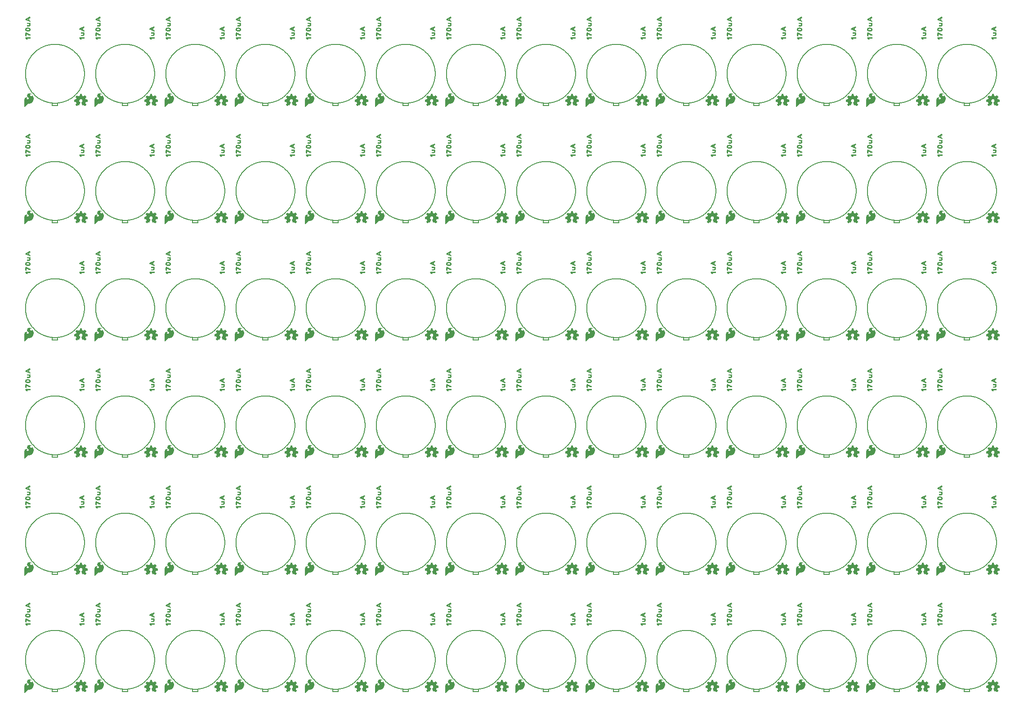
<source format=gto>
G04 EAGLE Gerber RS-274X export*
G75*
%MOMM*%
%FSLAX34Y34*%
%LPD*%
%INSilkscreen Top*%
%IPPOS*%
%AMOC8*
5,1,8,0,0,1.08239X$1,22.5*%
G01*
%ADD10C,0.203200*%

G36*
X1440809Y482467D02*
X1440809Y482467D01*
X1440879Y482473D01*
X1440894Y482482D01*
X1440911Y482485D01*
X1441017Y482557D01*
X1441027Y482563D01*
X1441028Y482565D01*
X1441029Y482566D01*
X1443329Y484866D01*
X1443337Y484879D01*
X1443338Y484880D01*
X1443340Y484882D01*
X1443342Y484886D01*
X1443361Y484902D01*
X1443387Y484959D01*
X1443420Y485013D01*
X1443423Y485037D01*
X1443433Y485060D01*
X1443431Y485122D01*
X1443437Y485185D01*
X1443428Y485208D01*
X1443427Y485233D01*
X1443387Y485315D01*
X1443375Y485346D01*
X1443369Y485352D01*
X1443364Y485361D01*
X1441419Y487955D01*
X1441429Y487966D01*
X1441448Y487996D01*
X1441500Y488064D01*
X1441600Y488264D01*
X1441604Y488280D01*
X1441613Y488293D01*
X1441639Y488427D01*
X1441640Y488432D01*
X1441640Y488433D01*
X1441640Y488434D01*
X1441640Y488444D01*
X1441673Y488509D01*
X1441729Y488566D01*
X1441748Y488596D01*
X1441800Y488664D01*
X1441900Y488864D01*
X1441904Y488880D01*
X1441913Y488893D01*
X1441939Y489027D01*
X1441940Y489032D01*
X1441940Y489033D01*
X1441940Y489034D01*
X1441940Y489044D01*
X1442100Y489364D01*
X1442104Y489380D01*
X1442113Y489393D01*
X1442139Y489527D01*
X1442140Y489532D01*
X1442140Y489533D01*
X1442140Y489534D01*
X1442140Y489544D01*
X1442200Y489664D01*
X1442204Y489680D01*
X1442213Y489693D01*
X1442239Y489827D01*
X1442240Y489832D01*
X1442240Y489833D01*
X1442240Y489834D01*
X1442240Y489844D01*
X1442300Y489964D01*
X1442304Y489980D01*
X1442313Y489993D01*
X1442333Y490096D01*
X1445625Y490660D01*
X1445643Y490667D01*
X1445662Y490668D01*
X1445722Y490701D01*
X1445784Y490727D01*
X1445797Y490742D01*
X1445814Y490751D01*
X1445853Y490807D01*
X1445897Y490858D01*
X1445902Y490877D01*
X1445913Y490893D01*
X1445935Y491004D01*
X1445940Y491026D01*
X1445939Y491030D01*
X1445940Y491034D01*
X1445940Y494234D01*
X1445936Y494253D01*
X1445938Y494274D01*
X1445927Y494306D01*
X1445926Y494313D01*
X1445921Y494322D01*
X1445916Y494337D01*
X1445901Y494402D01*
X1445888Y494418D01*
X1445881Y494437D01*
X1445833Y494484D01*
X1445791Y494536D01*
X1445772Y494544D01*
X1445758Y494558D01*
X1445656Y494596D01*
X1445633Y494606D01*
X1445628Y494606D01*
X1445623Y494608D01*
X1442340Y495155D01*
X1442340Y495234D01*
X1442323Y495308D01*
X1442309Y495383D01*
X1442303Y495393D01*
X1442301Y495402D01*
X1442278Y495430D01*
X1442240Y495485D01*
X1442240Y495534D01*
X1442223Y495608D01*
X1442209Y495683D01*
X1442203Y495693D01*
X1442201Y495702D01*
X1442178Y495730D01*
X1442129Y495802D01*
X1442073Y495858D01*
X1442040Y495923D01*
X1442040Y496034D01*
X1442023Y496108D01*
X1442009Y496183D01*
X1442003Y496193D01*
X1442001Y496202D01*
X1441978Y496230D01*
X1441940Y496285D01*
X1441940Y496334D01*
X1441923Y496408D01*
X1441909Y496483D01*
X1441903Y496493D01*
X1441901Y496502D01*
X1441878Y496530D01*
X1441829Y496602D01*
X1441773Y496658D01*
X1441700Y496803D01*
X1441677Y496831D01*
X1441640Y496885D01*
X1441640Y496934D01*
X1441623Y497008D01*
X1441609Y497083D01*
X1441603Y497093D01*
X1441601Y497102D01*
X1441578Y497130D01*
X1441529Y497202D01*
X1441473Y497258D01*
X1441433Y497338D01*
X1443368Y500011D01*
X1443378Y500035D01*
X1443395Y500054D01*
X1443411Y500114D01*
X1443435Y500171D01*
X1443433Y500196D01*
X1443440Y500221D01*
X1443428Y500282D01*
X1443424Y500344D01*
X1443411Y500366D01*
X1443406Y500391D01*
X1443355Y500463D01*
X1443337Y500493D01*
X1443330Y500498D01*
X1443323Y500508D01*
X1441023Y502708D01*
X1441012Y502714D01*
X1441004Y502725D01*
X1440938Y502758D01*
X1440874Y502796D01*
X1440861Y502797D01*
X1440850Y502802D01*
X1440776Y502803D01*
X1440702Y502808D01*
X1440690Y502803D01*
X1440677Y502803D01*
X1440546Y502746D01*
X1437872Y500902D01*
X1437731Y500973D01*
X1437715Y500977D01*
X1437702Y500986D01*
X1437568Y501012D01*
X1437562Y501013D01*
X1437561Y501013D01*
X1437551Y501013D01*
X1437486Y501045D01*
X1437429Y501102D01*
X1437399Y501121D01*
X1437331Y501173D01*
X1437131Y501273D01*
X1437115Y501277D01*
X1437102Y501286D01*
X1436968Y501312D01*
X1436962Y501313D01*
X1436961Y501313D01*
X1436951Y501313D01*
X1436886Y501345D01*
X1436829Y501402D01*
X1436764Y501442D01*
X1436702Y501486D01*
X1436690Y501488D01*
X1436682Y501493D01*
X1436647Y501496D01*
X1436561Y501513D01*
X1436451Y501513D01*
X1436331Y501573D01*
X1436315Y501577D01*
X1436302Y501586D01*
X1436168Y501612D01*
X1436162Y501613D01*
X1436161Y501613D01*
X1436151Y501613D01*
X1436031Y501673D01*
X1436015Y501677D01*
X1436002Y501686D01*
X1435868Y501712D01*
X1435862Y501713D01*
X1435861Y501713D01*
X1435851Y501713D01*
X1435731Y501773D01*
X1435715Y501777D01*
X1435702Y501786D01*
X1435685Y501789D01*
X1435135Y504998D01*
X1435127Y505016D01*
X1435126Y505035D01*
X1435094Y505094D01*
X1435067Y505157D01*
X1435053Y505170D01*
X1435043Y505187D01*
X1434988Y505226D01*
X1434936Y505270D01*
X1434917Y505275D01*
X1434902Y505286D01*
X1434791Y505307D01*
X1434769Y505313D01*
X1434765Y505312D01*
X1434761Y505313D01*
X1431561Y505313D01*
X1431542Y505309D01*
X1431523Y505311D01*
X1431459Y505289D01*
X1431393Y505273D01*
X1431378Y505261D01*
X1431359Y505255D01*
X1431312Y505207D01*
X1431259Y505163D01*
X1431251Y505146D01*
X1431238Y505132D01*
X1431198Y505026D01*
X1431189Y505005D01*
X1431189Y505002D01*
X1431187Y504998D01*
X1430629Y501742D01*
X1430571Y501713D01*
X1430461Y501713D01*
X1430387Y501696D01*
X1430311Y501682D01*
X1430302Y501676D01*
X1430293Y501673D01*
X1430265Y501651D01*
X1430209Y501613D01*
X1430161Y501613D01*
X1430145Y501609D01*
X1430129Y501612D01*
X1429998Y501575D01*
X1429993Y501573D01*
X1429992Y501573D01*
X1429991Y501573D01*
X1429871Y501513D01*
X1429861Y501513D01*
X1429845Y501509D01*
X1429829Y501512D01*
X1429698Y501475D01*
X1429693Y501473D01*
X1429692Y501473D01*
X1429691Y501473D01*
X1429491Y501373D01*
X1429464Y501350D01*
X1429409Y501313D01*
X1429361Y501313D01*
X1429287Y501296D01*
X1429211Y501282D01*
X1429202Y501276D01*
X1429193Y501273D01*
X1429165Y501251D01*
X1429093Y501202D01*
X1429036Y501145D01*
X1428891Y501073D01*
X1428864Y501050D01*
X1428809Y501013D01*
X1428761Y501013D01*
X1428687Y500996D01*
X1428611Y500982D01*
X1428602Y500976D01*
X1428593Y500973D01*
X1428565Y500951D01*
X1428493Y500902D01*
X1428475Y500884D01*
X1425776Y502746D01*
X1425760Y502752D01*
X1425748Y502764D01*
X1425681Y502783D01*
X1425615Y502809D01*
X1425598Y502808D01*
X1425582Y502812D01*
X1425513Y502800D01*
X1425443Y502794D01*
X1425428Y502785D01*
X1425411Y502782D01*
X1425305Y502710D01*
X1425295Y502704D01*
X1425294Y502703D01*
X1425293Y502702D01*
X1423093Y500502D01*
X1423084Y500487D01*
X1423070Y500477D01*
X1423039Y500414D01*
X1423002Y500355D01*
X1423000Y500338D01*
X1422992Y500323D01*
X1422992Y500252D01*
X1422985Y500183D01*
X1422991Y500167D01*
X1422991Y500149D01*
X1423043Y500032D01*
X1423047Y500021D01*
X1423048Y500020D01*
X1423049Y500018D01*
X1424900Y497335D01*
X1424898Y497320D01*
X1424882Y497234D01*
X1424882Y497184D01*
X1424874Y497171D01*
X1424822Y497103D01*
X1424749Y496958D01*
X1424693Y496902D01*
X1424653Y496837D01*
X1424609Y496774D01*
X1424607Y496763D01*
X1424602Y496755D01*
X1424598Y496720D01*
X1424582Y496634D01*
X1424582Y496584D01*
X1424574Y496571D01*
X1424522Y496503D01*
X1424422Y496303D01*
X1424418Y496288D01*
X1424409Y496274D01*
X1424392Y496187D01*
X1424389Y496179D01*
X1424389Y496171D01*
X1424383Y496140D01*
X1424382Y496135D01*
X1424382Y496134D01*
X1424382Y496123D01*
X1424222Y495803D01*
X1424218Y495788D01*
X1424209Y495774D01*
X1424183Y495640D01*
X1424182Y495635D01*
X1424182Y495634D01*
X1424182Y495623D01*
X1424122Y495503D01*
X1424118Y495488D01*
X1424109Y495474D01*
X1424100Y495429D01*
X1424096Y495421D01*
X1424097Y495411D01*
X1424083Y495340D01*
X1424082Y495335D01*
X1424082Y495334D01*
X1424082Y495323D01*
X1424022Y495203D01*
X1424018Y495188D01*
X1424009Y495174D01*
X1424006Y495158D01*
X1420797Y494608D01*
X1420779Y494600D01*
X1420760Y494599D01*
X1420700Y494567D01*
X1420638Y494540D01*
X1420625Y494525D01*
X1420608Y494516D01*
X1420569Y494461D01*
X1420525Y494409D01*
X1420520Y494390D01*
X1420509Y494374D01*
X1420493Y494293D01*
X1420489Y494283D01*
X1420489Y494272D01*
X1420487Y494263D01*
X1420482Y494241D01*
X1420483Y494238D01*
X1420482Y494234D01*
X1420482Y491034D01*
X1420486Y491015D01*
X1420484Y490996D01*
X1420506Y490931D01*
X1420521Y490865D01*
X1420534Y490850D01*
X1420540Y490832D01*
X1420588Y490784D01*
X1420631Y490732D01*
X1420649Y490724D01*
X1420663Y490710D01*
X1420769Y490670D01*
X1420789Y490661D01*
X1420793Y490661D01*
X1420797Y490660D01*
X1424053Y490102D01*
X1424082Y490044D01*
X1424082Y489934D01*
X1424099Y489859D01*
X1424113Y489784D01*
X1424119Y489774D01*
X1424121Y489765D01*
X1424144Y489738D01*
X1424182Y489682D01*
X1424182Y489634D01*
X1424195Y489578D01*
X1424196Y489559D01*
X1424201Y489549D01*
X1424213Y489484D01*
X1424219Y489474D01*
X1424221Y489465D01*
X1424244Y489438D01*
X1424293Y489366D01*
X1424349Y489309D01*
X1424382Y489244D01*
X1424382Y489134D01*
X1424399Y489059D01*
X1424413Y488984D01*
X1424419Y488974D01*
X1424421Y488965D01*
X1424444Y488938D01*
X1424482Y488882D01*
X1424482Y488834D01*
X1424499Y488759D01*
X1424513Y488684D01*
X1424519Y488674D01*
X1424521Y488665D01*
X1424544Y488638D01*
X1424593Y488566D01*
X1424649Y488509D01*
X1424722Y488364D01*
X1424745Y488336D01*
X1424788Y488273D01*
X1424790Y488269D01*
X1424791Y488269D01*
X1424793Y488266D01*
X1424849Y488209D01*
X1424882Y488144D01*
X1424882Y488134D01*
X1424885Y488118D01*
X1424883Y488102D01*
X1424895Y488060D01*
X1424896Y488042D01*
X1424905Y488025D01*
X1424920Y487971D01*
X1424920Y487969D01*
X1423052Y485354D01*
X1423046Y485339D01*
X1423035Y485328D01*
X1423014Y485260D01*
X1422987Y485194D01*
X1422988Y485178D01*
X1422983Y485163D01*
X1422994Y485093D01*
X1422999Y485021D01*
X1423007Y485008D01*
X1423009Y484992D01*
X1423084Y484876D01*
X1423086Y484872D01*
X1423087Y484872D01*
X1425287Y482572D01*
X1425305Y482560D01*
X1425318Y482543D01*
X1425377Y482513D01*
X1425432Y482477D01*
X1425453Y482475D01*
X1425472Y482465D01*
X1425538Y482465D01*
X1425604Y482457D01*
X1425624Y482464D01*
X1425645Y482464D01*
X1425740Y482506D01*
X1425767Y482515D01*
X1425770Y482519D01*
X1425776Y482521D01*
X1428497Y484398D01*
X1428520Y484381D01*
X1428532Y484379D01*
X1428540Y484374D01*
X1428575Y484371D01*
X1428590Y484368D01*
X1428593Y484366D01*
X1428658Y484325D01*
X1428720Y484281D01*
X1428732Y484279D01*
X1428740Y484274D01*
X1428775Y484271D01*
X1428790Y484268D01*
X1428793Y484266D01*
X1428858Y484225D01*
X1428920Y484181D01*
X1428932Y484179D01*
X1428940Y484174D01*
X1428975Y484171D01*
X1428990Y484168D01*
X1428993Y484166D01*
X1429058Y484125D01*
X1429120Y484081D01*
X1429132Y484079D01*
X1429140Y484074D01*
X1429175Y484071D01*
X1429190Y484068D01*
X1429193Y484066D01*
X1429258Y484025D01*
X1429320Y483981D01*
X1429332Y483979D01*
X1429340Y483974D01*
X1429375Y483971D01*
X1429390Y483968D01*
X1429393Y483966D01*
X1429458Y483925D01*
X1429520Y483881D01*
X1429532Y483879D01*
X1429540Y483874D01*
X1429575Y483871D01*
X1429661Y483854D01*
X1429711Y483854D01*
X1429732Y483841D01*
X1429765Y483809D01*
X1429804Y483796D01*
X1429840Y483774D01*
X1429885Y483770D01*
X1429929Y483756D01*
X1429971Y483762D01*
X1430012Y483758D01*
X1430055Y483774D01*
X1430100Y483781D01*
X1430135Y483805D01*
X1430174Y483820D01*
X1430205Y483853D01*
X1430242Y483880D01*
X1430268Y483922D01*
X1430291Y483947D01*
X1430298Y483972D01*
X1430317Y484002D01*
X1432317Y489402D01*
X1432324Y489459D01*
X1432340Y489514D01*
X1432334Y489544D01*
X1432338Y489574D01*
X1432319Y489628D01*
X1432309Y489685D01*
X1432291Y489709D01*
X1432281Y489737D01*
X1432240Y489777D01*
X1432206Y489823D01*
X1432176Y489840D01*
X1432157Y489858D01*
X1432125Y489868D01*
X1432081Y489893D01*
X1431807Y489985D01*
X1431486Y490145D01*
X1431329Y490302D01*
X1431299Y490321D01*
X1431231Y490373D01*
X1431086Y490445D01*
X1430973Y490558D01*
X1430900Y490703D01*
X1430877Y490731D01*
X1430829Y490802D01*
X1430673Y490958D01*
X1430512Y491279D01*
X1430421Y491554D01*
X1430409Y491573D01*
X1430400Y491603D01*
X1430240Y491923D01*
X1430240Y492134D01*
X1430232Y492169D01*
X1430221Y492254D01*
X1430140Y492495D01*
X1430140Y492972D01*
X1430505Y494066D01*
X1430856Y494592D01*
X1431003Y494739D01*
X1431271Y494918D01*
X1431293Y494941D01*
X1431329Y494966D01*
X1431503Y495139D01*
X1431729Y495290D01*
X1431981Y495374D01*
X1431999Y495385D01*
X1432013Y495388D01*
X1432026Y495399D01*
X1432071Y495418D01*
X1432276Y495554D01*
X1432461Y495554D01*
X1432496Y495563D01*
X1432553Y495566D01*
X1432908Y495654D01*
X1433499Y495654D01*
X1433741Y495574D01*
X1433777Y495571D01*
X1433861Y495554D01*
X1434046Y495554D01*
X1434251Y495418D01*
X1434286Y495405D01*
X1434335Y495377D01*
X1434337Y495376D01*
X1434338Y495376D01*
X1434341Y495374D01*
X1434593Y495290D01*
X1435120Y494939D01*
X1435466Y494592D01*
X1435817Y494066D01*
X1435901Y493814D01*
X1435921Y493782D01*
X1435945Y493723D01*
X1436082Y493519D01*
X1436082Y493334D01*
X1436090Y493299D01*
X1436101Y493214D01*
X1436182Y492972D01*
X1436182Y492195D01*
X1436101Y491954D01*
X1436098Y491918D01*
X1436082Y491834D01*
X1436082Y491723D01*
X1436022Y491603D01*
X1436016Y491581D01*
X1436001Y491554D01*
X1435910Y491279D01*
X1435849Y491158D01*
X1435693Y491002D01*
X1435674Y490971D01*
X1435622Y490903D01*
X1435549Y490758D01*
X1435236Y490445D01*
X1435091Y490373D01*
X1435064Y490350D01*
X1434993Y490302D01*
X1434836Y490145D01*
X1434291Y489873D01*
X1434268Y489853D01*
X1434239Y489841D01*
X1434202Y489798D01*
X1434158Y489762D01*
X1434146Y489734D01*
X1434126Y489711D01*
X1434111Y489656D01*
X1434088Y489604D01*
X1434090Y489573D01*
X1434082Y489543D01*
X1434094Y489469D01*
X1434096Y489431D01*
X1434103Y489419D01*
X1434105Y489402D01*
X1436105Y484002D01*
X1436117Y483985D01*
X1436121Y483965D01*
X1436164Y483914D01*
X1436201Y483858D01*
X1436219Y483847D01*
X1436231Y483832D01*
X1436293Y483805D01*
X1436351Y483771D01*
X1436371Y483770D01*
X1436389Y483761D01*
X1436456Y483764D01*
X1436523Y483760D01*
X1436542Y483767D01*
X1436562Y483768D01*
X1436621Y483800D01*
X1436683Y483826D01*
X1436696Y483842D01*
X1436714Y483851D01*
X1436727Y483870D01*
X1436735Y483872D01*
X1436811Y483885D01*
X1436820Y483892D01*
X1436829Y483894D01*
X1436857Y483917D01*
X1436929Y483966D01*
X1436936Y483972D01*
X1437011Y483985D01*
X1437020Y483992D01*
X1437029Y483994D01*
X1437057Y484017D01*
X1437129Y484066D01*
X1437136Y484072D01*
X1437211Y484085D01*
X1437220Y484092D01*
X1437229Y484094D01*
X1437257Y484117D01*
X1437313Y484154D01*
X1437361Y484154D01*
X1437435Y484172D01*
X1437511Y484185D01*
X1437520Y484192D01*
X1437529Y484194D01*
X1437557Y484217D01*
X1437629Y484266D01*
X1437636Y484272D01*
X1437711Y484285D01*
X1437720Y484292D01*
X1437729Y484294D01*
X1437757Y484317D01*
X1437829Y484366D01*
X1437847Y484383D01*
X1440546Y482521D01*
X1440562Y482515D01*
X1440574Y482504D01*
X1440642Y482484D01*
X1440707Y482458D01*
X1440724Y482460D01*
X1440740Y482455D01*
X1440809Y482467D01*
G37*
G36*
X648329Y482467D02*
X648329Y482467D01*
X648399Y482473D01*
X648414Y482482D01*
X648431Y482485D01*
X648537Y482557D01*
X648547Y482563D01*
X648548Y482565D01*
X648549Y482566D01*
X650849Y484866D01*
X650857Y484879D01*
X650858Y484880D01*
X650860Y484882D01*
X650862Y484886D01*
X650881Y484902D01*
X650907Y484959D01*
X650940Y485013D01*
X650943Y485037D01*
X650953Y485060D01*
X650951Y485122D01*
X650957Y485185D01*
X650948Y485208D01*
X650947Y485233D01*
X650907Y485315D01*
X650895Y485346D01*
X650889Y485352D01*
X650884Y485361D01*
X648939Y487955D01*
X648949Y487966D01*
X648968Y487996D01*
X649020Y488064D01*
X649120Y488264D01*
X649124Y488280D01*
X649133Y488293D01*
X649159Y488427D01*
X649160Y488432D01*
X649160Y488433D01*
X649160Y488434D01*
X649160Y488444D01*
X649193Y488509D01*
X649249Y488566D01*
X649268Y488596D01*
X649320Y488664D01*
X649420Y488864D01*
X649424Y488880D01*
X649433Y488893D01*
X649459Y489027D01*
X649460Y489032D01*
X649460Y489033D01*
X649460Y489034D01*
X649460Y489044D01*
X649620Y489364D01*
X649624Y489380D01*
X649633Y489393D01*
X649659Y489527D01*
X649660Y489532D01*
X649660Y489533D01*
X649660Y489534D01*
X649660Y489544D01*
X649720Y489664D01*
X649724Y489680D01*
X649733Y489693D01*
X649759Y489827D01*
X649760Y489832D01*
X649760Y489833D01*
X649760Y489834D01*
X649760Y489844D01*
X649820Y489964D01*
X649824Y489980D01*
X649833Y489993D01*
X649853Y490096D01*
X653145Y490660D01*
X653163Y490667D01*
X653182Y490668D01*
X653242Y490701D01*
X653304Y490727D01*
X653317Y490742D01*
X653334Y490751D01*
X653373Y490807D01*
X653417Y490858D01*
X653422Y490877D01*
X653433Y490893D01*
X653455Y491004D01*
X653460Y491026D01*
X653459Y491030D01*
X653460Y491034D01*
X653460Y494234D01*
X653456Y494253D01*
X653458Y494274D01*
X653447Y494306D01*
X653446Y494313D01*
X653441Y494322D01*
X653436Y494337D01*
X653421Y494402D01*
X653408Y494418D01*
X653401Y494437D01*
X653353Y494484D01*
X653311Y494536D01*
X653292Y494544D01*
X653278Y494558D01*
X653176Y494596D01*
X653153Y494606D01*
X653148Y494606D01*
X653143Y494608D01*
X649860Y495155D01*
X649860Y495234D01*
X649843Y495308D01*
X649829Y495383D01*
X649823Y495393D01*
X649821Y495402D01*
X649798Y495430D01*
X649760Y495485D01*
X649760Y495534D01*
X649743Y495608D01*
X649729Y495683D01*
X649723Y495693D01*
X649721Y495702D01*
X649698Y495730D01*
X649649Y495802D01*
X649593Y495858D01*
X649560Y495923D01*
X649560Y496034D01*
X649543Y496108D01*
X649529Y496183D01*
X649523Y496193D01*
X649521Y496202D01*
X649498Y496230D01*
X649460Y496285D01*
X649460Y496334D01*
X649443Y496408D01*
X649429Y496483D01*
X649423Y496493D01*
X649421Y496502D01*
X649398Y496530D01*
X649349Y496602D01*
X649293Y496658D01*
X649220Y496803D01*
X649197Y496831D01*
X649160Y496885D01*
X649160Y496934D01*
X649143Y497008D01*
X649129Y497083D01*
X649123Y497093D01*
X649121Y497102D01*
X649098Y497130D01*
X649049Y497202D01*
X648993Y497258D01*
X648953Y497338D01*
X650888Y500011D01*
X650898Y500035D01*
X650915Y500054D01*
X650931Y500114D01*
X650955Y500171D01*
X650953Y500196D01*
X650960Y500221D01*
X650948Y500282D01*
X650944Y500344D01*
X650931Y500366D01*
X650926Y500391D01*
X650875Y500463D01*
X650857Y500493D01*
X650850Y500498D01*
X650843Y500508D01*
X648543Y502708D01*
X648532Y502714D01*
X648524Y502725D01*
X648458Y502758D01*
X648394Y502796D01*
X648381Y502797D01*
X648370Y502802D01*
X648296Y502803D01*
X648222Y502808D01*
X648210Y502803D01*
X648197Y502803D01*
X648066Y502746D01*
X645392Y500902D01*
X645251Y500973D01*
X645235Y500977D01*
X645222Y500986D01*
X645088Y501012D01*
X645082Y501013D01*
X645081Y501013D01*
X645071Y501013D01*
X645006Y501045D01*
X644949Y501102D01*
X644919Y501121D01*
X644851Y501173D01*
X644651Y501273D01*
X644635Y501277D01*
X644622Y501286D01*
X644488Y501312D01*
X644482Y501313D01*
X644481Y501313D01*
X644471Y501313D01*
X644406Y501345D01*
X644349Y501402D01*
X644284Y501442D01*
X644222Y501486D01*
X644210Y501488D01*
X644202Y501493D01*
X644167Y501496D01*
X644081Y501513D01*
X643971Y501513D01*
X643851Y501573D01*
X643835Y501577D01*
X643822Y501586D01*
X643688Y501612D01*
X643682Y501613D01*
X643681Y501613D01*
X643671Y501613D01*
X643551Y501673D01*
X643535Y501677D01*
X643522Y501686D01*
X643388Y501712D01*
X643382Y501713D01*
X643381Y501713D01*
X643371Y501713D01*
X643251Y501773D01*
X643235Y501777D01*
X643222Y501786D01*
X643205Y501789D01*
X642655Y504998D01*
X642647Y505016D01*
X642646Y505035D01*
X642614Y505094D01*
X642587Y505157D01*
X642573Y505170D01*
X642563Y505187D01*
X642508Y505226D01*
X642456Y505270D01*
X642437Y505275D01*
X642422Y505286D01*
X642311Y505307D01*
X642289Y505313D01*
X642285Y505312D01*
X642281Y505313D01*
X639081Y505313D01*
X639062Y505309D01*
X639043Y505311D01*
X638979Y505289D01*
X638913Y505273D01*
X638898Y505261D01*
X638879Y505255D01*
X638832Y505207D01*
X638779Y505163D01*
X638771Y505146D01*
X638758Y505132D01*
X638718Y505026D01*
X638709Y505005D01*
X638709Y505002D01*
X638707Y504998D01*
X638149Y501742D01*
X638091Y501713D01*
X637981Y501713D01*
X637907Y501696D01*
X637831Y501682D01*
X637822Y501676D01*
X637813Y501673D01*
X637785Y501651D01*
X637729Y501613D01*
X637681Y501613D01*
X637665Y501609D01*
X637649Y501612D01*
X637518Y501575D01*
X637513Y501573D01*
X637512Y501573D01*
X637511Y501573D01*
X637391Y501513D01*
X637381Y501513D01*
X637365Y501509D01*
X637349Y501512D01*
X637218Y501475D01*
X637213Y501473D01*
X637212Y501473D01*
X637211Y501473D01*
X637011Y501373D01*
X636984Y501350D01*
X636929Y501313D01*
X636881Y501313D01*
X636807Y501296D01*
X636731Y501282D01*
X636722Y501276D01*
X636713Y501273D01*
X636685Y501251D01*
X636613Y501202D01*
X636556Y501145D01*
X636411Y501073D01*
X636384Y501050D01*
X636329Y501013D01*
X636281Y501013D01*
X636207Y500996D01*
X636131Y500982D01*
X636122Y500976D01*
X636113Y500973D01*
X636085Y500951D01*
X636013Y500902D01*
X635995Y500884D01*
X633296Y502746D01*
X633280Y502752D01*
X633268Y502764D01*
X633201Y502783D01*
X633135Y502809D01*
X633118Y502808D01*
X633102Y502812D01*
X633033Y502800D01*
X632963Y502794D01*
X632948Y502785D01*
X632931Y502782D01*
X632825Y502710D01*
X632815Y502704D01*
X632814Y502703D01*
X632813Y502702D01*
X630613Y500502D01*
X630604Y500487D01*
X630590Y500477D01*
X630559Y500414D01*
X630522Y500355D01*
X630520Y500338D01*
X630512Y500323D01*
X630512Y500252D01*
X630505Y500183D01*
X630511Y500167D01*
X630511Y500149D01*
X630563Y500032D01*
X630567Y500021D01*
X630568Y500020D01*
X630569Y500018D01*
X632420Y497335D01*
X632418Y497320D01*
X632402Y497234D01*
X632402Y497184D01*
X632394Y497171D01*
X632342Y497103D01*
X632269Y496958D01*
X632213Y496902D01*
X632173Y496837D01*
X632129Y496774D01*
X632127Y496763D01*
X632122Y496755D01*
X632118Y496720D01*
X632102Y496634D01*
X632102Y496584D01*
X632094Y496571D01*
X632042Y496503D01*
X631942Y496303D01*
X631938Y496288D01*
X631929Y496274D01*
X631912Y496187D01*
X631909Y496179D01*
X631909Y496171D01*
X631903Y496140D01*
X631902Y496135D01*
X631902Y496134D01*
X631902Y496123D01*
X631742Y495803D01*
X631738Y495788D01*
X631729Y495774D01*
X631703Y495640D01*
X631702Y495635D01*
X631702Y495634D01*
X631702Y495623D01*
X631642Y495503D01*
X631638Y495488D01*
X631629Y495474D01*
X631620Y495429D01*
X631616Y495421D01*
X631617Y495411D01*
X631603Y495340D01*
X631602Y495335D01*
X631602Y495334D01*
X631602Y495323D01*
X631542Y495203D01*
X631538Y495188D01*
X631529Y495174D01*
X631526Y495158D01*
X628317Y494608D01*
X628299Y494600D01*
X628280Y494599D01*
X628220Y494567D01*
X628158Y494540D01*
X628145Y494525D01*
X628128Y494516D01*
X628089Y494461D01*
X628045Y494409D01*
X628040Y494390D01*
X628029Y494374D01*
X628013Y494293D01*
X628009Y494283D01*
X628009Y494272D01*
X628007Y494263D01*
X628002Y494241D01*
X628003Y494238D01*
X628002Y494234D01*
X628002Y491034D01*
X628006Y491015D01*
X628004Y490996D01*
X628026Y490931D01*
X628041Y490865D01*
X628054Y490850D01*
X628060Y490832D01*
X628108Y490784D01*
X628151Y490732D01*
X628169Y490724D01*
X628183Y490710D01*
X628289Y490670D01*
X628309Y490661D01*
X628313Y490661D01*
X628317Y490660D01*
X631573Y490102D01*
X631602Y490044D01*
X631602Y489934D01*
X631619Y489859D01*
X631633Y489784D01*
X631639Y489774D01*
X631641Y489765D01*
X631664Y489738D01*
X631702Y489682D01*
X631702Y489634D01*
X631715Y489578D01*
X631716Y489559D01*
X631721Y489549D01*
X631733Y489484D01*
X631739Y489474D01*
X631741Y489465D01*
X631764Y489438D01*
X631813Y489366D01*
X631869Y489309D01*
X631902Y489244D01*
X631902Y489134D01*
X631919Y489059D01*
X631933Y488984D01*
X631939Y488974D01*
X631941Y488965D01*
X631964Y488938D01*
X632002Y488882D01*
X632002Y488834D01*
X632019Y488759D01*
X632033Y488684D01*
X632039Y488674D01*
X632041Y488665D01*
X632064Y488638D01*
X632113Y488566D01*
X632169Y488509D01*
X632242Y488364D01*
X632265Y488336D01*
X632308Y488273D01*
X632310Y488269D01*
X632311Y488269D01*
X632313Y488266D01*
X632369Y488209D01*
X632402Y488144D01*
X632402Y488134D01*
X632405Y488118D01*
X632403Y488102D01*
X632415Y488060D01*
X632416Y488042D01*
X632425Y488025D01*
X632440Y487971D01*
X632440Y487969D01*
X630572Y485354D01*
X630566Y485339D01*
X630555Y485328D01*
X630534Y485260D01*
X630507Y485194D01*
X630508Y485178D01*
X630503Y485163D01*
X630514Y485093D01*
X630519Y485021D01*
X630527Y485008D01*
X630529Y484992D01*
X630604Y484876D01*
X630606Y484872D01*
X630607Y484872D01*
X632807Y482572D01*
X632825Y482560D01*
X632838Y482543D01*
X632897Y482513D01*
X632952Y482477D01*
X632973Y482475D01*
X632992Y482465D01*
X633058Y482465D01*
X633124Y482457D01*
X633144Y482464D01*
X633165Y482464D01*
X633260Y482506D01*
X633287Y482515D01*
X633290Y482519D01*
X633296Y482521D01*
X636017Y484398D01*
X636040Y484381D01*
X636052Y484379D01*
X636060Y484374D01*
X636095Y484371D01*
X636110Y484368D01*
X636113Y484366D01*
X636178Y484325D01*
X636240Y484281D01*
X636252Y484279D01*
X636260Y484274D01*
X636295Y484271D01*
X636310Y484268D01*
X636313Y484266D01*
X636378Y484225D01*
X636440Y484181D01*
X636452Y484179D01*
X636460Y484174D01*
X636495Y484171D01*
X636510Y484168D01*
X636513Y484166D01*
X636578Y484125D01*
X636640Y484081D01*
X636652Y484079D01*
X636660Y484074D01*
X636695Y484071D01*
X636710Y484068D01*
X636713Y484066D01*
X636778Y484025D01*
X636840Y483981D01*
X636852Y483979D01*
X636860Y483974D01*
X636895Y483971D01*
X636910Y483968D01*
X636913Y483966D01*
X636978Y483925D01*
X637040Y483881D01*
X637052Y483879D01*
X637060Y483874D01*
X637095Y483871D01*
X637181Y483854D01*
X637231Y483854D01*
X637252Y483841D01*
X637285Y483809D01*
X637324Y483796D01*
X637360Y483774D01*
X637405Y483770D01*
X637449Y483756D01*
X637491Y483762D01*
X637532Y483758D01*
X637575Y483774D01*
X637620Y483781D01*
X637655Y483805D01*
X637694Y483820D01*
X637725Y483853D01*
X637762Y483880D01*
X637788Y483922D01*
X637811Y483947D01*
X637818Y483972D01*
X637837Y484002D01*
X639837Y489402D01*
X639844Y489459D01*
X639860Y489514D01*
X639854Y489544D01*
X639858Y489574D01*
X639839Y489628D01*
X639829Y489685D01*
X639811Y489709D01*
X639801Y489737D01*
X639760Y489777D01*
X639726Y489823D01*
X639696Y489840D01*
X639677Y489858D01*
X639645Y489868D01*
X639601Y489893D01*
X639327Y489985D01*
X639006Y490145D01*
X638849Y490302D01*
X638819Y490321D01*
X638751Y490373D01*
X638606Y490445D01*
X638493Y490558D01*
X638420Y490703D01*
X638397Y490731D01*
X638349Y490802D01*
X638193Y490958D01*
X638032Y491279D01*
X637941Y491554D01*
X637929Y491573D01*
X637920Y491603D01*
X637760Y491923D01*
X637760Y492134D01*
X637752Y492169D01*
X637741Y492254D01*
X637660Y492495D01*
X637660Y492972D01*
X638025Y494066D01*
X638376Y494592D01*
X638523Y494739D01*
X638791Y494918D01*
X638813Y494941D01*
X638849Y494966D01*
X639023Y495139D01*
X639249Y495290D01*
X639501Y495374D01*
X639519Y495385D01*
X639533Y495388D01*
X639546Y495399D01*
X639591Y495418D01*
X639796Y495554D01*
X639981Y495554D01*
X640016Y495563D01*
X640073Y495566D01*
X640428Y495654D01*
X641019Y495654D01*
X641261Y495574D01*
X641297Y495571D01*
X641381Y495554D01*
X641566Y495554D01*
X641771Y495418D01*
X641806Y495405D01*
X641855Y495377D01*
X641857Y495376D01*
X641858Y495376D01*
X641861Y495374D01*
X642113Y495290D01*
X642640Y494939D01*
X642986Y494592D01*
X643337Y494066D01*
X643421Y493814D01*
X643441Y493782D01*
X643465Y493723D01*
X643602Y493519D01*
X643602Y493334D01*
X643610Y493299D01*
X643621Y493214D01*
X643702Y492972D01*
X643702Y492195D01*
X643621Y491954D01*
X643618Y491918D01*
X643602Y491834D01*
X643602Y491723D01*
X643542Y491603D01*
X643536Y491581D01*
X643521Y491554D01*
X643430Y491279D01*
X643369Y491158D01*
X643213Y491002D01*
X643194Y490971D01*
X643142Y490903D01*
X643069Y490758D01*
X642756Y490445D01*
X642611Y490373D01*
X642584Y490350D01*
X642513Y490302D01*
X642356Y490145D01*
X641811Y489873D01*
X641788Y489853D01*
X641759Y489841D01*
X641722Y489798D01*
X641678Y489762D01*
X641666Y489734D01*
X641646Y489711D01*
X641631Y489656D01*
X641608Y489604D01*
X641610Y489573D01*
X641602Y489543D01*
X641614Y489469D01*
X641616Y489431D01*
X641623Y489419D01*
X641625Y489402D01*
X643625Y484002D01*
X643637Y483985D01*
X643641Y483965D01*
X643684Y483914D01*
X643721Y483858D01*
X643739Y483847D01*
X643751Y483832D01*
X643813Y483805D01*
X643871Y483771D01*
X643891Y483770D01*
X643909Y483761D01*
X643976Y483764D01*
X644043Y483760D01*
X644062Y483767D01*
X644082Y483768D01*
X644141Y483800D01*
X644203Y483826D01*
X644216Y483842D01*
X644234Y483851D01*
X644247Y483870D01*
X644255Y483872D01*
X644331Y483885D01*
X644340Y483892D01*
X644349Y483894D01*
X644377Y483917D01*
X644449Y483966D01*
X644456Y483972D01*
X644531Y483985D01*
X644540Y483992D01*
X644549Y483994D01*
X644577Y484017D01*
X644649Y484066D01*
X644656Y484072D01*
X644731Y484085D01*
X644740Y484092D01*
X644749Y484094D01*
X644777Y484117D01*
X644833Y484154D01*
X644881Y484154D01*
X644955Y484172D01*
X645031Y484185D01*
X645040Y484192D01*
X645049Y484194D01*
X645077Y484217D01*
X645149Y484266D01*
X645156Y484272D01*
X645231Y484285D01*
X645240Y484292D01*
X645249Y484294D01*
X645277Y484317D01*
X645349Y484366D01*
X645367Y484383D01*
X648066Y482521D01*
X648082Y482515D01*
X648094Y482504D01*
X648162Y482484D01*
X648227Y482458D01*
X648244Y482460D01*
X648260Y482455D01*
X648329Y482467D01*
G37*
G36*
X1837049Y703447D02*
X1837049Y703447D01*
X1837119Y703453D01*
X1837134Y703462D01*
X1837151Y703465D01*
X1837257Y703537D01*
X1837267Y703543D01*
X1837268Y703545D01*
X1837269Y703546D01*
X1839569Y705846D01*
X1839577Y705859D01*
X1839578Y705860D01*
X1839580Y705862D01*
X1839582Y705866D01*
X1839601Y705882D01*
X1839627Y705939D01*
X1839660Y705993D01*
X1839663Y706017D01*
X1839673Y706040D01*
X1839671Y706102D01*
X1839677Y706165D01*
X1839668Y706188D01*
X1839667Y706213D01*
X1839627Y706295D01*
X1839615Y706326D01*
X1839609Y706332D01*
X1839604Y706341D01*
X1837659Y708935D01*
X1837669Y708946D01*
X1837688Y708976D01*
X1837740Y709044D01*
X1837840Y709244D01*
X1837844Y709260D01*
X1837853Y709273D01*
X1837879Y709407D01*
X1837880Y709412D01*
X1837880Y709413D01*
X1837880Y709414D01*
X1837880Y709424D01*
X1837913Y709489D01*
X1837969Y709546D01*
X1837988Y709576D01*
X1838040Y709644D01*
X1838140Y709844D01*
X1838144Y709860D01*
X1838153Y709873D01*
X1838179Y710007D01*
X1838180Y710012D01*
X1838180Y710013D01*
X1838180Y710014D01*
X1838180Y710024D01*
X1838340Y710344D01*
X1838344Y710360D01*
X1838353Y710373D01*
X1838379Y710507D01*
X1838380Y710512D01*
X1838380Y710513D01*
X1838380Y710514D01*
X1838380Y710524D01*
X1838440Y710644D01*
X1838444Y710660D01*
X1838453Y710673D01*
X1838479Y710807D01*
X1838480Y710812D01*
X1838480Y710813D01*
X1838480Y710814D01*
X1838480Y710824D01*
X1838540Y710944D01*
X1838544Y710960D01*
X1838553Y710973D01*
X1838573Y711076D01*
X1841865Y711640D01*
X1841883Y711647D01*
X1841902Y711648D01*
X1841962Y711681D01*
X1842024Y711707D01*
X1842037Y711722D01*
X1842054Y711731D01*
X1842093Y711787D01*
X1842137Y711838D01*
X1842142Y711857D01*
X1842153Y711873D01*
X1842175Y711984D01*
X1842180Y712006D01*
X1842179Y712010D01*
X1842180Y712014D01*
X1842180Y715214D01*
X1842176Y715233D01*
X1842178Y715254D01*
X1842167Y715286D01*
X1842166Y715293D01*
X1842161Y715302D01*
X1842156Y715317D01*
X1842141Y715382D01*
X1842128Y715398D01*
X1842121Y715417D01*
X1842073Y715464D01*
X1842031Y715516D01*
X1842012Y715524D01*
X1841998Y715538D01*
X1841896Y715576D01*
X1841873Y715586D01*
X1841868Y715586D01*
X1841863Y715588D01*
X1838580Y716135D01*
X1838580Y716214D01*
X1838563Y716288D01*
X1838549Y716363D01*
X1838543Y716373D01*
X1838541Y716382D01*
X1838518Y716410D01*
X1838480Y716465D01*
X1838480Y716514D01*
X1838463Y716588D01*
X1838449Y716663D01*
X1838443Y716673D01*
X1838441Y716682D01*
X1838418Y716710D01*
X1838369Y716782D01*
X1838313Y716838D01*
X1838280Y716903D01*
X1838280Y717014D01*
X1838263Y717088D01*
X1838249Y717163D01*
X1838243Y717173D01*
X1838241Y717182D01*
X1838218Y717210D01*
X1838180Y717265D01*
X1838180Y717314D01*
X1838163Y717388D01*
X1838149Y717463D01*
X1838143Y717473D01*
X1838141Y717482D01*
X1838118Y717510D01*
X1838069Y717582D01*
X1838013Y717638D01*
X1837940Y717783D01*
X1837917Y717811D01*
X1837880Y717865D01*
X1837880Y717914D01*
X1837863Y717988D01*
X1837849Y718063D01*
X1837843Y718073D01*
X1837841Y718082D01*
X1837818Y718110D01*
X1837769Y718182D01*
X1837713Y718238D01*
X1837673Y718318D01*
X1839608Y720991D01*
X1839618Y721015D01*
X1839635Y721034D01*
X1839651Y721094D01*
X1839675Y721151D01*
X1839673Y721176D01*
X1839680Y721201D01*
X1839668Y721262D01*
X1839664Y721324D01*
X1839651Y721346D01*
X1839646Y721371D01*
X1839595Y721443D01*
X1839577Y721473D01*
X1839570Y721478D01*
X1839563Y721488D01*
X1837263Y723688D01*
X1837252Y723694D01*
X1837244Y723705D01*
X1837178Y723738D01*
X1837114Y723776D01*
X1837101Y723777D01*
X1837090Y723782D01*
X1837016Y723783D01*
X1836942Y723788D01*
X1836930Y723783D01*
X1836917Y723783D01*
X1836786Y723726D01*
X1834112Y721882D01*
X1833971Y721953D01*
X1833955Y721957D01*
X1833942Y721966D01*
X1833808Y721992D01*
X1833802Y721993D01*
X1833801Y721993D01*
X1833791Y721993D01*
X1833726Y722025D01*
X1833669Y722082D01*
X1833639Y722101D01*
X1833571Y722153D01*
X1833371Y722253D01*
X1833355Y722257D01*
X1833342Y722266D01*
X1833208Y722292D01*
X1833202Y722293D01*
X1833201Y722293D01*
X1833191Y722293D01*
X1833126Y722325D01*
X1833069Y722382D01*
X1833004Y722422D01*
X1832942Y722466D01*
X1832930Y722468D01*
X1832922Y722473D01*
X1832887Y722476D01*
X1832801Y722493D01*
X1832691Y722493D01*
X1832571Y722553D01*
X1832555Y722557D01*
X1832542Y722566D01*
X1832408Y722592D01*
X1832402Y722593D01*
X1832401Y722593D01*
X1832391Y722593D01*
X1832271Y722653D01*
X1832255Y722657D01*
X1832242Y722666D01*
X1832108Y722692D01*
X1832102Y722693D01*
X1832101Y722693D01*
X1832091Y722693D01*
X1831971Y722753D01*
X1831955Y722757D01*
X1831942Y722766D01*
X1831925Y722769D01*
X1831375Y725978D01*
X1831367Y725996D01*
X1831366Y726015D01*
X1831334Y726074D01*
X1831307Y726137D01*
X1831293Y726150D01*
X1831283Y726167D01*
X1831228Y726206D01*
X1831176Y726250D01*
X1831157Y726255D01*
X1831142Y726266D01*
X1831031Y726287D01*
X1831009Y726293D01*
X1831005Y726292D01*
X1831001Y726293D01*
X1827801Y726293D01*
X1827782Y726289D01*
X1827763Y726291D01*
X1827699Y726269D01*
X1827633Y726253D01*
X1827618Y726241D01*
X1827599Y726235D01*
X1827552Y726187D01*
X1827499Y726143D01*
X1827491Y726126D01*
X1827478Y726112D01*
X1827438Y726006D01*
X1827429Y725985D01*
X1827429Y725982D01*
X1827427Y725978D01*
X1826869Y722722D01*
X1826811Y722693D01*
X1826701Y722693D01*
X1826627Y722676D01*
X1826551Y722662D01*
X1826542Y722656D01*
X1826533Y722653D01*
X1826505Y722631D01*
X1826449Y722593D01*
X1826401Y722593D01*
X1826385Y722589D01*
X1826369Y722592D01*
X1826238Y722555D01*
X1826233Y722553D01*
X1826232Y722553D01*
X1826231Y722553D01*
X1826111Y722493D01*
X1826101Y722493D01*
X1826085Y722489D01*
X1826069Y722492D01*
X1825938Y722455D01*
X1825933Y722453D01*
X1825932Y722453D01*
X1825931Y722453D01*
X1825731Y722353D01*
X1825704Y722330D01*
X1825649Y722293D01*
X1825601Y722293D01*
X1825527Y722276D01*
X1825451Y722262D01*
X1825442Y722256D01*
X1825433Y722253D01*
X1825405Y722231D01*
X1825333Y722182D01*
X1825276Y722125D01*
X1825131Y722053D01*
X1825104Y722030D01*
X1825049Y721993D01*
X1825001Y721993D01*
X1824927Y721976D01*
X1824851Y721962D01*
X1824842Y721956D01*
X1824833Y721953D01*
X1824805Y721931D01*
X1824733Y721882D01*
X1824715Y721864D01*
X1822016Y723726D01*
X1822000Y723732D01*
X1821988Y723744D01*
X1821921Y723763D01*
X1821855Y723789D01*
X1821838Y723788D01*
X1821822Y723792D01*
X1821753Y723780D01*
X1821683Y723774D01*
X1821668Y723765D01*
X1821651Y723762D01*
X1821545Y723690D01*
X1821535Y723684D01*
X1821534Y723683D01*
X1821533Y723682D01*
X1819333Y721482D01*
X1819324Y721467D01*
X1819310Y721457D01*
X1819279Y721394D01*
X1819242Y721335D01*
X1819240Y721318D01*
X1819232Y721303D01*
X1819232Y721232D01*
X1819225Y721163D01*
X1819231Y721147D01*
X1819231Y721129D01*
X1819283Y721012D01*
X1819287Y721001D01*
X1819288Y721000D01*
X1819289Y720998D01*
X1821140Y718315D01*
X1821138Y718300D01*
X1821122Y718214D01*
X1821122Y718164D01*
X1821114Y718151D01*
X1821062Y718083D01*
X1820989Y717938D01*
X1820933Y717882D01*
X1820893Y717817D01*
X1820849Y717754D01*
X1820847Y717743D01*
X1820842Y717735D01*
X1820838Y717700D01*
X1820822Y717614D01*
X1820822Y717564D01*
X1820814Y717551D01*
X1820762Y717483D01*
X1820662Y717283D01*
X1820658Y717268D01*
X1820649Y717254D01*
X1820632Y717167D01*
X1820629Y717159D01*
X1820629Y717151D01*
X1820623Y717120D01*
X1820622Y717115D01*
X1820622Y717114D01*
X1820622Y717103D01*
X1820462Y716783D01*
X1820458Y716768D01*
X1820449Y716754D01*
X1820423Y716620D01*
X1820422Y716615D01*
X1820422Y716614D01*
X1820422Y716603D01*
X1820362Y716483D01*
X1820358Y716468D01*
X1820349Y716454D01*
X1820340Y716409D01*
X1820336Y716401D01*
X1820337Y716391D01*
X1820323Y716320D01*
X1820322Y716315D01*
X1820322Y716314D01*
X1820322Y716303D01*
X1820262Y716183D01*
X1820258Y716168D01*
X1820249Y716154D01*
X1820246Y716138D01*
X1817037Y715588D01*
X1817019Y715580D01*
X1817000Y715579D01*
X1816940Y715547D01*
X1816878Y715520D01*
X1816865Y715505D01*
X1816848Y715496D01*
X1816809Y715441D01*
X1816765Y715389D01*
X1816760Y715370D01*
X1816749Y715354D01*
X1816733Y715273D01*
X1816729Y715263D01*
X1816729Y715252D01*
X1816727Y715243D01*
X1816722Y715221D01*
X1816723Y715218D01*
X1816722Y715214D01*
X1816722Y712014D01*
X1816726Y711995D01*
X1816724Y711976D01*
X1816746Y711911D01*
X1816761Y711845D01*
X1816774Y711830D01*
X1816780Y711812D01*
X1816828Y711764D01*
X1816871Y711712D01*
X1816889Y711704D01*
X1816903Y711690D01*
X1817009Y711650D01*
X1817029Y711641D01*
X1817033Y711641D01*
X1817037Y711640D01*
X1820293Y711082D01*
X1820322Y711024D01*
X1820322Y710914D01*
X1820339Y710839D01*
X1820353Y710764D01*
X1820359Y710754D01*
X1820361Y710745D01*
X1820384Y710718D01*
X1820422Y710662D01*
X1820422Y710614D01*
X1820435Y710558D01*
X1820436Y710539D01*
X1820441Y710529D01*
X1820453Y710464D01*
X1820459Y710454D01*
X1820461Y710445D01*
X1820484Y710418D01*
X1820533Y710346D01*
X1820589Y710289D01*
X1820622Y710224D01*
X1820622Y710114D01*
X1820639Y710039D01*
X1820653Y709964D01*
X1820659Y709954D01*
X1820661Y709945D01*
X1820684Y709918D01*
X1820722Y709862D01*
X1820722Y709814D01*
X1820739Y709739D01*
X1820753Y709664D01*
X1820759Y709654D01*
X1820761Y709645D01*
X1820784Y709618D01*
X1820833Y709546D01*
X1820889Y709489D01*
X1820962Y709344D01*
X1820985Y709316D01*
X1821028Y709253D01*
X1821030Y709249D01*
X1821031Y709249D01*
X1821033Y709246D01*
X1821089Y709189D01*
X1821122Y709124D01*
X1821122Y709114D01*
X1821125Y709098D01*
X1821123Y709082D01*
X1821135Y709040D01*
X1821136Y709022D01*
X1821145Y709005D01*
X1821160Y708951D01*
X1821160Y708949D01*
X1819292Y706334D01*
X1819286Y706319D01*
X1819275Y706308D01*
X1819254Y706240D01*
X1819227Y706174D01*
X1819228Y706158D01*
X1819223Y706143D01*
X1819234Y706073D01*
X1819239Y706001D01*
X1819247Y705988D01*
X1819249Y705972D01*
X1819324Y705856D01*
X1819326Y705852D01*
X1819327Y705852D01*
X1821527Y703552D01*
X1821545Y703540D01*
X1821558Y703523D01*
X1821617Y703493D01*
X1821672Y703457D01*
X1821693Y703455D01*
X1821712Y703445D01*
X1821778Y703445D01*
X1821844Y703437D01*
X1821864Y703444D01*
X1821885Y703444D01*
X1821980Y703486D01*
X1822007Y703495D01*
X1822010Y703499D01*
X1822016Y703501D01*
X1824737Y705378D01*
X1824760Y705361D01*
X1824772Y705359D01*
X1824780Y705354D01*
X1824815Y705351D01*
X1824830Y705348D01*
X1824833Y705346D01*
X1824898Y705305D01*
X1824960Y705261D01*
X1824972Y705259D01*
X1824980Y705254D01*
X1825015Y705251D01*
X1825030Y705248D01*
X1825033Y705246D01*
X1825098Y705205D01*
X1825160Y705161D01*
X1825172Y705159D01*
X1825180Y705154D01*
X1825215Y705151D01*
X1825230Y705148D01*
X1825233Y705146D01*
X1825298Y705105D01*
X1825360Y705061D01*
X1825372Y705059D01*
X1825380Y705054D01*
X1825415Y705051D01*
X1825430Y705048D01*
X1825433Y705046D01*
X1825498Y705005D01*
X1825560Y704961D01*
X1825572Y704959D01*
X1825580Y704954D01*
X1825615Y704951D01*
X1825630Y704948D01*
X1825633Y704946D01*
X1825698Y704905D01*
X1825760Y704861D01*
X1825772Y704859D01*
X1825780Y704854D01*
X1825815Y704851D01*
X1825901Y704834D01*
X1825951Y704834D01*
X1825972Y704821D01*
X1826005Y704789D01*
X1826044Y704776D01*
X1826080Y704754D01*
X1826125Y704750D01*
X1826169Y704736D01*
X1826211Y704742D01*
X1826252Y704738D01*
X1826295Y704754D01*
X1826340Y704761D01*
X1826375Y704785D01*
X1826414Y704800D01*
X1826445Y704833D01*
X1826482Y704860D01*
X1826508Y704902D01*
X1826531Y704927D01*
X1826538Y704952D01*
X1826557Y704982D01*
X1828557Y710382D01*
X1828564Y710439D01*
X1828580Y710494D01*
X1828574Y710524D01*
X1828578Y710554D01*
X1828559Y710608D01*
X1828549Y710665D01*
X1828531Y710689D01*
X1828521Y710717D01*
X1828480Y710757D01*
X1828446Y710803D01*
X1828416Y710820D01*
X1828397Y710838D01*
X1828365Y710848D01*
X1828321Y710873D01*
X1828047Y710965D01*
X1827726Y711125D01*
X1827569Y711282D01*
X1827539Y711301D01*
X1827471Y711353D01*
X1827326Y711425D01*
X1827213Y711538D01*
X1827140Y711683D01*
X1827117Y711711D01*
X1827069Y711782D01*
X1826913Y711938D01*
X1826752Y712259D01*
X1826661Y712534D01*
X1826649Y712553D01*
X1826640Y712583D01*
X1826480Y712903D01*
X1826480Y713114D01*
X1826472Y713149D01*
X1826461Y713234D01*
X1826380Y713475D01*
X1826380Y713952D01*
X1826745Y715046D01*
X1827096Y715572D01*
X1827243Y715719D01*
X1827511Y715898D01*
X1827533Y715921D01*
X1827569Y715946D01*
X1827743Y716119D01*
X1827969Y716270D01*
X1828221Y716354D01*
X1828239Y716365D01*
X1828253Y716368D01*
X1828266Y716379D01*
X1828311Y716398D01*
X1828516Y716534D01*
X1828701Y716534D01*
X1828736Y716543D01*
X1828793Y716546D01*
X1829148Y716634D01*
X1829739Y716634D01*
X1829981Y716554D01*
X1830017Y716551D01*
X1830101Y716534D01*
X1830286Y716534D01*
X1830491Y716398D01*
X1830526Y716385D01*
X1830575Y716357D01*
X1830577Y716356D01*
X1830578Y716356D01*
X1830581Y716354D01*
X1830833Y716270D01*
X1831360Y715919D01*
X1831706Y715572D01*
X1832057Y715046D01*
X1832141Y714794D01*
X1832161Y714762D01*
X1832185Y714703D01*
X1832322Y714499D01*
X1832322Y714314D01*
X1832330Y714279D01*
X1832341Y714194D01*
X1832422Y713952D01*
X1832422Y713175D01*
X1832341Y712934D01*
X1832338Y712898D01*
X1832322Y712814D01*
X1832322Y712703D01*
X1832262Y712583D01*
X1832256Y712561D01*
X1832241Y712534D01*
X1832150Y712259D01*
X1832089Y712138D01*
X1831933Y711982D01*
X1831914Y711951D01*
X1831862Y711883D01*
X1831789Y711738D01*
X1831476Y711425D01*
X1831331Y711353D01*
X1831304Y711330D01*
X1831233Y711282D01*
X1831076Y711125D01*
X1830531Y710853D01*
X1830508Y710833D01*
X1830479Y710821D01*
X1830442Y710778D01*
X1830398Y710742D01*
X1830386Y710714D01*
X1830366Y710691D01*
X1830351Y710636D01*
X1830328Y710584D01*
X1830330Y710553D01*
X1830322Y710523D01*
X1830334Y710449D01*
X1830336Y710411D01*
X1830343Y710399D01*
X1830345Y710382D01*
X1832345Y704982D01*
X1832357Y704965D01*
X1832361Y704945D01*
X1832404Y704894D01*
X1832441Y704838D01*
X1832459Y704827D01*
X1832471Y704812D01*
X1832533Y704785D01*
X1832591Y704751D01*
X1832611Y704750D01*
X1832629Y704741D01*
X1832696Y704744D01*
X1832763Y704740D01*
X1832782Y704747D01*
X1832802Y704748D01*
X1832861Y704780D01*
X1832923Y704806D01*
X1832936Y704822D01*
X1832954Y704831D01*
X1832967Y704850D01*
X1832975Y704852D01*
X1833051Y704865D01*
X1833060Y704872D01*
X1833069Y704874D01*
X1833097Y704897D01*
X1833169Y704946D01*
X1833176Y704952D01*
X1833251Y704965D01*
X1833260Y704972D01*
X1833269Y704974D01*
X1833297Y704997D01*
X1833369Y705046D01*
X1833376Y705052D01*
X1833451Y705065D01*
X1833460Y705072D01*
X1833469Y705074D01*
X1833497Y705097D01*
X1833553Y705134D01*
X1833601Y705134D01*
X1833675Y705152D01*
X1833751Y705165D01*
X1833760Y705172D01*
X1833769Y705174D01*
X1833797Y705197D01*
X1833869Y705246D01*
X1833876Y705252D01*
X1833951Y705265D01*
X1833960Y705272D01*
X1833969Y705274D01*
X1833997Y705297D01*
X1834069Y705346D01*
X1834087Y705363D01*
X1836786Y703501D01*
X1836802Y703495D01*
X1836814Y703484D01*
X1836882Y703464D01*
X1836947Y703438D01*
X1836964Y703440D01*
X1836980Y703435D01*
X1837049Y703447D01*
G37*
G36*
X1837049Y40507D02*
X1837049Y40507D01*
X1837119Y40513D01*
X1837134Y40522D01*
X1837151Y40525D01*
X1837257Y40597D01*
X1837267Y40603D01*
X1837268Y40605D01*
X1837269Y40606D01*
X1839569Y42906D01*
X1839577Y42919D01*
X1839578Y42920D01*
X1839580Y42922D01*
X1839582Y42926D01*
X1839601Y42942D01*
X1839627Y42999D01*
X1839660Y43053D01*
X1839663Y43077D01*
X1839673Y43100D01*
X1839671Y43162D01*
X1839677Y43225D01*
X1839668Y43248D01*
X1839667Y43273D01*
X1839627Y43355D01*
X1839615Y43386D01*
X1839609Y43392D01*
X1839604Y43401D01*
X1837659Y45995D01*
X1837669Y46006D01*
X1837688Y46036D01*
X1837740Y46104D01*
X1837840Y46304D01*
X1837844Y46320D01*
X1837853Y46333D01*
X1837879Y46467D01*
X1837880Y46472D01*
X1837880Y46473D01*
X1837880Y46474D01*
X1837880Y46484D01*
X1837913Y46549D01*
X1837969Y46606D01*
X1837988Y46636D01*
X1838040Y46704D01*
X1838140Y46904D01*
X1838144Y46920D01*
X1838153Y46933D01*
X1838179Y47067D01*
X1838180Y47072D01*
X1838180Y47073D01*
X1838180Y47074D01*
X1838180Y47084D01*
X1838340Y47404D01*
X1838344Y47420D01*
X1838353Y47433D01*
X1838379Y47567D01*
X1838380Y47572D01*
X1838380Y47573D01*
X1838380Y47574D01*
X1838380Y47584D01*
X1838440Y47704D01*
X1838444Y47720D01*
X1838453Y47733D01*
X1838479Y47867D01*
X1838480Y47872D01*
X1838480Y47873D01*
X1838480Y47874D01*
X1838480Y47884D01*
X1838540Y48004D01*
X1838544Y48020D01*
X1838553Y48033D01*
X1838573Y48136D01*
X1841865Y48700D01*
X1841883Y48707D01*
X1841902Y48708D01*
X1841962Y48741D01*
X1842024Y48767D01*
X1842037Y48782D01*
X1842054Y48791D01*
X1842093Y48847D01*
X1842137Y48898D01*
X1842142Y48917D01*
X1842153Y48933D01*
X1842175Y49044D01*
X1842180Y49066D01*
X1842179Y49070D01*
X1842180Y49074D01*
X1842180Y52274D01*
X1842176Y52293D01*
X1842178Y52314D01*
X1842167Y52346D01*
X1842166Y52353D01*
X1842161Y52362D01*
X1842156Y52377D01*
X1842141Y52442D01*
X1842128Y52458D01*
X1842121Y52477D01*
X1842073Y52524D01*
X1842031Y52576D01*
X1842012Y52584D01*
X1841998Y52598D01*
X1841896Y52636D01*
X1841873Y52646D01*
X1841868Y52646D01*
X1841863Y52648D01*
X1838580Y53195D01*
X1838580Y53274D01*
X1838563Y53348D01*
X1838549Y53423D01*
X1838543Y53433D01*
X1838541Y53442D01*
X1838518Y53470D01*
X1838480Y53525D01*
X1838480Y53574D01*
X1838463Y53648D01*
X1838449Y53723D01*
X1838443Y53733D01*
X1838441Y53742D01*
X1838418Y53770D01*
X1838369Y53842D01*
X1838313Y53898D01*
X1838280Y53963D01*
X1838280Y54074D01*
X1838263Y54148D01*
X1838249Y54223D01*
X1838243Y54233D01*
X1838241Y54242D01*
X1838218Y54270D01*
X1838180Y54325D01*
X1838180Y54374D01*
X1838163Y54448D01*
X1838149Y54523D01*
X1838143Y54533D01*
X1838141Y54542D01*
X1838118Y54570D01*
X1838069Y54642D01*
X1838013Y54698D01*
X1837940Y54843D01*
X1837917Y54871D01*
X1837880Y54925D01*
X1837880Y54974D01*
X1837863Y55048D01*
X1837849Y55123D01*
X1837843Y55133D01*
X1837841Y55142D01*
X1837818Y55170D01*
X1837769Y55242D01*
X1837713Y55298D01*
X1837673Y55378D01*
X1839608Y58051D01*
X1839618Y58075D01*
X1839635Y58094D01*
X1839651Y58154D01*
X1839675Y58211D01*
X1839673Y58236D01*
X1839680Y58261D01*
X1839668Y58322D01*
X1839664Y58384D01*
X1839651Y58406D01*
X1839646Y58431D01*
X1839595Y58503D01*
X1839577Y58533D01*
X1839570Y58538D01*
X1839563Y58548D01*
X1837263Y60748D01*
X1837252Y60754D01*
X1837244Y60765D01*
X1837178Y60798D01*
X1837114Y60836D01*
X1837101Y60837D01*
X1837090Y60842D01*
X1837016Y60843D01*
X1836942Y60848D01*
X1836930Y60843D01*
X1836917Y60843D01*
X1836786Y60786D01*
X1834112Y58942D01*
X1833971Y59013D01*
X1833955Y59017D01*
X1833942Y59026D01*
X1833808Y59052D01*
X1833802Y59053D01*
X1833801Y59053D01*
X1833791Y59053D01*
X1833726Y59085D01*
X1833669Y59142D01*
X1833639Y59161D01*
X1833571Y59213D01*
X1833371Y59313D01*
X1833355Y59317D01*
X1833342Y59326D01*
X1833208Y59352D01*
X1833202Y59353D01*
X1833201Y59353D01*
X1833191Y59353D01*
X1833126Y59385D01*
X1833069Y59442D01*
X1833004Y59482D01*
X1832942Y59526D01*
X1832930Y59528D01*
X1832922Y59533D01*
X1832887Y59536D01*
X1832801Y59553D01*
X1832691Y59553D01*
X1832571Y59613D01*
X1832555Y59617D01*
X1832542Y59626D01*
X1832408Y59652D01*
X1832402Y59653D01*
X1832401Y59653D01*
X1832391Y59653D01*
X1832271Y59713D01*
X1832255Y59717D01*
X1832242Y59726D01*
X1832108Y59752D01*
X1832102Y59753D01*
X1832101Y59753D01*
X1832091Y59753D01*
X1831971Y59813D01*
X1831955Y59817D01*
X1831942Y59826D01*
X1831925Y59829D01*
X1831375Y63038D01*
X1831367Y63056D01*
X1831366Y63075D01*
X1831334Y63134D01*
X1831307Y63197D01*
X1831293Y63210D01*
X1831283Y63227D01*
X1831228Y63266D01*
X1831176Y63310D01*
X1831157Y63315D01*
X1831142Y63326D01*
X1831031Y63347D01*
X1831009Y63353D01*
X1831005Y63352D01*
X1831001Y63353D01*
X1827801Y63353D01*
X1827782Y63349D01*
X1827763Y63351D01*
X1827699Y63329D01*
X1827633Y63313D01*
X1827618Y63301D01*
X1827599Y63295D01*
X1827552Y63247D01*
X1827499Y63203D01*
X1827491Y63186D01*
X1827478Y63172D01*
X1827438Y63066D01*
X1827429Y63045D01*
X1827429Y63042D01*
X1827427Y63038D01*
X1826869Y59782D01*
X1826811Y59753D01*
X1826701Y59753D01*
X1826627Y59736D01*
X1826551Y59722D01*
X1826542Y59716D01*
X1826533Y59713D01*
X1826505Y59691D01*
X1826449Y59653D01*
X1826401Y59653D01*
X1826385Y59649D01*
X1826369Y59652D01*
X1826238Y59615D01*
X1826233Y59613D01*
X1826232Y59613D01*
X1826231Y59613D01*
X1826111Y59553D01*
X1826101Y59553D01*
X1826085Y59549D01*
X1826069Y59552D01*
X1825938Y59515D01*
X1825933Y59513D01*
X1825932Y59513D01*
X1825931Y59513D01*
X1825731Y59413D01*
X1825704Y59390D01*
X1825649Y59353D01*
X1825601Y59353D01*
X1825527Y59336D01*
X1825451Y59322D01*
X1825442Y59316D01*
X1825433Y59313D01*
X1825405Y59291D01*
X1825333Y59242D01*
X1825276Y59185D01*
X1825131Y59113D01*
X1825104Y59090D01*
X1825049Y59053D01*
X1825001Y59053D01*
X1824927Y59036D01*
X1824851Y59022D01*
X1824842Y59016D01*
X1824833Y59013D01*
X1824805Y58991D01*
X1824733Y58942D01*
X1824715Y58924D01*
X1822016Y60786D01*
X1822000Y60792D01*
X1821988Y60804D01*
X1821921Y60823D01*
X1821855Y60849D01*
X1821838Y60848D01*
X1821822Y60852D01*
X1821753Y60840D01*
X1821683Y60834D01*
X1821668Y60825D01*
X1821651Y60822D01*
X1821545Y60750D01*
X1821535Y60744D01*
X1821534Y60743D01*
X1821533Y60742D01*
X1819333Y58542D01*
X1819324Y58527D01*
X1819310Y58517D01*
X1819279Y58454D01*
X1819242Y58395D01*
X1819240Y58378D01*
X1819232Y58363D01*
X1819232Y58292D01*
X1819225Y58223D01*
X1819231Y58207D01*
X1819231Y58189D01*
X1819283Y58072D01*
X1819287Y58061D01*
X1819288Y58060D01*
X1819289Y58058D01*
X1821140Y55375D01*
X1821138Y55360D01*
X1821122Y55274D01*
X1821122Y55224D01*
X1821114Y55211D01*
X1821062Y55143D01*
X1820989Y54998D01*
X1820933Y54942D01*
X1820893Y54877D01*
X1820849Y54814D01*
X1820847Y54803D01*
X1820842Y54795D01*
X1820838Y54760D01*
X1820822Y54674D01*
X1820822Y54624D01*
X1820814Y54611D01*
X1820762Y54543D01*
X1820662Y54343D01*
X1820658Y54328D01*
X1820649Y54314D01*
X1820632Y54227D01*
X1820629Y54219D01*
X1820629Y54211D01*
X1820623Y54180D01*
X1820622Y54175D01*
X1820622Y54174D01*
X1820622Y54163D01*
X1820462Y53843D01*
X1820458Y53828D01*
X1820449Y53814D01*
X1820423Y53680D01*
X1820422Y53675D01*
X1820422Y53674D01*
X1820422Y53663D01*
X1820362Y53543D01*
X1820358Y53528D01*
X1820349Y53514D01*
X1820340Y53469D01*
X1820336Y53461D01*
X1820337Y53451D01*
X1820323Y53380D01*
X1820322Y53375D01*
X1820322Y53374D01*
X1820322Y53363D01*
X1820262Y53243D01*
X1820258Y53228D01*
X1820249Y53214D01*
X1820246Y53198D01*
X1817037Y52648D01*
X1817019Y52640D01*
X1817000Y52639D01*
X1816940Y52607D01*
X1816878Y52580D01*
X1816865Y52565D01*
X1816848Y52556D01*
X1816809Y52501D01*
X1816765Y52449D01*
X1816760Y52430D01*
X1816749Y52414D01*
X1816733Y52333D01*
X1816729Y52323D01*
X1816729Y52312D01*
X1816727Y52303D01*
X1816722Y52281D01*
X1816723Y52278D01*
X1816722Y52274D01*
X1816722Y49074D01*
X1816726Y49055D01*
X1816724Y49036D01*
X1816746Y48971D01*
X1816761Y48905D01*
X1816774Y48890D01*
X1816780Y48872D01*
X1816828Y48824D01*
X1816871Y48772D01*
X1816889Y48764D01*
X1816903Y48750D01*
X1817009Y48710D01*
X1817029Y48701D01*
X1817033Y48701D01*
X1817037Y48700D01*
X1820293Y48142D01*
X1820322Y48084D01*
X1820322Y47974D01*
X1820339Y47899D01*
X1820353Y47824D01*
X1820359Y47814D01*
X1820361Y47805D01*
X1820384Y47778D01*
X1820422Y47722D01*
X1820422Y47674D01*
X1820435Y47618D01*
X1820436Y47599D01*
X1820441Y47589D01*
X1820453Y47524D01*
X1820459Y47514D01*
X1820461Y47505D01*
X1820484Y47478D01*
X1820533Y47406D01*
X1820589Y47349D01*
X1820622Y47284D01*
X1820622Y47174D01*
X1820639Y47099D01*
X1820653Y47024D01*
X1820659Y47014D01*
X1820661Y47005D01*
X1820684Y46978D01*
X1820722Y46922D01*
X1820722Y46874D01*
X1820739Y46799D01*
X1820753Y46724D01*
X1820759Y46714D01*
X1820761Y46705D01*
X1820784Y46678D01*
X1820833Y46606D01*
X1820889Y46549D01*
X1820962Y46404D01*
X1820985Y46376D01*
X1821028Y46313D01*
X1821030Y46309D01*
X1821031Y46309D01*
X1821033Y46306D01*
X1821089Y46249D01*
X1821122Y46184D01*
X1821122Y46174D01*
X1821125Y46158D01*
X1821123Y46142D01*
X1821135Y46100D01*
X1821136Y46082D01*
X1821145Y46065D01*
X1821160Y46011D01*
X1821160Y46009D01*
X1819292Y43394D01*
X1819286Y43379D01*
X1819275Y43368D01*
X1819254Y43300D01*
X1819227Y43234D01*
X1819228Y43218D01*
X1819223Y43203D01*
X1819234Y43133D01*
X1819239Y43061D01*
X1819247Y43048D01*
X1819249Y43032D01*
X1819324Y42916D01*
X1819326Y42912D01*
X1819327Y42912D01*
X1821527Y40612D01*
X1821545Y40600D01*
X1821558Y40583D01*
X1821617Y40553D01*
X1821672Y40517D01*
X1821693Y40515D01*
X1821712Y40505D01*
X1821778Y40505D01*
X1821844Y40497D01*
X1821864Y40504D01*
X1821885Y40504D01*
X1821980Y40546D01*
X1822007Y40555D01*
X1822010Y40559D01*
X1822016Y40561D01*
X1824737Y42438D01*
X1824760Y42421D01*
X1824772Y42419D01*
X1824780Y42414D01*
X1824815Y42411D01*
X1824830Y42408D01*
X1824833Y42406D01*
X1824898Y42365D01*
X1824960Y42321D01*
X1824972Y42319D01*
X1824980Y42314D01*
X1825015Y42311D01*
X1825030Y42308D01*
X1825033Y42306D01*
X1825098Y42265D01*
X1825160Y42221D01*
X1825172Y42219D01*
X1825180Y42214D01*
X1825215Y42211D01*
X1825230Y42208D01*
X1825233Y42206D01*
X1825298Y42165D01*
X1825360Y42121D01*
X1825372Y42119D01*
X1825380Y42114D01*
X1825415Y42111D01*
X1825430Y42108D01*
X1825433Y42106D01*
X1825498Y42065D01*
X1825560Y42021D01*
X1825572Y42019D01*
X1825580Y42014D01*
X1825615Y42011D01*
X1825630Y42008D01*
X1825633Y42006D01*
X1825698Y41965D01*
X1825760Y41921D01*
X1825772Y41919D01*
X1825780Y41914D01*
X1825815Y41911D01*
X1825901Y41894D01*
X1825951Y41894D01*
X1825972Y41881D01*
X1826005Y41849D01*
X1826044Y41836D01*
X1826080Y41814D01*
X1826125Y41810D01*
X1826169Y41796D01*
X1826211Y41802D01*
X1826252Y41798D01*
X1826295Y41814D01*
X1826340Y41821D01*
X1826375Y41845D01*
X1826414Y41860D01*
X1826445Y41893D01*
X1826482Y41920D01*
X1826508Y41962D01*
X1826531Y41987D01*
X1826538Y42012D01*
X1826557Y42042D01*
X1828557Y47442D01*
X1828564Y47499D01*
X1828580Y47554D01*
X1828574Y47584D01*
X1828578Y47614D01*
X1828559Y47668D01*
X1828549Y47725D01*
X1828531Y47749D01*
X1828521Y47777D01*
X1828480Y47817D01*
X1828446Y47863D01*
X1828416Y47880D01*
X1828397Y47898D01*
X1828365Y47908D01*
X1828321Y47933D01*
X1828047Y48025D01*
X1827726Y48185D01*
X1827569Y48342D01*
X1827539Y48361D01*
X1827471Y48413D01*
X1827326Y48485D01*
X1827213Y48598D01*
X1827140Y48743D01*
X1827117Y48771D01*
X1827069Y48842D01*
X1826913Y48998D01*
X1826752Y49319D01*
X1826661Y49594D01*
X1826649Y49613D01*
X1826640Y49643D01*
X1826480Y49963D01*
X1826480Y50174D01*
X1826472Y50209D01*
X1826461Y50294D01*
X1826380Y50535D01*
X1826380Y51012D01*
X1826745Y52106D01*
X1827096Y52632D01*
X1827243Y52779D01*
X1827511Y52958D01*
X1827533Y52981D01*
X1827569Y53006D01*
X1827743Y53179D01*
X1827969Y53330D01*
X1828221Y53414D01*
X1828239Y53425D01*
X1828253Y53428D01*
X1828266Y53439D01*
X1828311Y53458D01*
X1828516Y53594D01*
X1828701Y53594D01*
X1828736Y53603D01*
X1828793Y53606D01*
X1829148Y53694D01*
X1829739Y53694D01*
X1829981Y53614D01*
X1830017Y53611D01*
X1830101Y53594D01*
X1830286Y53594D01*
X1830491Y53458D01*
X1830526Y53445D01*
X1830575Y53417D01*
X1830577Y53416D01*
X1830578Y53416D01*
X1830581Y53414D01*
X1830833Y53330D01*
X1831360Y52979D01*
X1831706Y52632D01*
X1832057Y52106D01*
X1832141Y51854D01*
X1832161Y51822D01*
X1832185Y51763D01*
X1832322Y51559D01*
X1832322Y51374D01*
X1832330Y51339D01*
X1832341Y51254D01*
X1832422Y51012D01*
X1832422Y50235D01*
X1832341Y49994D01*
X1832338Y49958D01*
X1832322Y49874D01*
X1832322Y49763D01*
X1832262Y49643D01*
X1832256Y49621D01*
X1832241Y49594D01*
X1832150Y49319D01*
X1832089Y49198D01*
X1831933Y49042D01*
X1831914Y49011D01*
X1831862Y48943D01*
X1831789Y48798D01*
X1831476Y48485D01*
X1831331Y48413D01*
X1831304Y48390D01*
X1831233Y48342D01*
X1831076Y48185D01*
X1830531Y47913D01*
X1830508Y47893D01*
X1830479Y47881D01*
X1830442Y47838D01*
X1830398Y47802D01*
X1830386Y47774D01*
X1830366Y47751D01*
X1830351Y47696D01*
X1830328Y47644D01*
X1830330Y47613D01*
X1830322Y47583D01*
X1830334Y47509D01*
X1830336Y47471D01*
X1830343Y47459D01*
X1830345Y47442D01*
X1832345Y42042D01*
X1832357Y42025D01*
X1832361Y42005D01*
X1832404Y41954D01*
X1832441Y41898D01*
X1832459Y41887D01*
X1832471Y41872D01*
X1832533Y41845D01*
X1832591Y41811D01*
X1832611Y41810D01*
X1832629Y41801D01*
X1832696Y41804D01*
X1832763Y41800D01*
X1832782Y41807D01*
X1832802Y41808D01*
X1832861Y41840D01*
X1832923Y41866D01*
X1832936Y41882D01*
X1832954Y41891D01*
X1832967Y41910D01*
X1832975Y41912D01*
X1833051Y41925D01*
X1833060Y41932D01*
X1833069Y41934D01*
X1833097Y41957D01*
X1833169Y42006D01*
X1833176Y42012D01*
X1833251Y42025D01*
X1833260Y42032D01*
X1833269Y42034D01*
X1833297Y42057D01*
X1833369Y42106D01*
X1833376Y42112D01*
X1833451Y42125D01*
X1833460Y42132D01*
X1833469Y42134D01*
X1833497Y42157D01*
X1833553Y42194D01*
X1833601Y42194D01*
X1833675Y42212D01*
X1833751Y42225D01*
X1833760Y42232D01*
X1833769Y42234D01*
X1833797Y42257D01*
X1833869Y42306D01*
X1833876Y42312D01*
X1833951Y42325D01*
X1833960Y42332D01*
X1833969Y42334D01*
X1833997Y42357D01*
X1834069Y42406D01*
X1834087Y42423D01*
X1836786Y40561D01*
X1836802Y40555D01*
X1836814Y40544D01*
X1836882Y40524D01*
X1836947Y40498D01*
X1836964Y40500D01*
X1836980Y40495D01*
X1837049Y40507D01*
G37*
G36*
X780409Y40507D02*
X780409Y40507D01*
X780479Y40513D01*
X780494Y40522D01*
X780511Y40525D01*
X780617Y40597D01*
X780627Y40603D01*
X780628Y40605D01*
X780629Y40606D01*
X782929Y42906D01*
X782937Y42919D01*
X782938Y42920D01*
X782940Y42922D01*
X782942Y42926D01*
X782961Y42942D01*
X782987Y42999D01*
X783020Y43053D01*
X783023Y43077D01*
X783033Y43100D01*
X783031Y43162D01*
X783037Y43225D01*
X783028Y43248D01*
X783027Y43273D01*
X782987Y43355D01*
X782975Y43386D01*
X782969Y43392D01*
X782964Y43401D01*
X781019Y45995D01*
X781029Y46006D01*
X781048Y46036D01*
X781100Y46104D01*
X781200Y46304D01*
X781204Y46320D01*
X781213Y46333D01*
X781239Y46467D01*
X781240Y46472D01*
X781240Y46473D01*
X781240Y46474D01*
X781240Y46484D01*
X781273Y46549D01*
X781329Y46606D01*
X781348Y46636D01*
X781400Y46704D01*
X781500Y46904D01*
X781504Y46920D01*
X781513Y46933D01*
X781539Y47067D01*
X781540Y47072D01*
X781540Y47073D01*
X781540Y47074D01*
X781540Y47084D01*
X781700Y47404D01*
X781704Y47420D01*
X781713Y47433D01*
X781739Y47567D01*
X781740Y47572D01*
X781740Y47573D01*
X781740Y47574D01*
X781740Y47584D01*
X781800Y47704D01*
X781804Y47720D01*
X781813Y47733D01*
X781839Y47867D01*
X781840Y47872D01*
X781840Y47873D01*
X781840Y47874D01*
X781840Y47884D01*
X781900Y48004D01*
X781904Y48020D01*
X781913Y48033D01*
X781933Y48136D01*
X785225Y48700D01*
X785243Y48707D01*
X785262Y48708D01*
X785322Y48741D01*
X785384Y48767D01*
X785397Y48782D01*
X785414Y48791D01*
X785453Y48847D01*
X785497Y48898D01*
X785502Y48917D01*
X785513Y48933D01*
X785535Y49044D01*
X785540Y49066D01*
X785539Y49070D01*
X785540Y49074D01*
X785540Y52274D01*
X785536Y52293D01*
X785538Y52314D01*
X785527Y52346D01*
X785526Y52353D01*
X785521Y52362D01*
X785516Y52377D01*
X785501Y52442D01*
X785488Y52458D01*
X785481Y52477D01*
X785433Y52524D01*
X785391Y52576D01*
X785372Y52584D01*
X785358Y52598D01*
X785256Y52636D01*
X785233Y52646D01*
X785228Y52646D01*
X785223Y52648D01*
X781940Y53195D01*
X781940Y53274D01*
X781923Y53348D01*
X781909Y53423D01*
X781903Y53433D01*
X781901Y53442D01*
X781878Y53470D01*
X781840Y53525D01*
X781840Y53574D01*
X781823Y53648D01*
X781809Y53723D01*
X781803Y53733D01*
X781801Y53742D01*
X781778Y53770D01*
X781729Y53842D01*
X781673Y53898D01*
X781640Y53963D01*
X781640Y54074D01*
X781623Y54148D01*
X781609Y54223D01*
X781603Y54233D01*
X781601Y54242D01*
X781578Y54270D01*
X781540Y54325D01*
X781540Y54374D01*
X781523Y54448D01*
X781509Y54523D01*
X781503Y54533D01*
X781501Y54542D01*
X781478Y54570D01*
X781429Y54642D01*
X781373Y54698D01*
X781300Y54843D01*
X781277Y54871D01*
X781240Y54925D01*
X781240Y54974D01*
X781223Y55048D01*
X781209Y55123D01*
X781203Y55133D01*
X781201Y55142D01*
X781178Y55170D01*
X781129Y55242D01*
X781073Y55298D01*
X781033Y55378D01*
X782968Y58051D01*
X782978Y58075D01*
X782995Y58094D01*
X783011Y58154D01*
X783035Y58211D01*
X783033Y58236D01*
X783040Y58261D01*
X783028Y58322D01*
X783024Y58384D01*
X783011Y58406D01*
X783006Y58431D01*
X782955Y58503D01*
X782937Y58533D01*
X782930Y58538D01*
X782923Y58548D01*
X780623Y60748D01*
X780612Y60754D01*
X780604Y60765D01*
X780538Y60798D01*
X780474Y60836D01*
X780461Y60837D01*
X780450Y60842D01*
X780376Y60843D01*
X780302Y60848D01*
X780290Y60843D01*
X780277Y60843D01*
X780146Y60786D01*
X777472Y58942D01*
X777331Y59013D01*
X777315Y59017D01*
X777302Y59026D01*
X777168Y59052D01*
X777162Y59053D01*
X777161Y59053D01*
X777151Y59053D01*
X777086Y59085D01*
X777029Y59142D01*
X776999Y59161D01*
X776931Y59213D01*
X776731Y59313D01*
X776715Y59317D01*
X776702Y59326D01*
X776568Y59352D01*
X776562Y59353D01*
X776561Y59353D01*
X776551Y59353D01*
X776486Y59385D01*
X776429Y59442D01*
X776364Y59482D01*
X776302Y59526D01*
X776290Y59528D01*
X776282Y59533D01*
X776247Y59536D01*
X776161Y59553D01*
X776051Y59553D01*
X775931Y59613D01*
X775915Y59617D01*
X775902Y59626D01*
X775768Y59652D01*
X775762Y59653D01*
X775761Y59653D01*
X775751Y59653D01*
X775631Y59713D01*
X775615Y59717D01*
X775602Y59726D01*
X775468Y59752D01*
X775462Y59753D01*
X775461Y59753D01*
X775451Y59753D01*
X775331Y59813D01*
X775315Y59817D01*
X775302Y59826D01*
X775285Y59829D01*
X774735Y63038D01*
X774727Y63056D01*
X774726Y63075D01*
X774694Y63134D01*
X774667Y63197D01*
X774653Y63210D01*
X774643Y63227D01*
X774588Y63266D01*
X774536Y63310D01*
X774517Y63315D01*
X774502Y63326D01*
X774391Y63347D01*
X774369Y63353D01*
X774365Y63352D01*
X774361Y63353D01*
X771161Y63353D01*
X771142Y63349D01*
X771123Y63351D01*
X771059Y63329D01*
X770993Y63313D01*
X770978Y63301D01*
X770959Y63295D01*
X770912Y63247D01*
X770859Y63203D01*
X770851Y63186D01*
X770838Y63172D01*
X770798Y63066D01*
X770789Y63045D01*
X770789Y63042D01*
X770787Y63038D01*
X770229Y59782D01*
X770171Y59753D01*
X770061Y59753D01*
X769987Y59736D01*
X769911Y59722D01*
X769902Y59716D01*
X769893Y59713D01*
X769865Y59691D01*
X769809Y59653D01*
X769761Y59653D01*
X769745Y59649D01*
X769729Y59652D01*
X769598Y59615D01*
X769593Y59613D01*
X769592Y59613D01*
X769591Y59613D01*
X769471Y59553D01*
X769461Y59553D01*
X769445Y59549D01*
X769429Y59552D01*
X769298Y59515D01*
X769293Y59513D01*
X769292Y59513D01*
X769291Y59513D01*
X769091Y59413D01*
X769064Y59390D01*
X769009Y59353D01*
X768961Y59353D01*
X768887Y59336D01*
X768811Y59322D01*
X768802Y59316D01*
X768793Y59313D01*
X768765Y59291D01*
X768693Y59242D01*
X768636Y59185D01*
X768491Y59113D01*
X768464Y59090D01*
X768409Y59053D01*
X768361Y59053D01*
X768287Y59036D01*
X768211Y59022D01*
X768202Y59016D01*
X768193Y59013D01*
X768165Y58991D01*
X768093Y58942D01*
X768075Y58924D01*
X765376Y60786D01*
X765360Y60792D01*
X765348Y60804D01*
X765281Y60823D01*
X765215Y60849D01*
X765198Y60848D01*
X765182Y60852D01*
X765113Y60840D01*
X765043Y60834D01*
X765028Y60825D01*
X765011Y60822D01*
X764905Y60750D01*
X764895Y60744D01*
X764894Y60743D01*
X764893Y60742D01*
X762693Y58542D01*
X762684Y58527D01*
X762670Y58517D01*
X762639Y58454D01*
X762602Y58395D01*
X762600Y58378D01*
X762592Y58363D01*
X762592Y58292D01*
X762585Y58223D01*
X762591Y58207D01*
X762591Y58189D01*
X762643Y58072D01*
X762647Y58061D01*
X762648Y58060D01*
X762649Y58058D01*
X764500Y55375D01*
X764498Y55360D01*
X764482Y55274D01*
X764482Y55224D01*
X764474Y55211D01*
X764422Y55143D01*
X764349Y54998D01*
X764293Y54942D01*
X764253Y54877D01*
X764209Y54814D01*
X764207Y54803D01*
X764202Y54795D01*
X764198Y54760D01*
X764182Y54674D01*
X764182Y54624D01*
X764174Y54611D01*
X764122Y54543D01*
X764022Y54343D01*
X764018Y54328D01*
X764009Y54314D01*
X763992Y54227D01*
X763989Y54219D01*
X763989Y54211D01*
X763983Y54180D01*
X763982Y54175D01*
X763982Y54174D01*
X763982Y54163D01*
X763822Y53843D01*
X763818Y53828D01*
X763809Y53814D01*
X763783Y53680D01*
X763782Y53675D01*
X763782Y53674D01*
X763782Y53663D01*
X763722Y53543D01*
X763718Y53528D01*
X763709Y53514D01*
X763700Y53469D01*
X763696Y53461D01*
X763697Y53451D01*
X763683Y53380D01*
X763682Y53375D01*
X763682Y53374D01*
X763682Y53363D01*
X763622Y53243D01*
X763618Y53228D01*
X763609Y53214D01*
X763606Y53198D01*
X760397Y52648D01*
X760379Y52640D01*
X760360Y52639D01*
X760300Y52607D01*
X760238Y52580D01*
X760225Y52565D01*
X760208Y52556D01*
X760169Y52501D01*
X760125Y52449D01*
X760120Y52430D01*
X760109Y52414D01*
X760093Y52333D01*
X760089Y52323D01*
X760089Y52312D01*
X760087Y52303D01*
X760082Y52281D01*
X760083Y52278D01*
X760082Y52274D01*
X760082Y49074D01*
X760086Y49055D01*
X760084Y49036D01*
X760106Y48971D01*
X760121Y48905D01*
X760134Y48890D01*
X760140Y48872D01*
X760188Y48824D01*
X760231Y48772D01*
X760249Y48764D01*
X760263Y48750D01*
X760369Y48710D01*
X760389Y48701D01*
X760393Y48701D01*
X760397Y48700D01*
X763653Y48142D01*
X763682Y48084D01*
X763682Y47974D01*
X763699Y47899D01*
X763713Y47824D01*
X763719Y47814D01*
X763721Y47805D01*
X763744Y47778D01*
X763782Y47722D01*
X763782Y47674D01*
X763795Y47618D01*
X763796Y47599D01*
X763801Y47589D01*
X763813Y47524D01*
X763819Y47514D01*
X763821Y47505D01*
X763844Y47478D01*
X763893Y47406D01*
X763949Y47349D01*
X763982Y47284D01*
X763982Y47174D01*
X763999Y47099D01*
X764013Y47024D01*
X764019Y47014D01*
X764021Y47005D01*
X764044Y46978D01*
X764082Y46922D01*
X764082Y46874D01*
X764099Y46799D01*
X764113Y46724D01*
X764119Y46714D01*
X764121Y46705D01*
X764144Y46678D01*
X764193Y46606D01*
X764249Y46549D01*
X764322Y46404D01*
X764345Y46376D01*
X764388Y46313D01*
X764390Y46309D01*
X764391Y46309D01*
X764393Y46306D01*
X764449Y46249D01*
X764482Y46184D01*
X764482Y46174D01*
X764485Y46158D01*
X764483Y46142D01*
X764495Y46100D01*
X764496Y46082D01*
X764505Y46065D01*
X764520Y46011D01*
X764520Y46009D01*
X762652Y43394D01*
X762646Y43379D01*
X762635Y43368D01*
X762614Y43300D01*
X762587Y43234D01*
X762588Y43218D01*
X762583Y43203D01*
X762594Y43133D01*
X762599Y43061D01*
X762607Y43048D01*
X762609Y43032D01*
X762684Y42916D01*
X762686Y42912D01*
X762687Y42912D01*
X764887Y40612D01*
X764905Y40600D01*
X764918Y40583D01*
X764977Y40553D01*
X765032Y40517D01*
X765053Y40515D01*
X765072Y40505D01*
X765138Y40505D01*
X765204Y40497D01*
X765224Y40504D01*
X765245Y40504D01*
X765340Y40546D01*
X765367Y40555D01*
X765370Y40559D01*
X765376Y40561D01*
X768097Y42438D01*
X768120Y42421D01*
X768132Y42419D01*
X768140Y42414D01*
X768175Y42411D01*
X768190Y42408D01*
X768193Y42406D01*
X768258Y42365D01*
X768320Y42321D01*
X768332Y42319D01*
X768340Y42314D01*
X768375Y42311D01*
X768390Y42308D01*
X768393Y42306D01*
X768458Y42265D01*
X768520Y42221D01*
X768532Y42219D01*
X768540Y42214D01*
X768575Y42211D01*
X768590Y42208D01*
X768593Y42206D01*
X768658Y42165D01*
X768720Y42121D01*
X768732Y42119D01*
X768740Y42114D01*
X768775Y42111D01*
X768790Y42108D01*
X768793Y42106D01*
X768858Y42065D01*
X768920Y42021D01*
X768932Y42019D01*
X768940Y42014D01*
X768975Y42011D01*
X768990Y42008D01*
X768993Y42006D01*
X769058Y41965D01*
X769120Y41921D01*
X769132Y41919D01*
X769140Y41914D01*
X769175Y41911D01*
X769261Y41894D01*
X769311Y41894D01*
X769332Y41881D01*
X769365Y41849D01*
X769404Y41836D01*
X769440Y41814D01*
X769485Y41810D01*
X769529Y41796D01*
X769571Y41802D01*
X769612Y41798D01*
X769655Y41814D01*
X769700Y41821D01*
X769735Y41845D01*
X769774Y41860D01*
X769805Y41893D01*
X769842Y41920D01*
X769868Y41962D01*
X769891Y41987D01*
X769898Y42012D01*
X769917Y42042D01*
X771917Y47442D01*
X771924Y47499D01*
X771940Y47554D01*
X771934Y47584D01*
X771938Y47614D01*
X771919Y47668D01*
X771909Y47725D01*
X771891Y47749D01*
X771881Y47777D01*
X771840Y47817D01*
X771806Y47863D01*
X771776Y47880D01*
X771757Y47898D01*
X771725Y47908D01*
X771681Y47933D01*
X771407Y48025D01*
X771086Y48185D01*
X770929Y48342D01*
X770899Y48361D01*
X770831Y48413D01*
X770686Y48485D01*
X770573Y48598D01*
X770500Y48743D01*
X770477Y48771D01*
X770429Y48842D01*
X770273Y48998D01*
X770112Y49319D01*
X770021Y49594D01*
X770009Y49613D01*
X770000Y49643D01*
X769840Y49963D01*
X769840Y50174D01*
X769832Y50209D01*
X769821Y50294D01*
X769740Y50535D01*
X769740Y51012D01*
X770105Y52106D01*
X770456Y52632D01*
X770603Y52779D01*
X770871Y52958D01*
X770893Y52981D01*
X770929Y53006D01*
X771103Y53179D01*
X771329Y53330D01*
X771581Y53414D01*
X771599Y53425D01*
X771613Y53428D01*
X771626Y53439D01*
X771671Y53458D01*
X771876Y53594D01*
X772061Y53594D01*
X772096Y53603D01*
X772153Y53606D01*
X772508Y53694D01*
X773099Y53694D01*
X773341Y53614D01*
X773377Y53611D01*
X773461Y53594D01*
X773646Y53594D01*
X773851Y53458D01*
X773886Y53445D01*
X773935Y53417D01*
X773937Y53416D01*
X773938Y53416D01*
X773941Y53414D01*
X774193Y53330D01*
X774720Y52979D01*
X775066Y52632D01*
X775417Y52106D01*
X775501Y51854D01*
X775521Y51822D01*
X775545Y51763D01*
X775682Y51559D01*
X775682Y51374D01*
X775690Y51339D01*
X775701Y51254D01*
X775782Y51012D01*
X775782Y50235D01*
X775701Y49994D01*
X775698Y49958D01*
X775682Y49874D01*
X775682Y49763D01*
X775622Y49643D01*
X775616Y49621D01*
X775601Y49594D01*
X775510Y49319D01*
X775449Y49198D01*
X775293Y49042D01*
X775274Y49011D01*
X775222Y48943D01*
X775149Y48798D01*
X774836Y48485D01*
X774691Y48413D01*
X774664Y48390D01*
X774593Y48342D01*
X774436Y48185D01*
X773891Y47913D01*
X773868Y47893D01*
X773839Y47881D01*
X773802Y47838D01*
X773758Y47802D01*
X773746Y47774D01*
X773726Y47751D01*
X773711Y47696D01*
X773688Y47644D01*
X773690Y47613D01*
X773682Y47583D01*
X773694Y47509D01*
X773696Y47471D01*
X773703Y47459D01*
X773705Y47442D01*
X775705Y42042D01*
X775717Y42025D01*
X775721Y42005D01*
X775764Y41954D01*
X775801Y41898D01*
X775819Y41887D01*
X775831Y41872D01*
X775893Y41845D01*
X775951Y41811D01*
X775971Y41810D01*
X775989Y41801D01*
X776056Y41804D01*
X776123Y41800D01*
X776142Y41807D01*
X776162Y41808D01*
X776221Y41840D01*
X776283Y41866D01*
X776296Y41882D01*
X776314Y41891D01*
X776327Y41910D01*
X776335Y41912D01*
X776411Y41925D01*
X776420Y41932D01*
X776429Y41934D01*
X776457Y41957D01*
X776529Y42006D01*
X776536Y42012D01*
X776611Y42025D01*
X776620Y42032D01*
X776629Y42034D01*
X776657Y42057D01*
X776729Y42106D01*
X776736Y42112D01*
X776811Y42125D01*
X776820Y42132D01*
X776829Y42134D01*
X776857Y42157D01*
X776913Y42194D01*
X776961Y42194D01*
X777035Y42212D01*
X777111Y42225D01*
X777120Y42232D01*
X777129Y42234D01*
X777157Y42257D01*
X777229Y42306D01*
X777236Y42312D01*
X777311Y42325D01*
X777320Y42332D01*
X777329Y42334D01*
X777357Y42357D01*
X777429Y42406D01*
X777447Y42423D01*
X780146Y40561D01*
X780162Y40555D01*
X780174Y40544D01*
X780242Y40524D01*
X780307Y40498D01*
X780324Y40500D01*
X780340Y40495D01*
X780409Y40507D01*
G37*
G36*
X252089Y40507D02*
X252089Y40507D01*
X252159Y40513D01*
X252174Y40522D01*
X252191Y40525D01*
X252297Y40597D01*
X252307Y40603D01*
X252308Y40605D01*
X252309Y40606D01*
X254609Y42906D01*
X254617Y42919D01*
X254618Y42920D01*
X254620Y42922D01*
X254622Y42926D01*
X254641Y42942D01*
X254667Y42999D01*
X254700Y43053D01*
X254703Y43077D01*
X254713Y43100D01*
X254711Y43162D01*
X254717Y43225D01*
X254708Y43248D01*
X254707Y43273D01*
X254667Y43355D01*
X254655Y43386D01*
X254649Y43392D01*
X254644Y43401D01*
X252699Y45995D01*
X252709Y46006D01*
X252728Y46036D01*
X252780Y46104D01*
X252880Y46304D01*
X252884Y46320D01*
X252893Y46333D01*
X252919Y46467D01*
X252920Y46472D01*
X252920Y46473D01*
X252920Y46474D01*
X252920Y46484D01*
X252953Y46549D01*
X253009Y46606D01*
X253028Y46636D01*
X253080Y46704D01*
X253180Y46904D01*
X253184Y46920D01*
X253193Y46933D01*
X253219Y47067D01*
X253220Y47072D01*
X253220Y47073D01*
X253220Y47074D01*
X253220Y47084D01*
X253380Y47404D01*
X253384Y47420D01*
X253393Y47433D01*
X253419Y47567D01*
X253420Y47572D01*
X253420Y47573D01*
X253420Y47574D01*
X253420Y47584D01*
X253480Y47704D01*
X253484Y47720D01*
X253493Y47733D01*
X253519Y47867D01*
X253520Y47872D01*
X253520Y47873D01*
X253520Y47874D01*
X253520Y47884D01*
X253580Y48004D01*
X253584Y48020D01*
X253593Y48033D01*
X253613Y48136D01*
X256905Y48700D01*
X256923Y48707D01*
X256942Y48708D01*
X257002Y48741D01*
X257064Y48767D01*
X257077Y48782D01*
X257094Y48791D01*
X257133Y48847D01*
X257177Y48898D01*
X257182Y48917D01*
X257193Y48933D01*
X257215Y49044D01*
X257220Y49066D01*
X257219Y49070D01*
X257220Y49074D01*
X257220Y52274D01*
X257216Y52293D01*
X257218Y52314D01*
X257207Y52346D01*
X257206Y52353D01*
X257201Y52362D01*
X257196Y52377D01*
X257181Y52442D01*
X257168Y52458D01*
X257161Y52477D01*
X257113Y52524D01*
X257071Y52576D01*
X257052Y52584D01*
X257038Y52598D01*
X256936Y52636D01*
X256913Y52646D01*
X256908Y52646D01*
X256903Y52648D01*
X253620Y53195D01*
X253620Y53274D01*
X253603Y53348D01*
X253589Y53423D01*
X253583Y53433D01*
X253581Y53442D01*
X253558Y53470D01*
X253520Y53525D01*
X253520Y53574D01*
X253503Y53648D01*
X253489Y53723D01*
X253483Y53733D01*
X253481Y53742D01*
X253458Y53770D01*
X253409Y53842D01*
X253353Y53898D01*
X253320Y53963D01*
X253320Y54074D01*
X253303Y54148D01*
X253289Y54223D01*
X253283Y54233D01*
X253281Y54242D01*
X253258Y54270D01*
X253220Y54325D01*
X253220Y54374D01*
X253203Y54448D01*
X253189Y54523D01*
X253183Y54533D01*
X253181Y54542D01*
X253158Y54570D01*
X253109Y54642D01*
X253053Y54698D01*
X252980Y54843D01*
X252957Y54871D01*
X252920Y54925D01*
X252920Y54974D01*
X252903Y55048D01*
X252889Y55123D01*
X252883Y55133D01*
X252881Y55142D01*
X252858Y55170D01*
X252809Y55242D01*
X252753Y55298D01*
X252713Y55378D01*
X254648Y58051D01*
X254658Y58075D01*
X254675Y58094D01*
X254691Y58154D01*
X254715Y58211D01*
X254713Y58236D01*
X254720Y58261D01*
X254708Y58322D01*
X254704Y58384D01*
X254691Y58406D01*
X254686Y58431D01*
X254635Y58503D01*
X254617Y58533D01*
X254610Y58538D01*
X254603Y58548D01*
X252303Y60748D01*
X252292Y60754D01*
X252284Y60765D01*
X252218Y60798D01*
X252154Y60836D01*
X252141Y60837D01*
X252130Y60842D01*
X252056Y60843D01*
X251982Y60848D01*
X251970Y60843D01*
X251957Y60843D01*
X251826Y60786D01*
X249152Y58942D01*
X249011Y59013D01*
X248995Y59017D01*
X248982Y59026D01*
X248848Y59052D01*
X248842Y59053D01*
X248841Y59053D01*
X248831Y59053D01*
X248766Y59085D01*
X248709Y59142D01*
X248679Y59161D01*
X248611Y59213D01*
X248411Y59313D01*
X248395Y59317D01*
X248382Y59326D01*
X248248Y59352D01*
X248242Y59353D01*
X248241Y59353D01*
X248231Y59353D01*
X248166Y59385D01*
X248109Y59442D01*
X248044Y59482D01*
X247982Y59526D01*
X247970Y59528D01*
X247962Y59533D01*
X247927Y59536D01*
X247841Y59553D01*
X247731Y59553D01*
X247611Y59613D01*
X247595Y59617D01*
X247582Y59626D01*
X247448Y59652D01*
X247442Y59653D01*
X247441Y59653D01*
X247431Y59653D01*
X247311Y59713D01*
X247295Y59717D01*
X247282Y59726D01*
X247148Y59752D01*
X247142Y59753D01*
X247141Y59753D01*
X247131Y59753D01*
X247011Y59813D01*
X246995Y59817D01*
X246982Y59826D01*
X246965Y59829D01*
X246415Y63038D01*
X246407Y63056D01*
X246406Y63075D01*
X246374Y63134D01*
X246347Y63197D01*
X246333Y63210D01*
X246323Y63227D01*
X246268Y63266D01*
X246216Y63310D01*
X246197Y63315D01*
X246182Y63326D01*
X246071Y63347D01*
X246049Y63353D01*
X246045Y63352D01*
X246041Y63353D01*
X242841Y63353D01*
X242822Y63349D01*
X242803Y63351D01*
X242739Y63329D01*
X242673Y63313D01*
X242658Y63301D01*
X242639Y63295D01*
X242592Y63247D01*
X242539Y63203D01*
X242531Y63186D01*
X242518Y63172D01*
X242478Y63066D01*
X242469Y63045D01*
X242469Y63042D01*
X242467Y63038D01*
X241909Y59782D01*
X241851Y59753D01*
X241741Y59753D01*
X241667Y59736D01*
X241591Y59722D01*
X241582Y59716D01*
X241573Y59713D01*
X241545Y59691D01*
X241489Y59653D01*
X241441Y59653D01*
X241425Y59649D01*
X241409Y59652D01*
X241278Y59615D01*
X241273Y59613D01*
X241272Y59613D01*
X241271Y59613D01*
X241151Y59553D01*
X241141Y59553D01*
X241125Y59549D01*
X241109Y59552D01*
X240978Y59515D01*
X240973Y59513D01*
X240972Y59513D01*
X240971Y59513D01*
X240771Y59413D01*
X240744Y59390D01*
X240689Y59353D01*
X240641Y59353D01*
X240567Y59336D01*
X240491Y59322D01*
X240482Y59316D01*
X240473Y59313D01*
X240445Y59291D01*
X240373Y59242D01*
X240316Y59185D01*
X240171Y59113D01*
X240144Y59090D01*
X240089Y59053D01*
X240041Y59053D01*
X239967Y59036D01*
X239891Y59022D01*
X239882Y59016D01*
X239873Y59013D01*
X239845Y58991D01*
X239773Y58942D01*
X239755Y58924D01*
X237056Y60786D01*
X237040Y60792D01*
X237028Y60804D01*
X236961Y60823D01*
X236895Y60849D01*
X236878Y60848D01*
X236862Y60852D01*
X236793Y60840D01*
X236723Y60834D01*
X236708Y60825D01*
X236691Y60822D01*
X236585Y60750D01*
X236575Y60744D01*
X236574Y60743D01*
X236573Y60742D01*
X234373Y58542D01*
X234364Y58527D01*
X234350Y58517D01*
X234319Y58454D01*
X234282Y58395D01*
X234280Y58378D01*
X234272Y58363D01*
X234272Y58292D01*
X234265Y58223D01*
X234271Y58207D01*
X234271Y58189D01*
X234323Y58072D01*
X234327Y58061D01*
X234328Y58060D01*
X234329Y58058D01*
X236180Y55375D01*
X236178Y55360D01*
X236162Y55274D01*
X236162Y55224D01*
X236154Y55211D01*
X236102Y55143D01*
X236029Y54998D01*
X235973Y54942D01*
X235933Y54877D01*
X235889Y54814D01*
X235887Y54803D01*
X235882Y54795D01*
X235878Y54760D01*
X235862Y54674D01*
X235862Y54624D01*
X235854Y54611D01*
X235802Y54543D01*
X235702Y54343D01*
X235698Y54328D01*
X235689Y54314D01*
X235672Y54227D01*
X235669Y54219D01*
X235669Y54211D01*
X235663Y54180D01*
X235662Y54175D01*
X235662Y54174D01*
X235662Y54163D01*
X235502Y53843D01*
X235498Y53828D01*
X235489Y53814D01*
X235463Y53680D01*
X235462Y53675D01*
X235462Y53674D01*
X235462Y53663D01*
X235402Y53543D01*
X235398Y53528D01*
X235389Y53514D01*
X235380Y53469D01*
X235376Y53461D01*
X235377Y53451D01*
X235363Y53380D01*
X235362Y53375D01*
X235362Y53374D01*
X235362Y53363D01*
X235302Y53243D01*
X235298Y53228D01*
X235289Y53214D01*
X235286Y53198D01*
X232077Y52648D01*
X232059Y52640D01*
X232040Y52639D01*
X231980Y52607D01*
X231918Y52580D01*
X231905Y52565D01*
X231888Y52556D01*
X231849Y52501D01*
X231805Y52449D01*
X231800Y52430D01*
X231789Y52414D01*
X231773Y52333D01*
X231769Y52323D01*
X231769Y52312D01*
X231767Y52303D01*
X231762Y52281D01*
X231763Y52278D01*
X231762Y52274D01*
X231762Y49074D01*
X231766Y49055D01*
X231764Y49036D01*
X231786Y48971D01*
X231801Y48905D01*
X231814Y48890D01*
X231820Y48872D01*
X231868Y48824D01*
X231911Y48772D01*
X231929Y48764D01*
X231943Y48750D01*
X232049Y48710D01*
X232069Y48701D01*
X232073Y48701D01*
X232077Y48700D01*
X235333Y48142D01*
X235362Y48084D01*
X235362Y47974D01*
X235379Y47899D01*
X235393Y47824D01*
X235399Y47814D01*
X235401Y47805D01*
X235424Y47778D01*
X235462Y47722D01*
X235462Y47674D01*
X235475Y47618D01*
X235476Y47599D01*
X235481Y47589D01*
X235493Y47524D01*
X235499Y47514D01*
X235501Y47505D01*
X235524Y47478D01*
X235573Y47406D01*
X235629Y47349D01*
X235662Y47284D01*
X235662Y47174D01*
X235679Y47099D01*
X235693Y47024D01*
X235699Y47014D01*
X235701Y47005D01*
X235724Y46978D01*
X235762Y46922D01*
X235762Y46874D01*
X235779Y46799D01*
X235793Y46724D01*
X235799Y46714D01*
X235801Y46705D01*
X235824Y46678D01*
X235873Y46606D01*
X235929Y46549D01*
X236002Y46404D01*
X236025Y46376D01*
X236068Y46313D01*
X236070Y46309D01*
X236071Y46309D01*
X236073Y46306D01*
X236129Y46249D01*
X236162Y46184D01*
X236162Y46174D01*
X236165Y46158D01*
X236163Y46142D01*
X236175Y46100D01*
X236176Y46082D01*
X236185Y46065D01*
X236200Y46011D01*
X236200Y46009D01*
X234332Y43394D01*
X234326Y43379D01*
X234315Y43368D01*
X234294Y43300D01*
X234267Y43234D01*
X234268Y43218D01*
X234263Y43203D01*
X234274Y43133D01*
X234279Y43061D01*
X234287Y43048D01*
X234289Y43032D01*
X234364Y42916D01*
X234366Y42912D01*
X234367Y42912D01*
X236567Y40612D01*
X236585Y40600D01*
X236598Y40583D01*
X236657Y40553D01*
X236712Y40517D01*
X236733Y40515D01*
X236752Y40505D01*
X236818Y40505D01*
X236884Y40497D01*
X236904Y40504D01*
X236925Y40504D01*
X237020Y40546D01*
X237047Y40555D01*
X237050Y40559D01*
X237056Y40561D01*
X239777Y42438D01*
X239800Y42421D01*
X239812Y42419D01*
X239820Y42414D01*
X239855Y42411D01*
X239870Y42408D01*
X239873Y42406D01*
X239938Y42365D01*
X240000Y42321D01*
X240012Y42319D01*
X240020Y42314D01*
X240055Y42311D01*
X240070Y42308D01*
X240073Y42306D01*
X240138Y42265D01*
X240200Y42221D01*
X240212Y42219D01*
X240220Y42214D01*
X240255Y42211D01*
X240270Y42208D01*
X240273Y42206D01*
X240338Y42165D01*
X240400Y42121D01*
X240412Y42119D01*
X240420Y42114D01*
X240455Y42111D01*
X240470Y42108D01*
X240473Y42106D01*
X240538Y42065D01*
X240600Y42021D01*
X240612Y42019D01*
X240620Y42014D01*
X240655Y42011D01*
X240670Y42008D01*
X240673Y42006D01*
X240738Y41965D01*
X240800Y41921D01*
X240812Y41919D01*
X240820Y41914D01*
X240855Y41911D01*
X240941Y41894D01*
X240991Y41894D01*
X241012Y41881D01*
X241045Y41849D01*
X241084Y41836D01*
X241120Y41814D01*
X241165Y41810D01*
X241209Y41796D01*
X241251Y41802D01*
X241292Y41798D01*
X241335Y41814D01*
X241380Y41821D01*
X241415Y41845D01*
X241454Y41860D01*
X241485Y41893D01*
X241522Y41920D01*
X241548Y41962D01*
X241571Y41987D01*
X241578Y42012D01*
X241597Y42042D01*
X243597Y47442D01*
X243604Y47499D01*
X243620Y47554D01*
X243614Y47584D01*
X243618Y47614D01*
X243599Y47668D01*
X243589Y47725D01*
X243571Y47749D01*
X243561Y47777D01*
X243520Y47817D01*
X243486Y47863D01*
X243456Y47880D01*
X243437Y47898D01*
X243405Y47908D01*
X243361Y47933D01*
X243087Y48025D01*
X242766Y48185D01*
X242609Y48342D01*
X242579Y48361D01*
X242511Y48413D01*
X242366Y48485D01*
X242253Y48598D01*
X242180Y48743D01*
X242157Y48771D01*
X242109Y48842D01*
X241953Y48998D01*
X241792Y49319D01*
X241701Y49594D01*
X241689Y49613D01*
X241680Y49643D01*
X241520Y49963D01*
X241520Y50174D01*
X241512Y50209D01*
X241501Y50294D01*
X241420Y50535D01*
X241420Y51012D01*
X241785Y52106D01*
X242136Y52632D01*
X242283Y52779D01*
X242551Y52958D01*
X242573Y52981D01*
X242609Y53006D01*
X242783Y53179D01*
X243009Y53330D01*
X243261Y53414D01*
X243279Y53425D01*
X243293Y53428D01*
X243306Y53439D01*
X243351Y53458D01*
X243556Y53594D01*
X243741Y53594D01*
X243776Y53603D01*
X243833Y53606D01*
X244188Y53694D01*
X244779Y53694D01*
X245021Y53614D01*
X245057Y53611D01*
X245141Y53594D01*
X245326Y53594D01*
X245531Y53458D01*
X245566Y53445D01*
X245615Y53417D01*
X245617Y53416D01*
X245618Y53416D01*
X245621Y53414D01*
X245873Y53330D01*
X246400Y52979D01*
X246746Y52632D01*
X247097Y52106D01*
X247181Y51854D01*
X247201Y51822D01*
X247225Y51763D01*
X247362Y51559D01*
X247362Y51374D01*
X247370Y51339D01*
X247381Y51254D01*
X247462Y51012D01*
X247462Y50235D01*
X247381Y49994D01*
X247378Y49958D01*
X247362Y49874D01*
X247362Y49763D01*
X247302Y49643D01*
X247296Y49621D01*
X247281Y49594D01*
X247190Y49319D01*
X247129Y49198D01*
X246973Y49042D01*
X246954Y49011D01*
X246902Y48943D01*
X246829Y48798D01*
X246516Y48485D01*
X246371Y48413D01*
X246344Y48390D01*
X246273Y48342D01*
X246116Y48185D01*
X245571Y47913D01*
X245548Y47893D01*
X245519Y47881D01*
X245482Y47838D01*
X245438Y47802D01*
X245426Y47774D01*
X245406Y47751D01*
X245391Y47696D01*
X245368Y47644D01*
X245370Y47613D01*
X245362Y47583D01*
X245374Y47509D01*
X245376Y47471D01*
X245383Y47459D01*
X245385Y47442D01*
X247385Y42042D01*
X247397Y42025D01*
X247401Y42005D01*
X247444Y41954D01*
X247481Y41898D01*
X247499Y41887D01*
X247511Y41872D01*
X247573Y41845D01*
X247631Y41811D01*
X247651Y41810D01*
X247669Y41801D01*
X247736Y41804D01*
X247803Y41800D01*
X247822Y41807D01*
X247842Y41808D01*
X247901Y41840D01*
X247963Y41866D01*
X247976Y41882D01*
X247994Y41891D01*
X248007Y41910D01*
X248015Y41912D01*
X248091Y41925D01*
X248100Y41932D01*
X248109Y41934D01*
X248137Y41957D01*
X248209Y42006D01*
X248216Y42012D01*
X248291Y42025D01*
X248300Y42032D01*
X248309Y42034D01*
X248337Y42057D01*
X248409Y42106D01*
X248416Y42112D01*
X248491Y42125D01*
X248500Y42132D01*
X248509Y42134D01*
X248537Y42157D01*
X248593Y42194D01*
X248641Y42194D01*
X248715Y42212D01*
X248791Y42225D01*
X248800Y42232D01*
X248809Y42234D01*
X248837Y42257D01*
X248909Y42306D01*
X248916Y42312D01*
X248991Y42325D01*
X249000Y42332D01*
X249009Y42334D01*
X249037Y42357D01*
X249109Y42406D01*
X249127Y42423D01*
X251826Y40561D01*
X251842Y40555D01*
X251854Y40544D01*
X251922Y40524D01*
X251987Y40498D01*
X252004Y40500D01*
X252020Y40495D01*
X252089Y40507D01*
G37*
G36*
X912489Y40507D02*
X912489Y40507D01*
X912559Y40513D01*
X912574Y40522D01*
X912591Y40525D01*
X912697Y40597D01*
X912707Y40603D01*
X912708Y40605D01*
X912709Y40606D01*
X915009Y42906D01*
X915017Y42919D01*
X915018Y42920D01*
X915020Y42922D01*
X915022Y42926D01*
X915041Y42942D01*
X915067Y42999D01*
X915100Y43053D01*
X915103Y43077D01*
X915113Y43100D01*
X915111Y43162D01*
X915117Y43225D01*
X915108Y43248D01*
X915107Y43273D01*
X915067Y43355D01*
X915055Y43386D01*
X915049Y43392D01*
X915044Y43401D01*
X913099Y45995D01*
X913109Y46006D01*
X913128Y46036D01*
X913180Y46104D01*
X913280Y46304D01*
X913284Y46320D01*
X913293Y46333D01*
X913319Y46467D01*
X913320Y46472D01*
X913320Y46473D01*
X913320Y46474D01*
X913320Y46484D01*
X913353Y46549D01*
X913409Y46606D01*
X913428Y46636D01*
X913480Y46704D01*
X913580Y46904D01*
X913584Y46920D01*
X913593Y46933D01*
X913619Y47067D01*
X913620Y47072D01*
X913620Y47073D01*
X913620Y47074D01*
X913620Y47084D01*
X913780Y47404D01*
X913784Y47420D01*
X913793Y47433D01*
X913819Y47567D01*
X913820Y47572D01*
X913820Y47573D01*
X913820Y47574D01*
X913820Y47584D01*
X913880Y47704D01*
X913884Y47720D01*
X913893Y47733D01*
X913919Y47867D01*
X913920Y47872D01*
X913920Y47873D01*
X913920Y47874D01*
X913920Y47884D01*
X913980Y48004D01*
X913984Y48020D01*
X913993Y48033D01*
X914013Y48136D01*
X917305Y48700D01*
X917323Y48707D01*
X917342Y48708D01*
X917402Y48741D01*
X917464Y48767D01*
X917477Y48782D01*
X917494Y48791D01*
X917533Y48847D01*
X917577Y48898D01*
X917582Y48917D01*
X917593Y48933D01*
X917615Y49044D01*
X917620Y49066D01*
X917619Y49070D01*
X917620Y49074D01*
X917620Y52274D01*
X917616Y52293D01*
X917618Y52314D01*
X917607Y52346D01*
X917606Y52353D01*
X917601Y52362D01*
X917596Y52377D01*
X917581Y52442D01*
X917568Y52458D01*
X917561Y52477D01*
X917513Y52524D01*
X917471Y52576D01*
X917452Y52584D01*
X917438Y52598D01*
X917336Y52636D01*
X917313Y52646D01*
X917308Y52646D01*
X917303Y52648D01*
X914020Y53195D01*
X914020Y53274D01*
X914003Y53348D01*
X913989Y53423D01*
X913983Y53433D01*
X913981Y53442D01*
X913958Y53470D01*
X913920Y53525D01*
X913920Y53574D01*
X913903Y53648D01*
X913889Y53723D01*
X913883Y53733D01*
X913881Y53742D01*
X913858Y53770D01*
X913809Y53842D01*
X913753Y53898D01*
X913720Y53963D01*
X913720Y54074D01*
X913703Y54148D01*
X913689Y54223D01*
X913683Y54233D01*
X913681Y54242D01*
X913658Y54270D01*
X913620Y54325D01*
X913620Y54374D01*
X913603Y54448D01*
X913589Y54523D01*
X913583Y54533D01*
X913581Y54542D01*
X913558Y54570D01*
X913509Y54642D01*
X913453Y54698D01*
X913380Y54843D01*
X913357Y54871D01*
X913320Y54925D01*
X913320Y54974D01*
X913303Y55048D01*
X913289Y55123D01*
X913283Y55133D01*
X913281Y55142D01*
X913258Y55170D01*
X913209Y55242D01*
X913153Y55298D01*
X913113Y55378D01*
X915048Y58051D01*
X915058Y58075D01*
X915075Y58094D01*
X915091Y58154D01*
X915115Y58211D01*
X915113Y58236D01*
X915120Y58261D01*
X915108Y58322D01*
X915104Y58384D01*
X915091Y58406D01*
X915086Y58431D01*
X915035Y58503D01*
X915017Y58533D01*
X915010Y58538D01*
X915003Y58548D01*
X912703Y60748D01*
X912692Y60754D01*
X912684Y60765D01*
X912618Y60798D01*
X912554Y60836D01*
X912541Y60837D01*
X912530Y60842D01*
X912456Y60843D01*
X912382Y60848D01*
X912370Y60843D01*
X912357Y60843D01*
X912226Y60786D01*
X909552Y58942D01*
X909411Y59013D01*
X909395Y59017D01*
X909382Y59026D01*
X909248Y59052D01*
X909242Y59053D01*
X909241Y59053D01*
X909231Y59053D01*
X909166Y59085D01*
X909109Y59142D01*
X909079Y59161D01*
X909011Y59213D01*
X908811Y59313D01*
X908795Y59317D01*
X908782Y59326D01*
X908648Y59352D01*
X908642Y59353D01*
X908641Y59353D01*
X908631Y59353D01*
X908566Y59385D01*
X908509Y59442D01*
X908444Y59482D01*
X908382Y59526D01*
X908370Y59528D01*
X908362Y59533D01*
X908327Y59536D01*
X908241Y59553D01*
X908131Y59553D01*
X908011Y59613D01*
X907995Y59617D01*
X907982Y59626D01*
X907848Y59652D01*
X907842Y59653D01*
X907841Y59653D01*
X907831Y59653D01*
X907711Y59713D01*
X907695Y59717D01*
X907682Y59726D01*
X907548Y59752D01*
X907542Y59753D01*
X907541Y59753D01*
X907531Y59753D01*
X907411Y59813D01*
X907395Y59817D01*
X907382Y59826D01*
X907365Y59829D01*
X906815Y63038D01*
X906807Y63056D01*
X906806Y63075D01*
X906774Y63134D01*
X906747Y63197D01*
X906733Y63210D01*
X906723Y63227D01*
X906668Y63266D01*
X906616Y63310D01*
X906597Y63315D01*
X906582Y63326D01*
X906471Y63347D01*
X906449Y63353D01*
X906445Y63352D01*
X906441Y63353D01*
X903241Y63353D01*
X903222Y63349D01*
X903203Y63351D01*
X903139Y63329D01*
X903073Y63313D01*
X903058Y63301D01*
X903039Y63295D01*
X902992Y63247D01*
X902939Y63203D01*
X902931Y63186D01*
X902918Y63172D01*
X902878Y63066D01*
X902869Y63045D01*
X902869Y63042D01*
X902867Y63038D01*
X902309Y59782D01*
X902251Y59753D01*
X902141Y59753D01*
X902067Y59736D01*
X901991Y59722D01*
X901982Y59716D01*
X901973Y59713D01*
X901945Y59691D01*
X901889Y59653D01*
X901841Y59653D01*
X901825Y59649D01*
X901809Y59652D01*
X901678Y59615D01*
X901673Y59613D01*
X901672Y59613D01*
X901671Y59613D01*
X901551Y59553D01*
X901541Y59553D01*
X901525Y59549D01*
X901509Y59552D01*
X901378Y59515D01*
X901373Y59513D01*
X901372Y59513D01*
X901371Y59513D01*
X901171Y59413D01*
X901144Y59390D01*
X901089Y59353D01*
X901041Y59353D01*
X900967Y59336D01*
X900891Y59322D01*
X900882Y59316D01*
X900873Y59313D01*
X900845Y59291D01*
X900773Y59242D01*
X900716Y59185D01*
X900571Y59113D01*
X900544Y59090D01*
X900489Y59053D01*
X900441Y59053D01*
X900367Y59036D01*
X900291Y59022D01*
X900282Y59016D01*
X900273Y59013D01*
X900245Y58991D01*
X900173Y58942D01*
X900155Y58924D01*
X897456Y60786D01*
X897440Y60792D01*
X897428Y60804D01*
X897361Y60823D01*
X897295Y60849D01*
X897278Y60848D01*
X897262Y60852D01*
X897193Y60840D01*
X897123Y60834D01*
X897108Y60825D01*
X897091Y60822D01*
X896985Y60750D01*
X896975Y60744D01*
X896974Y60743D01*
X896973Y60742D01*
X894773Y58542D01*
X894764Y58527D01*
X894750Y58517D01*
X894719Y58454D01*
X894682Y58395D01*
X894680Y58378D01*
X894672Y58363D01*
X894672Y58292D01*
X894665Y58223D01*
X894671Y58207D01*
X894671Y58189D01*
X894723Y58072D01*
X894727Y58061D01*
X894728Y58060D01*
X894729Y58058D01*
X896580Y55375D01*
X896578Y55360D01*
X896562Y55274D01*
X896562Y55224D01*
X896554Y55211D01*
X896502Y55143D01*
X896429Y54998D01*
X896373Y54942D01*
X896333Y54877D01*
X896289Y54814D01*
X896287Y54803D01*
X896282Y54795D01*
X896278Y54760D01*
X896262Y54674D01*
X896262Y54624D01*
X896254Y54611D01*
X896202Y54543D01*
X896102Y54343D01*
X896098Y54328D01*
X896089Y54314D01*
X896072Y54227D01*
X896069Y54219D01*
X896069Y54211D01*
X896063Y54180D01*
X896062Y54175D01*
X896062Y54174D01*
X896062Y54163D01*
X895902Y53843D01*
X895898Y53828D01*
X895889Y53814D01*
X895863Y53680D01*
X895862Y53675D01*
X895862Y53674D01*
X895862Y53663D01*
X895802Y53543D01*
X895798Y53528D01*
X895789Y53514D01*
X895780Y53469D01*
X895776Y53461D01*
X895777Y53451D01*
X895763Y53380D01*
X895762Y53375D01*
X895762Y53374D01*
X895762Y53363D01*
X895702Y53243D01*
X895698Y53228D01*
X895689Y53214D01*
X895686Y53198D01*
X892477Y52648D01*
X892459Y52640D01*
X892440Y52639D01*
X892380Y52607D01*
X892318Y52580D01*
X892305Y52565D01*
X892288Y52556D01*
X892249Y52501D01*
X892205Y52449D01*
X892200Y52430D01*
X892189Y52414D01*
X892173Y52333D01*
X892169Y52323D01*
X892169Y52312D01*
X892167Y52303D01*
X892162Y52281D01*
X892163Y52278D01*
X892162Y52274D01*
X892162Y49074D01*
X892166Y49055D01*
X892164Y49036D01*
X892186Y48971D01*
X892201Y48905D01*
X892214Y48890D01*
X892220Y48872D01*
X892268Y48824D01*
X892311Y48772D01*
X892329Y48764D01*
X892343Y48750D01*
X892449Y48710D01*
X892469Y48701D01*
X892473Y48701D01*
X892477Y48700D01*
X895733Y48142D01*
X895762Y48084D01*
X895762Y47974D01*
X895779Y47899D01*
X895793Y47824D01*
X895799Y47814D01*
X895801Y47805D01*
X895824Y47778D01*
X895862Y47722D01*
X895862Y47674D01*
X895875Y47618D01*
X895876Y47599D01*
X895881Y47589D01*
X895893Y47524D01*
X895899Y47514D01*
X895901Y47505D01*
X895924Y47478D01*
X895973Y47406D01*
X896029Y47349D01*
X896062Y47284D01*
X896062Y47174D01*
X896079Y47099D01*
X896093Y47024D01*
X896099Y47014D01*
X896101Y47005D01*
X896124Y46978D01*
X896162Y46922D01*
X896162Y46874D01*
X896179Y46799D01*
X896193Y46724D01*
X896199Y46714D01*
X896201Y46705D01*
X896224Y46678D01*
X896273Y46606D01*
X896329Y46549D01*
X896402Y46404D01*
X896425Y46376D01*
X896468Y46313D01*
X896470Y46309D01*
X896471Y46309D01*
X896473Y46306D01*
X896529Y46249D01*
X896562Y46184D01*
X896562Y46174D01*
X896565Y46158D01*
X896563Y46142D01*
X896575Y46100D01*
X896576Y46082D01*
X896585Y46065D01*
X896600Y46011D01*
X896600Y46009D01*
X894732Y43394D01*
X894726Y43379D01*
X894715Y43368D01*
X894694Y43300D01*
X894667Y43234D01*
X894668Y43218D01*
X894663Y43203D01*
X894674Y43133D01*
X894679Y43061D01*
X894687Y43048D01*
X894689Y43032D01*
X894764Y42916D01*
X894766Y42912D01*
X894767Y42912D01*
X896967Y40612D01*
X896985Y40600D01*
X896998Y40583D01*
X897057Y40553D01*
X897112Y40517D01*
X897133Y40515D01*
X897152Y40505D01*
X897218Y40505D01*
X897284Y40497D01*
X897304Y40504D01*
X897325Y40504D01*
X897420Y40546D01*
X897447Y40555D01*
X897450Y40559D01*
X897456Y40561D01*
X900177Y42438D01*
X900200Y42421D01*
X900212Y42419D01*
X900220Y42414D01*
X900255Y42411D01*
X900270Y42408D01*
X900273Y42406D01*
X900338Y42365D01*
X900400Y42321D01*
X900412Y42319D01*
X900420Y42314D01*
X900455Y42311D01*
X900470Y42308D01*
X900473Y42306D01*
X900538Y42265D01*
X900600Y42221D01*
X900612Y42219D01*
X900620Y42214D01*
X900655Y42211D01*
X900670Y42208D01*
X900673Y42206D01*
X900738Y42165D01*
X900800Y42121D01*
X900812Y42119D01*
X900820Y42114D01*
X900855Y42111D01*
X900870Y42108D01*
X900873Y42106D01*
X900938Y42065D01*
X901000Y42021D01*
X901012Y42019D01*
X901020Y42014D01*
X901055Y42011D01*
X901070Y42008D01*
X901073Y42006D01*
X901138Y41965D01*
X901200Y41921D01*
X901212Y41919D01*
X901220Y41914D01*
X901255Y41911D01*
X901341Y41894D01*
X901391Y41894D01*
X901412Y41881D01*
X901445Y41849D01*
X901484Y41836D01*
X901520Y41814D01*
X901565Y41810D01*
X901609Y41796D01*
X901651Y41802D01*
X901692Y41798D01*
X901735Y41814D01*
X901780Y41821D01*
X901815Y41845D01*
X901854Y41860D01*
X901885Y41893D01*
X901922Y41920D01*
X901948Y41962D01*
X901971Y41987D01*
X901978Y42012D01*
X901997Y42042D01*
X903997Y47442D01*
X904004Y47499D01*
X904020Y47554D01*
X904014Y47584D01*
X904018Y47614D01*
X903999Y47668D01*
X903989Y47725D01*
X903971Y47749D01*
X903961Y47777D01*
X903920Y47817D01*
X903886Y47863D01*
X903856Y47880D01*
X903837Y47898D01*
X903805Y47908D01*
X903761Y47933D01*
X903487Y48025D01*
X903166Y48185D01*
X903009Y48342D01*
X902979Y48361D01*
X902911Y48413D01*
X902766Y48485D01*
X902653Y48598D01*
X902580Y48743D01*
X902557Y48771D01*
X902509Y48842D01*
X902353Y48998D01*
X902192Y49319D01*
X902101Y49594D01*
X902089Y49613D01*
X902080Y49643D01*
X901920Y49963D01*
X901920Y50174D01*
X901912Y50209D01*
X901901Y50294D01*
X901820Y50535D01*
X901820Y51012D01*
X902185Y52106D01*
X902536Y52632D01*
X902683Y52779D01*
X902951Y52958D01*
X902973Y52981D01*
X903009Y53006D01*
X903183Y53179D01*
X903409Y53330D01*
X903661Y53414D01*
X903679Y53425D01*
X903693Y53428D01*
X903706Y53439D01*
X903751Y53458D01*
X903956Y53594D01*
X904141Y53594D01*
X904176Y53603D01*
X904233Y53606D01*
X904588Y53694D01*
X905179Y53694D01*
X905421Y53614D01*
X905457Y53611D01*
X905541Y53594D01*
X905726Y53594D01*
X905931Y53458D01*
X905966Y53445D01*
X906015Y53417D01*
X906017Y53416D01*
X906018Y53416D01*
X906021Y53414D01*
X906273Y53330D01*
X906800Y52979D01*
X907146Y52632D01*
X907497Y52106D01*
X907581Y51854D01*
X907601Y51822D01*
X907625Y51763D01*
X907762Y51559D01*
X907762Y51374D01*
X907770Y51339D01*
X907781Y51254D01*
X907862Y51012D01*
X907862Y50235D01*
X907781Y49994D01*
X907778Y49958D01*
X907762Y49874D01*
X907762Y49763D01*
X907702Y49643D01*
X907696Y49621D01*
X907681Y49594D01*
X907590Y49319D01*
X907529Y49198D01*
X907373Y49042D01*
X907354Y49011D01*
X907302Y48943D01*
X907229Y48798D01*
X906916Y48485D01*
X906771Y48413D01*
X906744Y48390D01*
X906673Y48342D01*
X906516Y48185D01*
X905971Y47913D01*
X905948Y47893D01*
X905919Y47881D01*
X905882Y47838D01*
X905838Y47802D01*
X905826Y47774D01*
X905806Y47751D01*
X905791Y47696D01*
X905768Y47644D01*
X905770Y47613D01*
X905762Y47583D01*
X905774Y47509D01*
X905776Y47471D01*
X905783Y47459D01*
X905785Y47442D01*
X907785Y42042D01*
X907797Y42025D01*
X907801Y42005D01*
X907844Y41954D01*
X907881Y41898D01*
X907899Y41887D01*
X907911Y41872D01*
X907973Y41845D01*
X908031Y41811D01*
X908051Y41810D01*
X908069Y41801D01*
X908136Y41804D01*
X908203Y41800D01*
X908222Y41807D01*
X908242Y41808D01*
X908301Y41840D01*
X908363Y41866D01*
X908376Y41882D01*
X908394Y41891D01*
X908407Y41910D01*
X908415Y41912D01*
X908491Y41925D01*
X908500Y41932D01*
X908509Y41934D01*
X908537Y41957D01*
X908609Y42006D01*
X908616Y42012D01*
X908691Y42025D01*
X908700Y42032D01*
X908709Y42034D01*
X908737Y42057D01*
X908809Y42106D01*
X908816Y42112D01*
X908891Y42125D01*
X908900Y42132D01*
X908909Y42134D01*
X908937Y42157D01*
X908993Y42194D01*
X909041Y42194D01*
X909115Y42212D01*
X909191Y42225D01*
X909200Y42232D01*
X909209Y42234D01*
X909237Y42257D01*
X909309Y42306D01*
X909316Y42312D01*
X909391Y42325D01*
X909400Y42332D01*
X909409Y42334D01*
X909437Y42357D01*
X909509Y42406D01*
X909527Y42423D01*
X912226Y40561D01*
X912242Y40555D01*
X912254Y40544D01*
X912322Y40524D01*
X912387Y40498D01*
X912404Y40500D01*
X912420Y40495D01*
X912489Y40507D01*
G37*
G36*
X1044569Y40507D02*
X1044569Y40507D01*
X1044639Y40513D01*
X1044654Y40522D01*
X1044671Y40525D01*
X1044777Y40597D01*
X1044787Y40603D01*
X1044788Y40605D01*
X1044789Y40606D01*
X1047089Y42906D01*
X1047097Y42919D01*
X1047098Y42920D01*
X1047100Y42922D01*
X1047102Y42926D01*
X1047121Y42942D01*
X1047147Y42999D01*
X1047180Y43053D01*
X1047183Y43077D01*
X1047193Y43100D01*
X1047191Y43162D01*
X1047197Y43225D01*
X1047188Y43248D01*
X1047187Y43273D01*
X1047147Y43355D01*
X1047135Y43386D01*
X1047129Y43392D01*
X1047124Y43401D01*
X1045179Y45995D01*
X1045189Y46006D01*
X1045208Y46036D01*
X1045260Y46104D01*
X1045360Y46304D01*
X1045364Y46320D01*
X1045373Y46333D01*
X1045399Y46467D01*
X1045400Y46472D01*
X1045400Y46473D01*
X1045400Y46474D01*
X1045400Y46484D01*
X1045433Y46549D01*
X1045489Y46606D01*
X1045508Y46636D01*
X1045560Y46704D01*
X1045660Y46904D01*
X1045664Y46920D01*
X1045673Y46933D01*
X1045699Y47067D01*
X1045700Y47072D01*
X1045700Y47073D01*
X1045700Y47074D01*
X1045700Y47084D01*
X1045860Y47404D01*
X1045864Y47420D01*
X1045873Y47433D01*
X1045899Y47567D01*
X1045900Y47572D01*
X1045900Y47573D01*
X1045900Y47574D01*
X1045900Y47584D01*
X1045960Y47704D01*
X1045964Y47720D01*
X1045973Y47733D01*
X1045999Y47867D01*
X1046000Y47872D01*
X1046000Y47873D01*
X1046000Y47874D01*
X1046000Y47884D01*
X1046060Y48004D01*
X1046064Y48020D01*
X1046073Y48033D01*
X1046093Y48136D01*
X1049385Y48700D01*
X1049403Y48707D01*
X1049422Y48708D01*
X1049482Y48741D01*
X1049544Y48767D01*
X1049557Y48782D01*
X1049574Y48791D01*
X1049613Y48847D01*
X1049657Y48898D01*
X1049662Y48917D01*
X1049673Y48933D01*
X1049695Y49044D01*
X1049700Y49066D01*
X1049699Y49070D01*
X1049700Y49074D01*
X1049700Y52274D01*
X1049696Y52293D01*
X1049698Y52314D01*
X1049687Y52346D01*
X1049686Y52353D01*
X1049681Y52362D01*
X1049676Y52377D01*
X1049661Y52442D01*
X1049648Y52458D01*
X1049641Y52477D01*
X1049593Y52524D01*
X1049551Y52576D01*
X1049532Y52584D01*
X1049518Y52598D01*
X1049416Y52636D01*
X1049393Y52646D01*
X1049388Y52646D01*
X1049383Y52648D01*
X1046100Y53195D01*
X1046100Y53274D01*
X1046083Y53348D01*
X1046069Y53423D01*
X1046063Y53433D01*
X1046061Y53442D01*
X1046038Y53470D01*
X1046000Y53525D01*
X1046000Y53574D01*
X1045983Y53648D01*
X1045969Y53723D01*
X1045963Y53733D01*
X1045961Y53742D01*
X1045938Y53770D01*
X1045889Y53842D01*
X1045833Y53898D01*
X1045800Y53963D01*
X1045800Y54074D01*
X1045783Y54148D01*
X1045769Y54223D01*
X1045763Y54233D01*
X1045761Y54242D01*
X1045738Y54270D01*
X1045700Y54325D01*
X1045700Y54374D01*
X1045683Y54448D01*
X1045669Y54523D01*
X1045663Y54533D01*
X1045661Y54542D01*
X1045638Y54570D01*
X1045589Y54642D01*
X1045533Y54698D01*
X1045460Y54843D01*
X1045437Y54871D01*
X1045400Y54925D01*
X1045400Y54974D01*
X1045383Y55048D01*
X1045369Y55123D01*
X1045363Y55133D01*
X1045361Y55142D01*
X1045338Y55170D01*
X1045289Y55242D01*
X1045233Y55298D01*
X1045193Y55378D01*
X1047128Y58051D01*
X1047138Y58075D01*
X1047155Y58094D01*
X1047171Y58154D01*
X1047195Y58211D01*
X1047193Y58236D01*
X1047200Y58261D01*
X1047188Y58322D01*
X1047184Y58384D01*
X1047171Y58406D01*
X1047166Y58431D01*
X1047115Y58503D01*
X1047097Y58533D01*
X1047090Y58538D01*
X1047083Y58548D01*
X1044783Y60748D01*
X1044772Y60754D01*
X1044764Y60765D01*
X1044698Y60798D01*
X1044634Y60836D01*
X1044621Y60837D01*
X1044610Y60842D01*
X1044536Y60843D01*
X1044462Y60848D01*
X1044450Y60843D01*
X1044437Y60843D01*
X1044306Y60786D01*
X1041632Y58942D01*
X1041491Y59013D01*
X1041475Y59017D01*
X1041462Y59026D01*
X1041328Y59052D01*
X1041322Y59053D01*
X1041321Y59053D01*
X1041311Y59053D01*
X1041246Y59085D01*
X1041189Y59142D01*
X1041159Y59161D01*
X1041091Y59213D01*
X1040891Y59313D01*
X1040875Y59317D01*
X1040862Y59326D01*
X1040728Y59352D01*
X1040722Y59353D01*
X1040721Y59353D01*
X1040711Y59353D01*
X1040646Y59385D01*
X1040589Y59442D01*
X1040524Y59482D01*
X1040462Y59526D01*
X1040450Y59528D01*
X1040442Y59533D01*
X1040407Y59536D01*
X1040321Y59553D01*
X1040211Y59553D01*
X1040091Y59613D01*
X1040075Y59617D01*
X1040062Y59626D01*
X1039928Y59652D01*
X1039922Y59653D01*
X1039921Y59653D01*
X1039911Y59653D01*
X1039791Y59713D01*
X1039775Y59717D01*
X1039762Y59726D01*
X1039628Y59752D01*
X1039622Y59753D01*
X1039621Y59753D01*
X1039611Y59753D01*
X1039491Y59813D01*
X1039475Y59817D01*
X1039462Y59826D01*
X1039445Y59829D01*
X1038895Y63038D01*
X1038887Y63056D01*
X1038886Y63075D01*
X1038854Y63134D01*
X1038827Y63197D01*
X1038813Y63210D01*
X1038803Y63227D01*
X1038748Y63266D01*
X1038696Y63310D01*
X1038677Y63315D01*
X1038662Y63326D01*
X1038551Y63347D01*
X1038529Y63353D01*
X1038525Y63352D01*
X1038521Y63353D01*
X1035321Y63353D01*
X1035302Y63349D01*
X1035283Y63351D01*
X1035219Y63329D01*
X1035153Y63313D01*
X1035138Y63301D01*
X1035119Y63295D01*
X1035072Y63247D01*
X1035019Y63203D01*
X1035011Y63186D01*
X1034998Y63172D01*
X1034958Y63066D01*
X1034949Y63045D01*
X1034949Y63042D01*
X1034947Y63038D01*
X1034389Y59782D01*
X1034331Y59753D01*
X1034221Y59753D01*
X1034147Y59736D01*
X1034071Y59722D01*
X1034062Y59716D01*
X1034053Y59713D01*
X1034025Y59691D01*
X1033969Y59653D01*
X1033921Y59653D01*
X1033905Y59649D01*
X1033889Y59652D01*
X1033758Y59615D01*
X1033753Y59613D01*
X1033752Y59613D01*
X1033751Y59613D01*
X1033631Y59553D01*
X1033621Y59553D01*
X1033605Y59549D01*
X1033589Y59552D01*
X1033458Y59515D01*
X1033453Y59513D01*
X1033452Y59513D01*
X1033451Y59513D01*
X1033251Y59413D01*
X1033224Y59390D01*
X1033169Y59353D01*
X1033121Y59353D01*
X1033047Y59336D01*
X1032971Y59322D01*
X1032962Y59316D01*
X1032953Y59313D01*
X1032925Y59291D01*
X1032853Y59242D01*
X1032796Y59185D01*
X1032651Y59113D01*
X1032624Y59090D01*
X1032569Y59053D01*
X1032521Y59053D01*
X1032447Y59036D01*
X1032371Y59022D01*
X1032362Y59016D01*
X1032353Y59013D01*
X1032325Y58991D01*
X1032253Y58942D01*
X1032235Y58924D01*
X1029536Y60786D01*
X1029520Y60792D01*
X1029508Y60804D01*
X1029441Y60823D01*
X1029375Y60849D01*
X1029358Y60848D01*
X1029342Y60852D01*
X1029273Y60840D01*
X1029203Y60834D01*
X1029188Y60825D01*
X1029171Y60822D01*
X1029065Y60750D01*
X1029055Y60744D01*
X1029054Y60743D01*
X1029053Y60742D01*
X1026853Y58542D01*
X1026844Y58527D01*
X1026830Y58517D01*
X1026799Y58454D01*
X1026762Y58395D01*
X1026760Y58378D01*
X1026752Y58363D01*
X1026752Y58292D01*
X1026745Y58223D01*
X1026751Y58207D01*
X1026751Y58189D01*
X1026803Y58072D01*
X1026807Y58061D01*
X1026808Y58060D01*
X1026809Y58058D01*
X1028660Y55375D01*
X1028658Y55360D01*
X1028642Y55274D01*
X1028642Y55224D01*
X1028634Y55211D01*
X1028582Y55143D01*
X1028509Y54998D01*
X1028453Y54942D01*
X1028413Y54877D01*
X1028369Y54814D01*
X1028367Y54803D01*
X1028362Y54795D01*
X1028358Y54760D01*
X1028342Y54674D01*
X1028342Y54624D01*
X1028334Y54611D01*
X1028282Y54543D01*
X1028182Y54343D01*
X1028178Y54328D01*
X1028169Y54314D01*
X1028152Y54227D01*
X1028149Y54219D01*
X1028149Y54211D01*
X1028143Y54180D01*
X1028142Y54175D01*
X1028142Y54174D01*
X1028142Y54163D01*
X1027982Y53843D01*
X1027978Y53828D01*
X1027969Y53814D01*
X1027943Y53680D01*
X1027942Y53675D01*
X1027942Y53674D01*
X1027942Y53663D01*
X1027882Y53543D01*
X1027878Y53528D01*
X1027869Y53514D01*
X1027860Y53469D01*
X1027856Y53461D01*
X1027857Y53451D01*
X1027843Y53380D01*
X1027842Y53375D01*
X1027842Y53374D01*
X1027842Y53363D01*
X1027782Y53243D01*
X1027778Y53228D01*
X1027769Y53214D01*
X1027766Y53198D01*
X1024557Y52648D01*
X1024539Y52640D01*
X1024520Y52639D01*
X1024460Y52607D01*
X1024398Y52580D01*
X1024385Y52565D01*
X1024368Y52556D01*
X1024329Y52501D01*
X1024285Y52449D01*
X1024280Y52430D01*
X1024269Y52414D01*
X1024253Y52333D01*
X1024249Y52323D01*
X1024249Y52312D01*
X1024247Y52303D01*
X1024242Y52281D01*
X1024243Y52278D01*
X1024242Y52274D01*
X1024242Y49074D01*
X1024246Y49055D01*
X1024244Y49036D01*
X1024266Y48971D01*
X1024281Y48905D01*
X1024294Y48890D01*
X1024300Y48872D01*
X1024348Y48824D01*
X1024391Y48772D01*
X1024409Y48764D01*
X1024423Y48750D01*
X1024529Y48710D01*
X1024549Y48701D01*
X1024553Y48701D01*
X1024557Y48700D01*
X1027813Y48142D01*
X1027842Y48084D01*
X1027842Y47974D01*
X1027859Y47899D01*
X1027873Y47824D01*
X1027879Y47814D01*
X1027881Y47805D01*
X1027904Y47778D01*
X1027942Y47722D01*
X1027942Y47674D01*
X1027955Y47618D01*
X1027956Y47599D01*
X1027961Y47589D01*
X1027973Y47524D01*
X1027979Y47514D01*
X1027981Y47505D01*
X1028004Y47478D01*
X1028053Y47406D01*
X1028109Y47349D01*
X1028142Y47284D01*
X1028142Y47174D01*
X1028159Y47099D01*
X1028173Y47024D01*
X1028179Y47014D01*
X1028181Y47005D01*
X1028204Y46978D01*
X1028242Y46922D01*
X1028242Y46874D01*
X1028259Y46799D01*
X1028273Y46724D01*
X1028279Y46714D01*
X1028281Y46705D01*
X1028304Y46678D01*
X1028353Y46606D01*
X1028409Y46549D01*
X1028482Y46404D01*
X1028505Y46376D01*
X1028548Y46313D01*
X1028550Y46309D01*
X1028551Y46309D01*
X1028553Y46306D01*
X1028609Y46249D01*
X1028642Y46184D01*
X1028642Y46174D01*
X1028645Y46158D01*
X1028643Y46142D01*
X1028655Y46100D01*
X1028656Y46082D01*
X1028665Y46065D01*
X1028680Y46011D01*
X1028680Y46009D01*
X1026812Y43394D01*
X1026806Y43379D01*
X1026795Y43368D01*
X1026774Y43300D01*
X1026747Y43234D01*
X1026748Y43218D01*
X1026743Y43203D01*
X1026754Y43133D01*
X1026759Y43061D01*
X1026767Y43048D01*
X1026769Y43032D01*
X1026844Y42916D01*
X1026846Y42912D01*
X1026847Y42912D01*
X1029047Y40612D01*
X1029065Y40600D01*
X1029078Y40583D01*
X1029137Y40553D01*
X1029192Y40517D01*
X1029213Y40515D01*
X1029232Y40505D01*
X1029298Y40505D01*
X1029364Y40497D01*
X1029384Y40504D01*
X1029405Y40504D01*
X1029500Y40546D01*
X1029527Y40555D01*
X1029530Y40559D01*
X1029536Y40561D01*
X1032257Y42438D01*
X1032280Y42421D01*
X1032292Y42419D01*
X1032300Y42414D01*
X1032335Y42411D01*
X1032350Y42408D01*
X1032353Y42406D01*
X1032418Y42365D01*
X1032480Y42321D01*
X1032492Y42319D01*
X1032500Y42314D01*
X1032535Y42311D01*
X1032550Y42308D01*
X1032553Y42306D01*
X1032618Y42265D01*
X1032680Y42221D01*
X1032692Y42219D01*
X1032700Y42214D01*
X1032735Y42211D01*
X1032750Y42208D01*
X1032753Y42206D01*
X1032818Y42165D01*
X1032880Y42121D01*
X1032892Y42119D01*
X1032900Y42114D01*
X1032935Y42111D01*
X1032950Y42108D01*
X1032953Y42106D01*
X1033018Y42065D01*
X1033080Y42021D01*
X1033092Y42019D01*
X1033100Y42014D01*
X1033135Y42011D01*
X1033150Y42008D01*
X1033153Y42006D01*
X1033218Y41965D01*
X1033280Y41921D01*
X1033292Y41919D01*
X1033300Y41914D01*
X1033335Y41911D01*
X1033421Y41894D01*
X1033471Y41894D01*
X1033492Y41881D01*
X1033525Y41849D01*
X1033564Y41836D01*
X1033600Y41814D01*
X1033645Y41810D01*
X1033689Y41796D01*
X1033731Y41802D01*
X1033772Y41798D01*
X1033815Y41814D01*
X1033860Y41821D01*
X1033895Y41845D01*
X1033934Y41860D01*
X1033965Y41893D01*
X1034002Y41920D01*
X1034028Y41962D01*
X1034051Y41987D01*
X1034058Y42012D01*
X1034077Y42042D01*
X1036077Y47442D01*
X1036084Y47499D01*
X1036100Y47554D01*
X1036094Y47584D01*
X1036098Y47614D01*
X1036079Y47668D01*
X1036069Y47725D01*
X1036051Y47749D01*
X1036041Y47777D01*
X1036000Y47817D01*
X1035966Y47863D01*
X1035936Y47880D01*
X1035917Y47898D01*
X1035885Y47908D01*
X1035841Y47933D01*
X1035567Y48025D01*
X1035246Y48185D01*
X1035089Y48342D01*
X1035059Y48361D01*
X1034991Y48413D01*
X1034846Y48485D01*
X1034733Y48598D01*
X1034660Y48743D01*
X1034637Y48771D01*
X1034589Y48842D01*
X1034433Y48998D01*
X1034272Y49319D01*
X1034181Y49594D01*
X1034169Y49613D01*
X1034160Y49643D01*
X1034000Y49963D01*
X1034000Y50174D01*
X1033992Y50209D01*
X1033981Y50294D01*
X1033900Y50535D01*
X1033900Y51012D01*
X1034265Y52106D01*
X1034616Y52632D01*
X1034763Y52779D01*
X1035031Y52958D01*
X1035053Y52981D01*
X1035089Y53006D01*
X1035263Y53179D01*
X1035489Y53330D01*
X1035741Y53414D01*
X1035759Y53425D01*
X1035773Y53428D01*
X1035786Y53439D01*
X1035831Y53458D01*
X1036036Y53594D01*
X1036221Y53594D01*
X1036256Y53603D01*
X1036313Y53606D01*
X1036668Y53694D01*
X1037259Y53694D01*
X1037501Y53614D01*
X1037537Y53611D01*
X1037621Y53594D01*
X1037806Y53594D01*
X1038011Y53458D01*
X1038046Y53445D01*
X1038095Y53417D01*
X1038097Y53416D01*
X1038098Y53416D01*
X1038101Y53414D01*
X1038353Y53330D01*
X1038880Y52979D01*
X1039226Y52632D01*
X1039577Y52106D01*
X1039661Y51854D01*
X1039681Y51822D01*
X1039705Y51763D01*
X1039842Y51559D01*
X1039842Y51374D01*
X1039850Y51339D01*
X1039861Y51254D01*
X1039942Y51012D01*
X1039942Y50235D01*
X1039861Y49994D01*
X1039858Y49958D01*
X1039842Y49874D01*
X1039842Y49763D01*
X1039782Y49643D01*
X1039776Y49621D01*
X1039761Y49594D01*
X1039670Y49319D01*
X1039609Y49198D01*
X1039453Y49042D01*
X1039434Y49011D01*
X1039382Y48943D01*
X1039309Y48798D01*
X1038996Y48485D01*
X1038851Y48413D01*
X1038824Y48390D01*
X1038753Y48342D01*
X1038596Y48185D01*
X1038051Y47913D01*
X1038028Y47893D01*
X1037999Y47881D01*
X1037962Y47838D01*
X1037918Y47802D01*
X1037906Y47774D01*
X1037886Y47751D01*
X1037871Y47696D01*
X1037848Y47644D01*
X1037850Y47613D01*
X1037842Y47583D01*
X1037854Y47509D01*
X1037856Y47471D01*
X1037863Y47459D01*
X1037865Y47442D01*
X1039865Y42042D01*
X1039877Y42025D01*
X1039881Y42005D01*
X1039924Y41954D01*
X1039961Y41898D01*
X1039979Y41887D01*
X1039991Y41872D01*
X1040053Y41845D01*
X1040111Y41811D01*
X1040131Y41810D01*
X1040149Y41801D01*
X1040216Y41804D01*
X1040283Y41800D01*
X1040302Y41807D01*
X1040322Y41808D01*
X1040381Y41840D01*
X1040443Y41866D01*
X1040456Y41882D01*
X1040474Y41891D01*
X1040487Y41910D01*
X1040495Y41912D01*
X1040571Y41925D01*
X1040580Y41932D01*
X1040589Y41934D01*
X1040617Y41957D01*
X1040689Y42006D01*
X1040696Y42012D01*
X1040771Y42025D01*
X1040780Y42032D01*
X1040789Y42034D01*
X1040817Y42057D01*
X1040889Y42106D01*
X1040896Y42112D01*
X1040971Y42125D01*
X1040980Y42132D01*
X1040989Y42134D01*
X1041017Y42157D01*
X1041073Y42194D01*
X1041121Y42194D01*
X1041195Y42212D01*
X1041271Y42225D01*
X1041280Y42232D01*
X1041289Y42234D01*
X1041317Y42257D01*
X1041389Y42306D01*
X1041396Y42312D01*
X1041471Y42325D01*
X1041480Y42332D01*
X1041489Y42334D01*
X1041517Y42357D01*
X1041589Y42406D01*
X1041607Y42423D01*
X1044306Y40561D01*
X1044322Y40555D01*
X1044334Y40544D01*
X1044402Y40524D01*
X1044467Y40498D01*
X1044484Y40500D01*
X1044500Y40495D01*
X1044569Y40507D01*
G37*
G36*
X1176649Y40507D02*
X1176649Y40507D01*
X1176719Y40513D01*
X1176734Y40522D01*
X1176751Y40525D01*
X1176857Y40597D01*
X1176867Y40603D01*
X1176868Y40605D01*
X1176869Y40606D01*
X1179169Y42906D01*
X1179177Y42919D01*
X1179178Y42920D01*
X1179180Y42922D01*
X1179182Y42926D01*
X1179201Y42942D01*
X1179227Y42999D01*
X1179260Y43053D01*
X1179263Y43077D01*
X1179273Y43100D01*
X1179271Y43162D01*
X1179277Y43225D01*
X1179268Y43248D01*
X1179267Y43273D01*
X1179227Y43355D01*
X1179215Y43386D01*
X1179209Y43392D01*
X1179204Y43401D01*
X1177259Y45995D01*
X1177269Y46006D01*
X1177288Y46036D01*
X1177340Y46104D01*
X1177440Y46304D01*
X1177444Y46320D01*
X1177453Y46333D01*
X1177479Y46467D01*
X1177480Y46472D01*
X1177480Y46473D01*
X1177480Y46474D01*
X1177480Y46484D01*
X1177513Y46549D01*
X1177569Y46606D01*
X1177588Y46636D01*
X1177640Y46704D01*
X1177740Y46904D01*
X1177744Y46920D01*
X1177753Y46933D01*
X1177779Y47067D01*
X1177780Y47072D01*
X1177780Y47073D01*
X1177780Y47074D01*
X1177780Y47084D01*
X1177940Y47404D01*
X1177944Y47420D01*
X1177953Y47433D01*
X1177979Y47567D01*
X1177980Y47572D01*
X1177980Y47573D01*
X1177980Y47574D01*
X1177980Y47584D01*
X1178040Y47704D01*
X1178044Y47720D01*
X1178053Y47733D01*
X1178079Y47867D01*
X1178080Y47872D01*
X1178080Y47873D01*
X1178080Y47874D01*
X1178080Y47884D01*
X1178140Y48004D01*
X1178144Y48020D01*
X1178153Y48033D01*
X1178173Y48136D01*
X1181465Y48700D01*
X1181483Y48707D01*
X1181502Y48708D01*
X1181562Y48741D01*
X1181624Y48767D01*
X1181637Y48782D01*
X1181654Y48791D01*
X1181693Y48847D01*
X1181737Y48898D01*
X1181742Y48917D01*
X1181753Y48933D01*
X1181775Y49044D01*
X1181780Y49066D01*
X1181779Y49070D01*
X1181780Y49074D01*
X1181780Y52274D01*
X1181776Y52293D01*
X1181778Y52314D01*
X1181767Y52346D01*
X1181766Y52353D01*
X1181761Y52362D01*
X1181756Y52377D01*
X1181741Y52442D01*
X1181728Y52458D01*
X1181721Y52477D01*
X1181673Y52524D01*
X1181631Y52576D01*
X1181612Y52584D01*
X1181598Y52598D01*
X1181496Y52636D01*
X1181473Y52646D01*
X1181468Y52646D01*
X1181463Y52648D01*
X1178180Y53195D01*
X1178180Y53274D01*
X1178163Y53348D01*
X1178149Y53423D01*
X1178143Y53433D01*
X1178141Y53442D01*
X1178118Y53470D01*
X1178080Y53525D01*
X1178080Y53574D01*
X1178063Y53648D01*
X1178049Y53723D01*
X1178043Y53733D01*
X1178041Y53742D01*
X1178018Y53770D01*
X1177969Y53842D01*
X1177913Y53898D01*
X1177880Y53963D01*
X1177880Y54074D01*
X1177863Y54148D01*
X1177849Y54223D01*
X1177843Y54233D01*
X1177841Y54242D01*
X1177818Y54270D01*
X1177780Y54325D01*
X1177780Y54374D01*
X1177763Y54448D01*
X1177749Y54523D01*
X1177743Y54533D01*
X1177741Y54542D01*
X1177718Y54570D01*
X1177669Y54642D01*
X1177613Y54698D01*
X1177540Y54843D01*
X1177517Y54871D01*
X1177480Y54925D01*
X1177480Y54974D01*
X1177463Y55048D01*
X1177449Y55123D01*
X1177443Y55133D01*
X1177441Y55142D01*
X1177418Y55170D01*
X1177369Y55242D01*
X1177313Y55298D01*
X1177273Y55378D01*
X1179208Y58051D01*
X1179218Y58075D01*
X1179235Y58094D01*
X1179251Y58154D01*
X1179275Y58211D01*
X1179273Y58236D01*
X1179280Y58261D01*
X1179268Y58322D01*
X1179264Y58384D01*
X1179251Y58406D01*
X1179246Y58431D01*
X1179195Y58503D01*
X1179177Y58533D01*
X1179170Y58538D01*
X1179163Y58548D01*
X1176863Y60748D01*
X1176852Y60754D01*
X1176844Y60765D01*
X1176778Y60798D01*
X1176714Y60836D01*
X1176701Y60837D01*
X1176690Y60842D01*
X1176616Y60843D01*
X1176542Y60848D01*
X1176530Y60843D01*
X1176517Y60843D01*
X1176386Y60786D01*
X1173712Y58942D01*
X1173571Y59013D01*
X1173555Y59017D01*
X1173542Y59026D01*
X1173408Y59052D01*
X1173402Y59053D01*
X1173401Y59053D01*
X1173391Y59053D01*
X1173326Y59085D01*
X1173269Y59142D01*
X1173239Y59161D01*
X1173171Y59213D01*
X1172971Y59313D01*
X1172955Y59317D01*
X1172942Y59326D01*
X1172808Y59352D01*
X1172802Y59353D01*
X1172801Y59353D01*
X1172791Y59353D01*
X1172726Y59385D01*
X1172669Y59442D01*
X1172604Y59482D01*
X1172542Y59526D01*
X1172530Y59528D01*
X1172522Y59533D01*
X1172487Y59536D01*
X1172401Y59553D01*
X1172291Y59553D01*
X1172171Y59613D01*
X1172155Y59617D01*
X1172142Y59626D01*
X1172008Y59652D01*
X1172002Y59653D01*
X1172001Y59653D01*
X1171991Y59653D01*
X1171871Y59713D01*
X1171855Y59717D01*
X1171842Y59726D01*
X1171708Y59752D01*
X1171702Y59753D01*
X1171701Y59753D01*
X1171691Y59753D01*
X1171571Y59813D01*
X1171555Y59817D01*
X1171542Y59826D01*
X1171525Y59829D01*
X1170975Y63038D01*
X1170967Y63056D01*
X1170966Y63075D01*
X1170934Y63134D01*
X1170907Y63197D01*
X1170893Y63210D01*
X1170883Y63227D01*
X1170828Y63266D01*
X1170776Y63310D01*
X1170757Y63315D01*
X1170742Y63326D01*
X1170631Y63347D01*
X1170609Y63353D01*
X1170605Y63352D01*
X1170601Y63353D01*
X1167401Y63353D01*
X1167382Y63349D01*
X1167363Y63351D01*
X1167299Y63329D01*
X1167233Y63313D01*
X1167218Y63301D01*
X1167199Y63295D01*
X1167152Y63247D01*
X1167099Y63203D01*
X1167091Y63186D01*
X1167078Y63172D01*
X1167038Y63066D01*
X1167029Y63045D01*
X1167029Y63042D01*
X1167027Y63038D01*
X1166469Y59782D01*
X1166411Y59753D01*
X1166301Y59753D01*
X1166227Y59736D01*
X1166151Y59722D01*
X1166142Y59716D01*
X1166133Y59713D01*
X1166105Y59691D01*
X1166049Y59653D01*
X1166001Y59653D01*
X1165985Y59649D01*
X1165969Y59652D01*
X1165838Y59615D01*
X1165833Y59613D01*
X1165832Y59613D01*
X1165831Y59613D01*
X1165711Y59553D01*
X1165701Y59553D01*
X1165685Y59549D01*
X1165669Y59552D01*
X1165538Y59515D01*
X1165533Y59513D01*
X1165532Y59513D01*
X1165531Y59513D01*
X1165331Y59413D01*
X1165304Y59390D01*
X1165249Y59353D01*
X1165201Y59353D01*
X1165127Y59336D01*
X1165051Y59322D01*
X1165042Y59316D01*
X1165033Y59313D01*
X1165005Y59291D01*
X1164933Y59242D01*
X1164876Y59185D01*
X1164731Y59113D01*
X1164704Y59090D01*
X1164649Y59053D01*
X1164601Y59053D01*
X1164527Y59036D01*
X1164451Y59022D01*
X1164442Y59016D01*
X1164433Y59013D01*
X1164405Y58991D01*
X1164333Y58942D01*
X1164315Y58924D01*
X1161616Y60786D01*
X1161600Y60792D01*
X1161588Y60804D01*
X1161521Y60823D01*
X1161455Y60849D01*
X1161438Y60848D01*
X1161422Y60852D01*
X1161353Y60840D01*
X1161283Y60834D01*
X1161268Y60825D01*
X1161251Y60822D01*
X1161145Y60750D01*
X1161135Y60744D01*
X1161134Y60743D01*
X1161133Y60742D01*
X1158933Y58542D01*
X1158924Y58527D01*
X1158910Y58517D01*
X1158879Y58454D01*
X1158842Y58395D01*
X1158840Y58378D01*
X1158832Y58363D01*
X1158832Y58292D01*
X1158825Y58223D01*
X1158831Y58207D01*
X1158831Y58189D01*
X1158883Y58072D01*
X1158887Y58061D01*
X1158888Y58060D01*
X1158889Y58058D01*
X1160740Y55375D01*
X1160738Y55360D01*
X1160722Y55274D01*
X1160722Y55224D01*
X1160714Y55211D01*
X1160662Y55143D01*
X1160589Y54998D01*
X1160533Y54942D01*
X1160493Y54877D01*
X1160449Y54814D01*
X1160447Y54803D01*
X1160442Y54795D01*
X1160438Y54760D01*
X1160422Y54674D01*
X1160422Y54624D01*
X1160414Y54611D01*
X1160362Y54543D01*
X1160262Y54343D01*
X1160258Y54328D01*
X1160249Y54314D01*
X1160232Y54227D01*
X1160229Y54219D01*
X1160229Y54211D01*
X1160223Y54180D01*
X1160222Y54175D01*
X1160222Y54174D01*
X1160222Y54163D01*
X1160062Y53843D01*
X1160058Y53828D01*
X1160049Y53814D01*
X1160023Y53680D01*
X1160022Y53675D01*
X1160022Y53674D01*
X1160022Y53663D01*
X1159962Y53543D01*
X1159958Y53528D01*
X1159949Y53514D01*
X1159940Y53469D01*
X1159936Y53461D01*
X1159937Y53451D01*
X1159923Y53380D01*
X1159922Y53375D01*
X1159922Y53374D01*
X1159922Y53363D01*
X1159862Y53243D01*
X1159858Y53228D01*
X1159849Y53214D01*
X1159846Y53198D01*
X1156637Y52648D01*
X1156619Y52640D01*
X1156600Y52639D01*
X1156540Y52607D01*
X1156478Y52580D01*
X1156465Y52565D01*
X1156448Y52556D01*
X1156409Y52501D01*
X1156365Y52449D01*
X1156360Y52430D01*
X1156349Y52414D01*
X1156333Y52333D01*
X1156329Y52323D01*
X1156329Y52312D01*
X1156327Y52303D01*
X1156322Y52281D01*
X1156323Y52278D01*
X1156322Y52274D01*
X1156322Y49074D01*
X1156326Y49055D01*
X1156324Y49036D01*
X1156346Y48971D01*
X1156361Y48905D01*
X1156374Y48890D01*
X1156380Y48872D01*
X1156428Y48824D01*
X1156471Y48772D01*
X1156489Y48764D01*
X1156503Y48750D01*
X1156609Y48710D01*
X1156629Y48701D01*
X1156633Y48701D01*
X1156637Y48700D01*
X1159893Y48142D01*
X1159922Y48084D01*
X1159922Y47974D01*
X1159939Y47899D01*
X1159953Y47824D01*
X1159959Y47814D01*
X1159961Y47805D01*
X1159984Y47778D01*
X1160022Y47722D01*
X1160022Y47674D01*
X1160035Y47618D01*
X1160036Y47599D01*
X1160041Y47589D01*
X1160053Y47524D01*
X1160059Y47514D01*
X1160061Y47505D01*
X1160084Y47478D01*
X1160133Y47406D01*
X1160189Y47349D01*
X1160222Y47284D01*
X1160222Y47174D01*
X1160239Y47099D01*
X1160253Y47024D01*
X1160259Y47014D01*
X1160261Y47005D01*
X1160284Y46978D01*
X1160322Y46922D01*
X1160322Y46874D01*
X1160339Y46799D01*
X1160353Y46724D01*
X1160359Y46714D01*
X1160361Y46705D01*
X1160384Y46678D01*
X1160433Y46606D01*
X1160489Y46549D01*
X1160562Y46404D01*
X1160585Y46376D01*
X1160628Y46313D01*
X1160630Y46309D01*
X1160631Y46309D01*
X1160633Y46306D01*
X1160689Y46249D01*
X1160722Y46184D01*
X1160722Y46174D01*
X1160725Y46158D01*
X1160723Y46142D01*
X1160735Y46100D01*
X1160736Y46082D01*
X1160745Y46065D01*
X1160760Y46011D01*
X1160760Y46009D01*
X1158892Y43394D01*
X1158886Y43379D01*
X1158875Y43368D01*
X1158854Y43300D01*
X1158827Y43234D01*
X1158828Y43218D01*
X1158823Y43203D01*
X1158834Y43133D01*
X1158839Y43061D01*
X1158847Y43048D01*
X1158849Y43032D01*
X1158924Y42916D01*
X1158926Y42912D01*
X1158927Y42912D01*
X1161127Y40612D01*
X1161145Y40600D01*
X1161158Y40583D01*
X1161217Y40553D01*
X1161272Y40517D01*
X1161293Y40515D01*
X1161312Y40505D01*
X1161378Y40505D01*
X1161444Y40497D01*
X1161464Y40504D01*
X1161485Y40504D01*
X1161580Y40546D01*
X1161607Y40555D01*
X1161610Y40559D01*
X1161616Y40561D01*
X1164337Y42438D01*
X1164360Y42421D01*
X1164372Y42419D01*
X1164380Y42414D01*
X1164415Y42411D01*
X1164430Y42408D01*
X1164433Y42406D01*
X1164498Y42365D01*
X1164560Y42321D01*
X1164572Y42319D01*
X1164580Y42314D01*
X1164615Y42311D01*
X1164630Y42308D01*
X1164633Y42306D01*
X1164698Y42265D01*
X1164760Y42221D01*
X1164772Y42219D01*
X1164780Y42214D01*
X1164815Y42211D01*
X1164830Y42208D01*
X1164833Y42206D01*
X1164898Y42165D01*
X1164960Y42121D01*
X1164972Y42119D01*
X1164980Y42114D01*
X1165015Y42111D01*
X1165030Y42108D01*
X1165033Y42106D01*
X1165098Y42065D01*
X1165160Y42021D01*
X1165172Y42019D01*
X1165180Y42014D01*
X1165215Y42011D01*
X1165230Y42008D01*
X1165233Y42006D01*
X1165298Y41965D01*
X1165360Y41921D01*
X1165372Y41919D01*
X1165380Y41914D01*
X1165415Y41911D01*
X1165501Y41894D01*
X1165551Y41894D01*
X1165572Y41881D01*
X1165605Y41849D01*
X1165644Y41836D01*
X1165680Y41814D01*
X1165725Y41810D01*
X1165769Y41796D01*
X1165811Y41802D01*
X1165852Y41798D01*
X1165895Y41814D01*
X1165940Y41821D01*
X1165975Y41845D01*
X1166014Y41860D01*
X1166045Y41893D01*
X1166082Y41920D01*
X1166108Y41962D01*
X1166131Y41987D01*
X1166138Y42012D01*
X1166157Y42042D01*
X1168157Y47442D01*
X1168164Y47499D01*
X1168180Y47554D01*
X1168174Y47584D01*
X1168178Y47614D01*
X1168159Y47668D01*
X1168149Y47725D01*
X1168131Y47749D01*
X1168121Y47777D01*
X1168080Y47817D01*
X1168046Y47863D01*
X1168016Y47880D01*
X1167997Y47898D01*
X1167965Y47908D01*
X1167921Y47933D01*
X1167647Y48025D01*
X1167326Y48185D01*
X1167169Y48342D01*
X1167139Y48361D01*
X1167071Y48413D01*
X1166926Y48485D01*
X1166813Y48598D01*
X1166740Y48743D01*
X1166717Y48771D01*
X1166669Y48842D01*
X1166513Y48998D01*
X1166352Y49319D01*
X1166261Y49594D01*
X1166249Y49613D01*
X1166240Y49643D01*
X1166080Y49963D01*
X1166080Y50174D01*
X1166072Y50209D01*
X1166061Y50294D01*
X1165980Y50535D01*
X1165980Y51012D01*
X1166345Y52106D01*
X1166696Y52632D01*
X1166843Y52779D01*
X1167111Y52958D01*
X1167133Y52981D01*
X1167169Y53006D01*
X1167343Y53179D01*
X1167569Y53330D01*
X1167821Y53414D01*
X1167839Y53425D01*
X1167853Y53428D01*
X1167866Y53439D01*
X1167911Y53458D01*
X1168116Y53594D01*
X1168301Y53594D01*
X1168336Y53603D01*
X1168393Y53606D01*
X1168748Y53694D01*
X1169339Y53694D01*
X1169581Y53614D01*
X1169617Y53611D01*
X1169701Y53594D01*
X1169886Y53594D01*
X1170091Y53458D01*
X1170126Y53445D01*
X1170175Y53417D01*
X1170177Y53416D01*
X1170178Y53416D01*
X1170181Y53414D01*
X1170433Y53330D01*
X1170960Y52979D01*
X1171306Y52632D01*
X1171657Y52106D01*
X1171741Y51854D01*
X1171761Y51822D01*
X1171785Y51763D01*
X1171922Y51559D01*
X1171922Y51374D01*
X1171930Y51339D01*
X1171941Y51254D01*
X1172022Y51012D01*
X1172022Y50235D01*
X1171941Y49994D01*
X1171938Y49958D01*
X1171922Y49874D01*
X1171922Y49763D01*
X1171862Y49643D01*
X1171856Y49621D01*
X1171841Y49594D01*
X1171750Y49319D01*
X1171689Y49198D01*
X1171533Y49042D01*
X1171514Y49011D01*
X1171462Y48943D01*
X1171389Y48798D01*
X1171076Y48485D01*
X1170931Y48413D01*
X1170904Y48390D01*
X1170833Y48342D01*
X1170676Y48185D01*
X1170131Y47913D01*
X1170108Y47893D01*
X1170079Y47881D01*
X1170042Y47838D01*
X1169998Y47802D01*
X1169986Y47774D01*
X1169966Y47751D01*
X1169951Y47696D01*
X1169928Y47644D01*
X1169930Y47613D01*
X1169922Y47583D01*
X1169934Y47509D01*
X1169936Y47471D01*
X1169943Y47459D01*
X1169945Y47442D01*
X1171945Y42042D01*
X1171957Y42025D01*
X1171961Y42005D01*
X1172004Y41954D01*
X1172041Y41898D01*
X1172059Y41887D01*
X1172071Y41872D01*
X1172133Y41845D01*
X1172191Y41811D01*
X1172211Y41810D01*
X1172229Y41801D01*
X1172296Y41804D01*
X1172363Y41800D01*
X1172382Y41807D01*
X1172402Y41808D01*
X1172461Y41840D01*
X1172523Y41866D01*
X1172536Y41882D01*
X1172554Y41891D01*
X1172567Y41910D01*
X1172575Y41912D01*
X1172651Y41925D01*
X1172660Y41932D01*
X1172669Y41934D01*
X1172697Y41957D01*
X1172769Y42006D01*
X1172776Y42012D01*
X1172851Y42025D01*
X1172860Y42032D01*
X1172869Y42034D01*
X1172897Y42057D01*
X1172969Y42106D01*
X1172976Y42112D01*
X1173051Y42125D01*
X1173060Y42132D01*
X1173069Y42134D01*
X1173097Y42157D01*
X1173153Y42194D01*
X1173201Y42194D01*
X1173275Y42212D01*
X1173351Y42225D01*
X1173360Y42232D01*
X1173369Y42234D01*
X1173397Y42257D01*
X1173469Y42306D01*
X1173476Y42312D01*
X1173551Y42325D01*
X1173560Y42332D01*
X1173569Y42334D01*
X1173597Y42357D01*
X1173669Y42406D01*
X1173687Y42423D01*
X1176386Y40561D01*
X1176402Y40555D01*
X1176414Y40544D01*
X1176482Y40524D01*
X1176547Y40498D01*
X1176564Y40500D01*
X1176580Y40495D01*
X1176649Y40507D01*
G37*
G36*
X1704969Y40507D02*
X1704969Y40507D01*
X1705039Y40513D01*
X1705054Y40522D01*
X1705071Y40525D01*
X1705177Y40597D01*
X1705187Y40603D01*
X1705188Y40605D01*
X1705189Y40606D01*
X1707489Y42906D01*
X1707497Y42919D01*
X1707498Y42920D01*
X1707500Y42922D01*
X1707502Y42926D01*
X1707521Y42942D01*
X1707547Y42999D01*
X1707580Y43053D01*
X1707583Y43077D01*
X1707593Y43100D01*
X1707591Y43162D01*
X1707597Y43225D01*
X1707588Y43248D01*
X1707587Y43273D01*
X1707547Y43355D01*
X1707535Y43386D01*
X1707529Y43392D01*
X1707524Y43401D01*
X1705579Y45995D01*
X1705589Y46006D01*
X1705608Y46036D01*
X1705660Y46104D01*
X1705760Y46304D01*
X1705764Y46320D01*
X1705773Y46333D01*
X1705799Y46467D01*
X1705800Y46472D01*
X1705800Y46473D01*
X1705800Y46474D01*
X1705800Y46484D01*
X1705833Y46549D01*
X1705889Y46606D01*
X1705908Y46636D01*
X1705960Y46704D01*
X1706060Y46904D01*
X1706064Y46920D01*
X1706073Y46933D01*
X1706099Y47067D01*
X1706100Y47072D01*
X1706100Y47073D01*
X1706100Y47074D01*
X1706100Y47084D01*
X1706260Y47404D01*
X1706264Y47420D01*
X1706273Y47433D01*
X1706299Y47567D01*
X1706300Y47572D01*
X1706300Y47573D01*
X1706300Y47574D01*
X1706300Y47584D01*
X1706360Y47704D01*
X1706364Y47720D01*
X1706373Y47733D01*
X1706399Y47867D01*
X1706400Y47872D01*
X1706400Y47873D01*
X1706400Y47874D01*
X1706400Y47884D01*
X1706460Y48004D01*
X1706464Y48020D01*
X1706473Y48033D01*
X1706493Y48136D01*
X1709785Y48700D01*
X1709803Y48707D01*
X1709822Y48708D01*
X1709882Y48741D01*
X1709944Y48767D01*
X1709957Y48782D01*
X1709974Y48791D01*
X1710013Y48847D01*
X1710057Y48898D01*
X1710062Y48917D01*
X1710073Y48933D01*
X1710095Y49044D01*
X1710100Y49066D01*
X1710099Y49070D01*
X1710100Y49074D01*
X1710100Y52274D01*
X1710096Y52293D01*
X1710098Y52314D01*
X1710087Y52346D01*
X1710086Y52353D01*
X1710081Y52362D01*
X1710076Y52377D01*
X1710061Y52442D01*
X1710048Y52458D01*
X1710041Y52477D01*
X1709993Y52524D01*
X1709951Y52576D01*
X1709932Y52584D01*
X1709918Y52598D01*
X1709816Y52636D01*
X1709793Y52646D01*
X1709788Y52646D01*
X1709783Y52648D01*
X1706500Y53195D01*
X1706500Y53274D01*
X1706483Y53348D01*
X1706469Y53423D01*
X1706463Y53433D01*
X1706461Y53442D01*
X1706438Y53470D01*
X1706400Y53525D01*
X1706400Y53574D01*
X1706383Y53648D01*
X1706369Y53723D01*
X1706363Y53733D01*
X1706361Y53742D01*
X1706338Y53770D01*
X1706289Y53842D01*
X1706233Y53898D01*
X1706200Y53963D01*
X1706200Y54074D01*
X1706183Y54148D01*
X1706169Y54223D01*
X1706163Y54233D01*
X1706161Y54242D01*
X1706138Y54270D01*
X1706100Y54325D01*
X1706100Y54374D01*
X1706083Y54448D01*
X1706069Y54523D01*
X1706063Y54533D01*
X1706061Y54542D01*
X1706038Y54570D01*
X1705989Y54642D01*
X1705933Y54698D01*
X1705860Y54843D01*
X1705837Y54871D01*
X1705800Y54925D01*
X1705800Y54974D01*
X1705783Y55048D01*
X1705769Y55123D01*
X1705763Y55133D01*
X1705761Y55142D01*
X1705738Y55170D01*
X1705689Y55242D01*
X1705633Y55298D01*
X1705593Y55378D01*
X1707528Y58051D01*
X1707538Y58075D01*
X1707555Y58094D01*
X1707571Y58154D01*
X1707595Y58211D01*
X1707593Y58236D01*
X1707600Y58261D01*
X1707588Y58322D01*
X1707584Y58384D01*
X1707571Y58406D01*
X1707566Y58431D01*
X1707515Y58503D01*
X1707497Y58533D01*
X1707490Y58538D01*
X1707483Y58548D01*
X1705183Y60748D01*
X1705172Y60754D01*
X1705164Y60765D01*
X1705098Y60798D01*
X1705034Y60836D01*
X1705021Y60837D01*
X1705010Y60842D01*
X1704936Y60843D01*
X1704862Y60848D01*
X1704850Y60843D01*
X1704837Y60843D01*
X1704706Y60786D01*
X1702032Y58942D01*
X1701891Y59013D01*
X1701875Y59017D01*
X1701862Y59026D01*
X1701728Y59052D01*
X1701722Y59053D01*
X1701721Y59053D01*
X1701711Y59053D01*
X1701646Y59085D01*
X1701589Y59142D01*
X1701559Y59161D01*
X1701491Y59213D01*
X1701291Y59313D01*
X1701275Y59317D01*
X1701262Y59326D01*
X1701128Y59352D01*
X1701122Y59353D01*
X1701121Y59353D01*
X1701111Y59353D01*
X1701046Y59385D01*
X1700989Y59442D01*
X1700924Y59482D01*
X1700862Y59526D01*
X1700850Y59528D01*
X1700842Y59533D01*
X1700807Y59536D01*
X1700721Y59553D01*
X1700611Y59553D01*
X1700491Y59613D01*
X1700475Y59617D01*
X1700462Y59626D01*
X1700328Y59652D01*
X1700322Y59653D01*
X1700321Y59653D01*
X1700311Y59653D01*
X1700191Y59713D01*
X1700175Y59717D01*
X1700162Y59726D01*
X1700028Y59752D01*
X1700022Y59753D01*
X1700021Y59753D01*
X1700011Y59753D01*
X1699891Y59813D01*
X1699875Y59817D01*
X1699862Y59826D01*
X1699845Y59829D01*
X1699295Y63038D01*
X1699287Y63056D01*
X1699286Y63075D01*
X1699254Y63134D01*
X1699227Y63197D01*
X1699213Y63210D01*
X1699203Y63227D01*
X1699148Y63266D01*
X1699096Y63310D01*
X1699077Y63315D01*
X1699062Y63326D01*
X1698951Y63347D01*
X1698929Y63353D01*
X1698925Y63352D01*
X1698921Y63353D01*
X1695721Y63353D01*
X1695702Y63349D01*
X1695683Y63351D01*
X1695619Y63329D01*
X1695553Y63313D01*
X1695538Y63301D01*
X1695519Y63295D01*
X1695472Y63247D01*
X1695419Y63203D01*
X1695411Y63186D01*
X1695398Y63172D01*
X1695358Y63066D01*
X1695349Y63045D01*
X1695349Y63042D01*
X1695347Y63038D01*
X1694789Y59782D01*
X1694731Y59753D01*
X1694621Y59753D01*
X1694547Y59736D01*
X1694471Y59722D01*
X1694462Y59716D01*
X1694453Y59713D01*
X1694425Y59691D01*
X1694369Y59653D01*
X1694321Y59653D01*
X1694305Y59649D01*
X1694289Y59652D01*
X1694158Y59615D01*
X1694153Y59613D01*
X1694152Y59613D01*
X1694151Y59613D01*
X1694031Y59553D01*
X1694021Y59553D01*
X1694005Y59549D01*
X1693989Y59552D01*
X1693858Y59515D01*
X1693853Y59513D01*
X1693852Y59513D01*
X1693851Y59513D01*
X1693651Y59413D01*
X1693624Y59390D01*
X1693569Y59353D01*
X1693521Y59353D01*
X1693447Y59336D01*
X1693371Y59322D01*
X1693362Y59316D01*
X1693353Y59313D01*
X1693325Y59291D01*
X1693253Y59242D01*
X1693196Y59185D01*
X1693051Y59113D01*
X1693024Y59090D01*
X1692969Y59053D01*
X1692921Y59053D01*
X1692847Y59036D01*
X1692771Y59022D01*
X1692762Y59016D01*
X1692753Y59013D01*
X1692725Y58991D01*
X1692653Y58942D01*
X1692635Y58924D01*
X1689936Y60786D01*
X1689920Y60792D01*
X1689908Y60804D01*
X1689841Y60823D01*
X1689775Y60849D01*
X1689758Y60848D01*
X1689742Y60852D01*
X1689673Y60840D01*
X1689603Y60834D01*
X1689588Y60825D01*
X1689571Y60822D01*
X1689465Y60750D01*
X1689455Y60744D01*
X1689454Y60743D01*
X1689453Y60742D01*
X1687253Y58542D01*
X1687244Y58527D01*
X1687230Y58517D01*
X1687199Y58454D01*
X1687162Y58395D01*
X1687160Y58378D01*
X1687152Y58363D01*
X1687152Y58292D01*
X1687145Y58223D01*
X1687151Y58207D01*
X1687151Y58189D01*
X1687203Y58072D01*
X1687207Y58061D01*
X1687208Y58060D01*
X1687209Y58058D01*
X1689060Y55375D01*
X1689058Y55360D01*
X1689042Y55274D01*
X1689042Y55224D01*
X1689034Y55211D01*
X1688982Y55143D01*
X1688909Y54998D01*
X1688853Y54942D01*
X1688813Y54877D01*
X1688769Y54814D01*
X1688767Y54803D01*
X1688762Y54795D01*
X1688758Y54760D01*
X1688742Y54674D01*
X1688742Y54624D01*
X1688734Y54611D01*
X1688682Y54543D01*
X1688582Y54343D01*
X1688578Y54328D01*
X1688569Y54314D01*
X1688552Y54227D01*
X1688549Y54219D01*
X1688549Y54211D01*
X1688543Y54180D01*
X1688542Y54175D01*
X1688542Y54174D01*
X1688542Y54163D01*
X1688382Y53843D01*
X1688378Y53828D01*
X1688369Y53814D01*
X1688343Y53680D01*
X1688342Y53675D01*
X1688342Y53674D01*
X1688342Y53663D01*
X1688282Y53543D01*
X1688278Y53528D01*
X1688269Y53514D01*
X1688260Y53469D01*
X1688256Y53461D01*
X1688257Y53451D01*
X1688243Y53380D01*
X1688242Y53375D01*
X1688242Y53374D01*
X1688242Y53363D01*
X1688182Y53243D01*
X1688178Y53228D01*
X1688169Y53214D01*
X1688166Y53198D01*
X1684957Y52648D01*
X1684939Y52640D01*
X1684920Y52639D01*
X1684860Y52607D01*
X1684798Y52580D01*
X1684785Y52565D01*
X1684768Y52556D01*
X1684729Y52501D01*
X1684685Y52449D01*
X1684680Y52430D01*
X1684669Y52414D01*
X1684653Y52333D01*
X1684649Y52323D01*
X1684649Y52312D01*
X1684647Y52303D01*
X1684642Y52281D01*
X1684643Y52278D01*
X1684642Y52274D01*
X1684642Y49074D01*
X1684646Y49055D01*
X1684644Y49036D01*
X1684666Y48971D01*
X1684681Y48905D01*
X1684694Y48890D01*
X1684700Y48872D01*
X1684748Y48824D01*
X1684791Y48772D01*
X1684809Y48764D01*
X1684823Y48750D01*
X1684929Y48710D01*
X1684949Y48701D01*
X1684953Y48701D01*
X1684957Y48700D01*
X1688213Y48142D01*
X1688242Y48084D01*
X1688242Y47974D01*
X1688259Y47899D01*
X1688273Y47824D01*
X1688279Y47814D01*
X1688281Y47805D01*
X1688304Y47778D01*
X1688342Y47722D01*
X1688342Y47674D01*
X1688355Y47618D01*
X1688356Y47599D01*
X1688361Y47589D01*
X1688373Y47524D01*
X1688379Y47514D01*
X1688381Y47505D01*
X1688404Y47478D01*
X1688453Y47406D01*
X1688509Y47349D01*
X1688542Y47284D01*
X1688542Y47174D01*
X1688559Y47099D01*
X1688573Y47024D01*
X1688579Y47014D01*
X1688581Y47005D01*
X1688604Y46978D01*
X1688642Y46922D01*
X1688642Y46874D01*
X1688659Y46799D01*
X1688673Y46724D01*
X1688679Y46714D01*
X1688681Y46705D01*
X1688704Y46678D01*
X1688753Y46606D01*
X1688809Y46549D01*
X1688882Y46404D01*
X1688905Y46376D01*
X1688948Y46313D01*
X1688950Y46309D01*
X1688951Y46309D01*
X1688953Y46306D01*
X1689009Y46249D01*
X1689042Y46184D01*
X1689042Y46174D01*
X1689045Y46158D01*
X1689043Y46142D01*
X1689055Y46100D01*
X1689056Y46082D01*
X1689065Y46065D01*
X1689080Y46011D01*
X1689080Y46009D01*
X1687212Y43394D01*
X1687206Y43379D01*
X1687195Y43368D01*
X1687174Y43300D01*
X1687147Y43234D01*
X1687148Y43218D01*
X1687143Y43203D01*
X1687154Y43133D01*
X1687159Y43061D01*
X1687167Y43048D01*
X1687169Y43032D01*
X1687244Y42916D01*
X1687246Y42912D01*
X1687247Y42912D01*
X1689447Y40612D01*
X1689465Y40600D01*
X1689478Y40583D01*
X1689537Y40553D01*
X1689592Y40517D01*
X1689613Y40515D01*
X1689632Y40505D01*
X1689698Y40505D01*
X1689764Y40497D01*
X1689784Y40504D01*
X1689805Y40504D01*
X1689900Y40546D01*
X1689927Y40555D01*
X1689930Y40559D01*
X1689936Y40561D01*
X1692657Y42438D01*
X1692680Y42421D01*
X1692692Y42419D01*
X1692700Y42414D01*
X1692735Y42411D01*
X1692750Y42408D01*
X1692753Y42406D01*
X1692818Y42365D01*
X1692880Y42321D01*
X1692892Y42319D01*
X1692900Y42314D01*
X1692935Y42311D01*
X1692950Y42308D01*
X1692953Y42306D01*
X1693018Y42265D01*
X1693080Y42221D01*
X1693092Y42219D01*
X1693100Y42214D01*
X1693135Y42211D01*
X1693150Y42208D01*
X1693153Y42206D01*
X1693218Y42165D01*
X1693280Y42121D01*
X1693292Y42119D01*
X1693300Y42114D01*
X1693335Y42111D01*
X1693350Y42108D01*
X1693353Y42106D01*
X1693418Y42065D01*
X1693480Y42021D01*
X1693492Y42019D01*
X1693500Y42014D01*
X1693535Y42011D01*
X1693550Y42008D01*
X1693553Y42006D01*
X1693618Y41965D01*
X1693680Y41921D01*
X1693692Y41919D01*
X1693700Y41914D01*
X1693735Y41911D01*
X1693821Y41894D01*
X1693871Y41894D01*
X1693892Y41881D01*
X1693925Y41849D01*
X1693964Y41836D01*
X1694000Y41814D01*
X1694045Y41810D01*
X1694089Y41796D01*
X1694131Y41802D01*
X1694172Y41798D01*
X1694215Y41814D01*
X1694260Y41821D01*
X1694295Y41845D01*
X1694334Y41860D01*
X1694365Y41893D01*
X1694402Y41920D01*
X1694428Y41962D01*
X1694451Y41987D01*
X1694458Y42012D01*
X1694477Y42042D01*
X1696477Y47442D01*
X1696484Y47499D01*
X1696500Y47554D01*
X1696494Y47584D01*
X1696498Y47614D01*
X1696479Y47668D01*
X1696469Y47725D01*
X1696451Y47749D01*
X1696441Y47777D01*
X1696400Y47817D01*
X1696366Y47863D01*
X1696336Y47880D01*
X1696317Y47898D01*
X1696285Y47908D01*
X1696241Y47933D01*
X1695967Y48025D01*
X1695646Y48185D01*
X1695489Y48342D01*
X1695459Y48361D01*
X1695391Y48413D01*
X1695246Y48485D01*
X1695133Y48598D01*
X1695060Y48743D01*
X1695037Y48771D01*
X1694989Y48842D01*
X1694833Y48998D01*
X1694672Y49319D01*
X1694581Y49594D01*
X1694569Y49613D01*
X1694560Y49643D01*
X1694400Y49963D01*
X1694400Y50174D01*
X1694392Y50209D01*
X1694381Y50294D01*
X1694300Y50535D01*
X1694300Y51012D01*
X1694665Y52106D01*
X1695016Y52632D01*
X1695163Y52779D01*
X1695431Y52958D01*
X1695453Y52981D01*
X1695489Y53006D01*
X1695663Y53179D01*
X1695889Y53330D01*
X1696141Y53414D01*
X1696159Y53425D01*
X1696173Y53428D01*
X1696186Y53439D01*
X1696231Y53458D01*
X1696436Y53594D01*
X1696621Y53594D01*
X1696656Y53603D01*
X1696713Y53606D01*
X1697068Y53694D01*
X1697659Y53694D01*
X1697901Y53614D01*
X1697937Y53611D01*
X1698021Y53594D01*
X1698206Y53594D01*
X1698411Y53458D01*
X1698446Y53445D01*
X1698495Y53417D01*
X1698497Y53416D01*
X1698498Y53416D01*
X1698501Y53414D01*
X1698753Y53330D01*
X1699280Y52979D01*
X1699626Y52632D01*
X1699977Y52106D01*
X1700061Y51854D01*
X1700081Y51822D01*
X1700105Y51763D01*
X1700242Y51559D01*
X1700242Y51374D01*
X1700250Y51339D01*
X1700261Y51254D01*
X1700342Y51012D01*
X1700342Y50235D01*
X1700261Y49994D01*
X1700258Y49958D01*
X1700242Y49874D01*
X1700242Y49763D01*
X1700182Y49643D01*
X1700176Y49621D01*
X1700161Y49594D01*
X1700070Y49319D01*
X1700009Y49198D01*
X1699853Y49042D01*
X1699834Y49011D01*
X1699782Y48943D01*
X1699709Y48798D01*
X1699396Y48485D01*
X1699251Y48413D01*
X1699224Y48390D01*
X1699153Y48342D01*
X1698996Y48185D01*
X1698451Y47913D01*
X1698428Y47893D01*
X1698399Y47881D01*
X1698362Y47838D01*
X1698318Y47802D01*
X1698306Y47774D01*
X1698286Y47751D01*
X1698271Y47696D01*
X1698248Y47644D01*
X1698250Y47613D01*
X1698242Y47583D01*
X1698254Y47509D01*
X1698256Y47471D01*
X1698263Y47459D01*
X1698265Y47442D01*
X1700265Y42042D01*
X1700277Y42025D01*
X1700281Y42005D01*
X1700324Y41954D01*
X1700361Y41898D01*
X1700379Y41887D01*
X1700391Y41872D01*
X1700453Y41845D01*
X1700511Y41811D01*
X1700531Y41810D01*
X1700549Y41801D01*
X1700616Y41804D01*
X1700683Y41800D01*
X1700702Y41807D01*
X1700722Y41808D01*
X1700781Y41840D01*
X1700843Y41866D01*
X1700856Y41882D01*
X1700874Y41891D01*
X1700887Y41910D01*
X1700895Y41912D01*
X1700971Y41925D01*
X1700980Y41932D01*
X1700989Y41934D01*
X1701017Y41957D01*
X1701089Y42006D01*
X1701096Y42012D01*
X1701171Y42025D01*
X1701180Y42032D01*
X1701189Y42034D01*
X1701217Y42057D01*
X1701289Y42106D01*
X1701296Y42112D01*
X1701371Y42125D01*
X1701380Y42132D01*
X1701389Y42134D01*
X1701417Y42157D01*
X1701473Y42194D01*
X1701521Y42194D01*
X1701595Y42212D01*
X1701671Y42225D01*
X1701680Y42232D01*
X1701689Y42234D01*
X1701717Y42257D01*
X1701789Y42306D01*
X1701796Y42312D01*
X1701871Y42325D01*
X1701880Y42332D01*
X1701889Y42334D01*
X1701917Y42357D01*
X1701989Y42406D01*
X1702007Y42423D01*
X1704706Y40561D01*
X1704722Y40555D01*
X1704734Y40544D01*
X1704802Y40524D01*
X1704867Y40498D01*
X1704884Y40500D01*
X1704900Y40495D01*
X1704969Y40507D01*
G37*
G36*
X516249Y40507D02*
X516249Y40507D01*
X516319Y40513D01*
X516334Y40522D01*
X516351Y40525D01*
X516457Y40597D01*
X516467Y40603D01*
X516468Y40605D01*
X516469Y40606D01*
X518769Y42906D01*
X518777Y42919D01*
X518778Y42920D01*
X518780Y42922D01*
X518782Y42926D01*
X518801Y42942D01*
X518827Y42999D01*
X518860Y43053D01*
X518863Y43077D01*
X518873Y43100D01*
X518871Y43162D01*
X518877Y43225D01*
X518868Y43248D01*
X518867Y43273D01*
X518827Y43355D01*
X518815Y43386D01*
X518809Y43392D01*
X518804Y43401D01*
X516859Y45995D01*
X516869Y46006D01*
X516888Y46036D01*
X516940Y46104D01*
X517040Y46304D01*
X517044Y46320D01*
X517053Y46333D01*
X517079Y46467D01*
X517080Y46472D01*
X517080Y46473D01*
X517080Y46474D01*
X517080Y46484D01*
X517113Y46549D01*
X517169Y46606D01*
X517188Y46636D01*
X517240Y46704D01*
X517340Y46904D01*
X517344Y46920D01*
X517353Y46933D01*
X517379Y47067D01*
X517380Y47072D01*
X517380Y47073D01*
X517380Y47074D01*
X517380Y47084D01*
X517540Y47404D01*
X517544Y47420D01*
X517553Y47433D01*
X517579Y47567D01*
X517580Y47572D01*
X517580Y47573D01*
X517580Y47574D01*
X517580Y47584D01*
X517640Y47704D01*
X517644Y47720D01*
X517653Y47733D01*
X517679Y47867D01*
X517680Y47872D01*
X517680Y47873D01*
X517680Y47874D01*
X517680Y47884D01*
X517740Y48004D01*
X517744Y48020D01*
X517753Y48033D01*
X517773Y48136D01*
X521065Y48700D01*
X521083Y48707D01*
X521102Y48708D01*
X521162Y48741D01*
X521224Y48767D01*
X521237Y48782D01*
X521254Y48791D01*
X521293Y48847D01*
X521337Y48898D01*
X521342Y48917D01*
X521353Y48933D01*
X521375Y49044D01*
X521380Y49066D01*
X521379Y49070D01*
X521380Y49074D01*
X521380Y52274D01*
X521376Y52293D01*
X521378Y52314D01*
X521367Y52346D01*
X521366Y52353D01*
X521361Y52362D01*
X521356Y52377D01*
X521341Y52442D01*
X521328Y52458D01*
X521321Y52477D01*
X521273Y52524D01*
X521231Y52576D01*
X521212Y52584D01*
X521198Y52598D01*
X521096Y52636D01*
X521073Y52646D01*
X521068Y52646D01*
X521063Y52648D01*
X517780Y53195D01*
X517780Y53274D01*
X517763Y53348D01*
X517749Y53423D01*
X517743Y53433D01*
X517741Y53442D01*
X517718Y53470D01*
X517680Y53525D01*
X517680Y53574D01*
X517663Y53648D01*
X517649Y53723D01*
X517643Y53733D01*
X517641Y53742D01*
X517618Y53770D01*
X517569Y53842D01*
X517513Y53898D01*
X517480Y53963D01*
X517480Y54074D01*
X517463Y54148D01*
X517449Y54223D01*
X517443Y54233D01*
X517441Y54242D01*
X517418Y54270D01*
X517380Y54325D01*
X517380Y54374D01*
X517363Y54448D01*
X517349Y54523D01*
X517343Y54533D01*
X517341Y54542D01*
X517318Y54570D01*
X517269Y54642D01*
X517213Y54698D01*
X517140Y54843D01*
X517117Y54871D01*
X517080Y54925D01*
X517080Y54974D01*
X517063Y55048D01*
X517049Y55123D01*
X517043Y55133D01*
X517041Y55142D01*
X517018Y55170D01*
X516969Y55242D01*
X516913Y55298D01*
X516873Y55378D01*
X518808Y58051D01*
X518818Y58075D01*
X518835Y58094D01*
X518851Y58154D01*
X518875Y58211D01*
X518873Y58236D01*
X518880Y58261D01*
X518868Y58322D01*
X518864Y58384D01*
X518851Y58406D01*
X518846Y58431D01*
X518795Y58503D01*
X518777Y58533D01*
X518770Y58538D01*
X518763Y58548D01*
X516463Y60748D01*
X516452Y60754D01*
X516444Y60765D01*
X516378Y60798D01*
X516314Y60836D01*
X516301Y60837D01*
X516290Y60842D01*
X516216Y60843D01*
X516142Y60848D01*
X516130Y60843D01*
X516117Y60843D01*
X515986Y60786D01*
X513312Y58942D01*
X513171Y59013D01*
X513155Y59017D01*
X513142Y59026D01*
X513008Y59052D01*
X513002Y59053D01*
X513001Y59053D01*
X512991Y59053D01*
X512926Y59085D01*
X512869Y59142D01*
X512839Y59161D01*
X512771Y59213D01*
X512571Y59313D01*
X512555Y59317D01*
X512542Y59326D01*
X512408Y59352D01*
X512402Y59353D01*
X512401Y59353D01*
X512391Y59353D01*
X512326Y59385D01*
X512269Y59442D01*
X512204Y59482D01*
X512142Y59526D01*
X512130Y59528D01*
X512122Y59533D01*
X512087Y59536D01*
X512001Y59553D01*
X511891Y59553D01*
X511771Y59613D01*
X511755Y59617D01*
X511742Y59626D01*
X511608Y59652D01*
X511602Y59653D01*
X511601Y59653D01*
X511591Y59653D01*
X511471Y59713D01*
X511455Y59717D01*
X511442Y59726D01*
X511308Y59752D01*
X511302Y59753D01*
X511301Y59753D01*
X511291Y59753D01*
X511171Y59813D01*
X511155Y59817D01*
X511142Y59826D01*
X511125Y59829D01*
X510575Y63038D01*
X510567Y63056D01*
X510566Y63075D01*
X510534Y63134D01*
X510507Y63197D01*
X510493Y63210D01*
X510483Y63227D01*
X510428Y63266D01*
X510376Y63310D01*
X510357Y63315D01*
X510342Y63326D01*
X510231Y63347D01*
X510209Y63353D01*
X510205Y63352D01*
X510201Y63353D01*
X507001Y63353D01*
X506982Y63349D01*
X506963Y63351D01*
X506899Y63329D01*
X506833Y63313D01*
X506818Y63301D01*
X506799Y63295D01*
X506752Y63247D01*
X506699Y63203D01*
X506691Y63186D01*
X506678Y63172D01*
X506638Y63066D01*
X506629Y63045D01*
X506629Y63042D01*
X506627Y63038D01*
X506069Y59782D01*
X506011Y59753D01*
X505901Y59753D01*
X505827Y59736D01*
X505751Y59722D01*
X505742Y59716D01*
X505733Y59713D01*
X505705Y59691D01*
X505649Y59653D01*
X505601Y59653D01*
X505585Y59649D01*
X505569Y59652D01*
X505438Y59615D01*
X505433Y59613D01*
X505432Y59613D01*
X505431Y59613D01*
X505311Y59553D01*
X505301Y59553D01*
X505285Y59549D01*
X505269Y59552D01*
X505138Y59515D01*
X505133Y59513D01*
X505132Y59513D01*
X505131Y59513D01*
X504931Y59413D01*
X504904Y59390D01*
X504849Y59353D01*
X504801Y59353D01*
X504727Y59336D01*
X504651Y59322D01*
X504642Y59316D01*
X504633Y59313D01*
X504605Y59291D01*
X504533Y59242D01*
X504476Y59185D01*
X504331Y59113D01*
X504304Y59090D01*
X504249Y59053D01*
X504201Y59053D01*
X504127Y59036D01*
X504051Y59022D01*
X504042Y59016D01*
X504033Y59013D01*
X504005Y58991D01*
X503933Y58942D01*
X503915Y58924D01*
X501216Y60786D01*
X501200Y60792D01*
X501188Y60804D01*
X501121Y60823D01*
X501055Y60849D01*
X501038Y60848D01*
X501022Y60852D01*
X500953Y60840D01*
X500883Y60834D01*
X500868Y60825D01*
X500851Y60822D01*
X500745Y60750D01*
X500735Y60744D01*
X500734Y60743D01*
X500733Y60742D01*
X498533Y58542D01*
X498524Y58527D01*
X498510Y58517D01*
X498479Y58454D01*
X498442Y58395D01*
X498440Y58378D01*
X498432Y58363D01*
X498432Y58292D01*
X498425Y58223D01*
X498431Y58207D01*
X498431Y58189D01*
X498483Y58072D01*
X498487Y58061D01*
X498488Y58060D01*
X498489Y58058D01*
X500340Y55375D01*
X500338Y55360D01*
X500322Y55274D01*
X500322Y55224D01*
X500314Y55211D01*
X500262Y55143D01*
X500189Y54998D01*
X500133Y54942D01*
X500093Y54877D01*
X500049Y54814D01*
X500047Y54803D01*
X500042Y54795D01*
X500038Y54760D01*
X500022Y54674D01*
X500022Y54624D01*
X500014Y54611D01*
X499962Y54543D01*
X499862Y54343D01*
X499858Y54328D01*
X499849Y54314D01*
X499832Y54227D01*
X499829Y54219D01*
X499829Y54211D01*
X499823Y54180D01*
X499822Y54175D01*
X499822Y54174D01*
X499822Y54163D01*
X499662Y53843D01*
X499658Y53828D01*
X499649Y53814D01*
X499623Y53680D01*
X499622Y53675D01*
X499622Y53674D01*
X499622Y53663D01*
X499562Y53543D01*
X499558Y53528D01*
X499549Y53514D01*
X499540Y53469D01*
X499536Y53461D01*
X499537Y53451D01*
X499523Y53380D01*
X499522Y53375D01*
X499522Y53374D01*
X499522Y53363D01*
X499462Y53243D01*
X499458Y53228D01*
X499449Y53214D01*
X499446Y53198D01*
X496237Y52648D01*
X496219Y52640D01*
X496200Y52639D01*
X496140Y52607D01*
X496078Y52580D01*
X496065Y52565D01*
X496048Y52556D01*
X496009Y52501D01*
X495965Y52449D01*
X495960Y52430D01*
X495949Y52414D01*
X495933Y52333D01*
X495929Y52323D01*
X495929Y52312D01*
X495927Y52303D01*
X495922Y52281D01*
X495923Y52278D01*
X495922Y52274D01*
X495922Y49074D01*
X495926Y49055D01*
X495924Y49036D01*
X495946Y48971D01*
X495961Y48905D01*
X495974Y48890D01*
X495980Y48872D01*
X496028Y48824D01*
X496071Y48772D01*
X496089Y48764D01*
X496103Y48750D01*
X496209Y48710D01*
X496229Y48701D01*
X496233Y48701D01*
X496237Y48700D01*
X499493Y48142D01*
X499522Y48084D01*
X499522Y47974D01*
X499539Y47899D01*
X499553Y47824D01*
X499559Y47814D01*
X499561Y47805D01*
X499584Y47778D01*
X499622Y47722D01*
X499622Y47674D01*
X499635Y47618D01*
X499636Y47599D01*
X499641Y47589D01*
X499653Y47524D01*
X499659Y47514D01*
X499661Y47505D01*
X499684Y47478D01*
X499733Y47406D01*
X499789Y47349D01*
X499822Y47284D01*
X499822Y47174D01*
X499839Y47099D01*
X499853Y47024D01*
X499859Y47014D01*
X499861Y47005D01*
X499884Y46978D01*
X499922Y46922D01*
X499922Y46874D01*
X499939Y46799D01*
X499953Y46724D01*
X499959Y46714D01*
X499961Y46705D01*
X499984Y46678D01*
X500033Y46606D01*
X500089Y46549D01*
X500162Y46404D01*
X500185Y46376D01*
X500228Y46313D01*
X500230Y46309D01*
X500231Y46309D01*
X500233Y46306D01*
X500289Y46249D01*
X500322Y46184D01*
X500322Y46174D01*
X500325Y46158D01*
X500323Y46142D01*
X500335Y46100D01*
X500336Y46082D01*
X500345Y46065D01*
X500360Y46011D01*
X500360Y46009D01*
X498492Y43394D01*
X498486Y43379D01*
X498475Y43368D01*
X498454Y43300D01*
X498427Y43234D01*
X498428Y43218D01*
X498423Y43203D01*
X498434Y43133D01*
X498439Y43061D01*
X498447Y43048D01*
X498449Y43032D01*
X498524Y42916D01*
X498526Y42912D01*
X498527Y42912D01*
X500727Y40612D01*
X500745Y40600D01*
X500758Y40583D01*
X500817Y40553D01*
X500872Y40517D01*
X500893Y40515D01*
X500912Y40505D01*
X500978Y40505D01*
X501044Y40497D01*
X501064Y40504D01*
X501085Y40504D01*
X501180Y40546D01*
X501207Y40555D01*
X501210Y40559D01*
X501216Y40561D01*
X503937Y42438D01*
X503960Y42421D01*
X503972Y42419D01*
X503980Y42414D01*
X504015Y42411D01*
X504030Y42408D01*
X504033Y42406D01*
X504098Y42365D01*
X504160Y42321D01*
X504172Y42319D01*
X504180Y42314D01*
X504215Y42311D01*
X504230Y42308D01*
X504233Y42306D01*
X504298Y42265D01*
X504360Y42221D01*
X504372Y42219D01*
X504380Y42214D01*
X504415Y42211D01*
X504430Y42208D01*
X504433Y42206D01*
X504498Y42165D01*
X504560Y42121D01*
X504572Y42119D01*
X504580Y42114D01*
X504615Y42111D01*
X504630Y42108D01*
X504633Y42106D01*
X504698Y42065D01*
X504760Y42021D01*
X504772Y42019D01*
X504780Y42014D01*
X504815Y42011D01*
X504830Y42008D01*
X504833Y42006D01*
X504898Y41965D01*
X504960Y41921D01*
X504972Y41919D01*
X504980Y41914D01*
X505015Y41911D01*
X505101Y41894D01*
X505151Y41894D01*
X505172Y41881D01*
X505205Y41849D01*
X505244Y41836D01*
X505280Y41814D01*
X505325Y41810D01*
X505369Y41796D01*
X505411Y41802D01*
X505452Y41798D01*
X505495Y41814D01*
X505540Y41821D01*
X505575Y41845D01*
X505614Y41860D01*
X505645Y41893D01*
X505682Y41920D01*
X505708Y41962D01*
X505731Y41987D01*
X505738Y42012D01*
X505757Y42042D01*
X507757Y47442D01*
X507764Y47499D01*
X507780Y47554D01*
X507774Y47584D01*
X507778Y47614D01*
X507759Y47668D01*
X507749Y47725D01*
X507731Y47749D01*
X507721Y47777D01*
X507680Y47817D01*
X507646Y47863D01*
X507616Y47880D01*
X507597Y47898D01*
X507565Y47908D01*
X507521Y47933D01*
X507247Y48025D01*
X506926Y48185D01*
X506769Y48342D01*
X506739Y48361D01*
X506671Y48413D01*
X506526Y48485D01*
X506413Y48598D01*
X506340Y48743D01*
X506317Y48771D01*
X506269Y48842D01*
X506113Y48998D01*
X505952Y49319D01*
X505861Y49594D01*
X505849Y49613D01*
X505840Y49643D01*
X505680Y49963D01*
X505680Y50174D01*
X505672Y50209D01*
X505661Y50294D01*
X505580Y50535D01*
X505580Y51012D01*
X505945Y52106D01*
X506296Y52632D01*
X506443Y52779D01*
X506711Y52958D01*
X506733Y52981D01*
X506769Y53006D01*
X506943Y53179D01*
X507169Y53330D01*
X507421Y53414D01*
X507439Y53425D01*
X507453Y53428D01*
X507466Y53439D01*
X507511Y53458D01*
X507716Y53594D01*
X507901Y53594D01*
X507936Y53603D01*
X507993Y53606D01*
X508348Y53694D01*
X508939Y53694D01*
X509181Y53614D01*
X509217Y53611D01*
X509301Y53594D01*
X509486Y53594D01*
X509691Y53458D01*
X509726Y53445D01*
X509775Y53417D01*
X509777Y53416D01*
X509778Y53416D01*
X509781Y53414D01*
X510033Y53330D01*
X510560Y52979D01*
X510906Y52632D01*
X511257Y52106D01*
X511341Y51854D01*
X511361Y51822D01*
X511385Y51763D01*
X511522Y51559D01*
X511522Y51374D01*
X511530Y51339D01*
X511541Y51254D01*
X511622Y51012D01*
X511622Y50235D01*
X511541Y49994D01*
X511538Y49958D01*
X511522Y49874D01*
X511522Y49763D01*
X511462Y49643D01*
X511456Y49621D01*
X511441Y49594D01*
X511350Y49319D01*
X511289Y49198D01*
X511133Y49042D01*
X511114Y49011D01*
X511062Y48943D01*
X510989Y48798D01*
X510676Y48485D01*
X510531Y48413D01*
X510504Y48390D01*
X510433Y48342D01*
X510276Y48185D01*
X509731Y47913D01*
X509708Y47893D01*
X509679Y47881D01*
X509642Y47838D01*
X509598Y47802D01*
X509586Y47774D01*
X509566Y47751D01*
X509551Y47696D01*
X509528Y47644D01*
X509530Y47613D01*
X509522Y47583D01*
X509534Y47509D01*
X509536Y47471D01*
X509543Y47459D01*
X509545Y47442D01*
X511545Y42042D01*
X511557Y42025D01*
X511561Y42005D01*
X511604Y41954D01*
X511641Y41898D01*
X511659Y41887D01*
X511671Y41872D01*
X511733Y41845D01*
X511791Y41811D01*
X511811Y41810D01*
X511829Y41801D01*
X511896Y41804D01*
X511963Y41800D01*
X511982Y41807D01*
X512002Y41808D01*
X512061Y41840D01*
X512123Y41866D01*
X512136Y41882D01*
X512154Y41891D01*
X512167Y41910D01*
X512175Y41912D01*
X512251Y41925D01*
X512260Y41932D01*
X512269Y41934D01*
X512297Y41957D01*
X512369Y42006D01*
X512376Y42012D01*
X512451Y42025D01*
X512460Y42032D01*
X512469Y42034D01*
X512497Y42057D01*
X512569Y42106D01*
X512576Y42112D01*
X512651Y42125D01*
X512660Y42132D01*
X512669Y42134D01*
X512697Y42157D01*
X512753Y42194D01*
X512801Y42194D01*
X512875Y42212D01*
X512951Y42225D01*
X512960Y42232D01*
X512969Y42234D01*
X512997Y42257D01*
X513069Y42306D01*
X513076Y42312D01*
X513151Y42325D01*
X513160Y42332D01*
X513169Y42334D01*
X513197Y42357D01*
X513269Y42406D01*
X513287Y42423D01*
X515986Y40561D01*
X516002Y40555D01*
X516014Y40544D01*
X516082Y40524D01*
X516147Y40498D01*
X516164Y40500D01*
X516180Y40495D01*
X516249Y40507D01*
G37*
G36*
X1308729Y40507D02*
X1308729Y40507D01*
X1308799Y40513D01*
X1308814Y40522D01*
X1308831Y40525D01*
X1308937Y40597D01*
X1308947Y40603D01*
X1308948Y40605D01*
X1308949Y40606D01*
X1311249Y42906D01*
X1311257Y42919D01*
X1311258Y42920D01*
X1311260Y42922D01*
X1311262Y42926D01*
X1311281Y42942D01*
X1311307Y42999D01*
X1311340Y43053D01*
X1311343Y43077D01*
X1311353Y43100D01*
X1311351Y43162D01*
X1311357Y43225D01*
X1311348Y43248D01*
X1311347Y43273D01*
X1311307Y43355D01*
X1311295Y43386D01*
X1311289Y43392D01*
X1311284Y43401D01*
X1309339Y45995D01*
X1309349Y46006D01*
X1309368Y46036D01*
X1309420Y46104D01*
X1309520Y46304D01*
X1309524Y46320D01*
X1309533Y46333D01*
X1309559Y46467D01*
X1309560Y46472D01*
X1309560Y46473D01*
X1309560Y46474D01*
X1309560Y46484D01*
X1309593Y46549D01*
X1309649Y46606D01*
X1309668Y46636D01*
X1309720Y46704D01*
X1309820Y46904D01*
X1309824Y46920D01*
X1309833Y46933D01*
X1309859Y47067D01*
X1309860Y47072D01*
X1309860Y47073D01*
X1309860Y47074D01*
X1309860Y47084D01*
X1310020Y47404D01*
X1310024Y47420D01*
X1310033Y47433D01*
X1310059Y47567D01*
X1310060Y47572D01*
X1310060Y47573D01*
X1310060Y47574D01*
X1310060Y47584D01*
X1310120Y47704D01*
X1310124Y47720D01*
X1310133Y47733D01*
X1310159Y47867D01*
X1310160Y47872D01*
X1310160Y47873D01*
X1310160Y47874D01*
X1310160Y47884D01*
X1310220Y48004D01*
X1310224Y48020D01*
X1310233Y48033D01*
X1310253Y48136D01*
X1313545Y48700D01*
X1313563Y48707D01*
X1313582Y48708D01*
X1313642Y48741D01*
X1313704Y48767D01*
X1313717Y48782D01*
X1313734Y48791D01*
X1313773Y48847D01*
X1313817Y48898D01*
X1313822Y48917D01*
X1313833Y48933D01*
X1313855Y49044D01*
X1313860Y49066D01*
X1313859Y49070D01*
X1313860Y49074D01*
X1313860Y52274D01*
X1313856Y52293D01*
X1313858Y52314D01*
X1313847Y52346D01*
X1313846Y52353D01*
X1313841Y52362D01*
X1313836Y52377D01*
X1313821Y52442D01*
X1313808Y52458D01*
X1313801Y52477D01*
X1313753Y52524D01*
X1313711Y52576D01*
X1313692Y52584D01*
X1313678Y52598D01*
X1313576Y52636D01*
X1313553Y52646D01*
X1313548Y52646D01*
X1313543Y52648D01*
X1310260Y53195D01*
X1310260Y53274D01*
X1310243Y53348D01*
X1310229Y53423D01*
X1310223Y53433D01*
X1310221Y53442D01*
X1310198Y53470D01*
X1310160Y53525D01*
X1310160Y53574D01*
X1310143Y53648D01*
X1310129Y53723D01*
X1310123Y53733D01*
X1310121Y53742D01*
X1310098Y53770D01*
X1310049Y53842D01*
X1309993Y53898D01*
X1309960Y53963D01*
X1309960Y54074D01*
X1309943Y54148D01*
X1309929Y54223D01*
X1309923Y54233D01*
X1309921Y54242D01*
X1309898Y54270D01*
X1309860Y54325D01*
X1309860Y54374D01*
X1309843Y54448D01*
X1309829Y54523D01*
X1309823Y54533D01*
X1309821Y54542D01*
X1309798Y54570D01*
X1309749Y54642D01*
X1309693Y54698D01*
X1309620Y54843D01*
X1309597Y54871D01*
X1309560Y54925D01*
X1309560Y54974D01*
X1309543Y55048D01*
X1309529Y55123D01*
X1309523Y55133D01*
X1309521Y55142D01*
X1309498Y55170D01*
X1309449Y55242D01*
X1309393Y55298D01*
X1309353Y55378D01*
X1311288Y58051D01*
X1311298Y58075D01*
X1311315Y58094D01*
X1311331Y58154D01*
X1311355Y58211D01*
X1311353Y58236D01*
X1311360Y58261D01*
X1311348Y58322D01*
X1311344Y58384D01*
X1311331Y58406D01*
X1311326Y58431D01*
X1311275Y58503D01*
X1311257Y58533D01*
X1311250Y58538D01*
X1311243Y58548D01*
X1308943Y60748D01*
X1308932Y60754D01*
X1308924Y60765D01*
X1308858Y60798D01*
X1308794Y60836D01*
X1308781Y60837D01*
X1308770Y60842D01*
X1308696Y60843D01*
X1308622Y60848D01*
X1308610Y60843D01*
X1308597Y60843D01*
X1308466Y60786D01*
X1305792Y58942D01*
X1305651Y59013D01*
X1305635Y59017D01*
X1305622Y59026D01*
X1305488Y59052D01*
X1305482Y59053D01*
X1305481Y59053D01*
X1305471Y59053D01*
X1305406Y59085D01*
X1305349Y59142D01*
X1305319Y59161D01*
X1305251Y59213D01*
X1305051Y59313D01*
X1305035Y59317D01*
X1305022Y59326D01*
X1304888Y59352D01*
X1304882Y59353D01*
X1304881Y59353D01*
X1304871Y59353D01*
X1304806Y59385D01*
X1304749Y59442D01*
X1304684Y59482D01*
X1304622Y59526D01*
X1304610Y59528D01*
X1304602Y59533D01*
X1304567Y59536D01*
X1304481Y59553D01*
X1304371Y59553D01*
X1304251Y59613D01*
X1304235Y59617D01*
X1304222Y59626D01*
X1304088Y59652D01*
X1304082Y59653D01*
X1304081Y59653D01*
X1304071Y59653D01*
X1303951Y59713D01*
X1303935Y59717D01*
X1303922Y59726D01*
X1303788Y59752D01*
X1303782Y59753D01*
X1303781Y59753D01*
X1303771Y59753D01*
X1303651Y59813D01*
X1303635Y59817D01*
X1303622Y59826D01*
X1303605Y59829D01*
X1303055Y63038D01*
X1303047Y63056D01*
X1303046Y63075D01*
X1303014Y63134D01*
X1302987Y63197D01*
X1302973Y63210D01*
X1302963Y63227D01*
X1302908Y63266D01*
X1302856Y63310D01*
X1302837Y63315D01*
X1302822Y63326D01*
X1302711Y63347D01*
X1302689Y63353D01*
X1302685Y63352D01*
X1302681Y63353D01*
X1299481Y63353D01*
X1299462Y63349D01*
X1299443Y63351D01*
X1299379Y63329D01*
X1299313Y63313D01*
X1299298Y63301D01*
X1299279Y63295D01*
X1299232Y63247D01*
X1299179Y63203D01*
X1299171Y63186D01*
X1299158Y63172D01*
X1299118Y63066D01*
X1299109Y63045D01*
X1299109Y63042D01*
X1299107Y63038D01*
X1298549Y59782D01*
X1298491Y59753D01*
X1298381Y59753D01*
X1298307Y59736D01*
X1298231Y59722D01*
X1298222Y59716D01*
X1298213Y59713D01*
X1298185Y59691D01*
X1298129Y59653D01*
X1298081Y59653D01*
X1298065Y59649D01*
X1298049Y59652D01*
X1297918Y59615D01*
X1297913Y59613D01*
X1297912Y59613D01*
X1297911Y59613D01*
X1297791Y59553D01*
X1297781Y59553D01*
X1297765Y59549D01*
X1297749Y59552D01*
X1297618Y59515D01*
X1297613Y59513D01*
X1297612Y59513D01*
X1297611Y59513D01*
X1297411Y59413D01*
X1297384Y59390D01*
X1297329Y59353D01*
X1297281Y59353D01*
X1297207Y59336D01*
X1297131Y59322D01*
X1297122Y59316D01*
X1297113Y59313D01*
X1297085Y59291D01*
X1297013Y59242D01*
X1296956Y59185D01*
X1296811Y59113D01*
X1296784Y59090D01*
X1296729Y59053D01*
X1296681Y59053D01*
X1296607Y59036D01*
X1296531Y59022D01*
X1296522Y59016D01*
X1296513Y59013D01*
X1296485Y58991D01*
X1296413Y58942D01*
X1296395Y58924D01*
X1293696Y60786D01*
X1293680Y60792D01*
X1293668Y60804D01*
X1293601Y60823D01*
X1293535Y60849D01*
X1293518Y60848D01*
X1293502Y60852D01*
X1293433Y60840D01*
X1293363Y60834D01*
X1293348Y60825D01*
X1293331Y60822D01*
X1293225Y60750D01*
X1293215Y60744D01*
X1293214Y60743D01*
X1293213Y60742D01*
X1291013Y58542D01*
X1291004Y58527D01*
X1290990Y58517D01*
X1290959Y58454D01*
X1290922Y58395D01*
X1290920Y58378D01*
X1290912Y58363D01*
X1290912Y58292D01*
X1290905Y58223D01*
X1290911Y58207D01*
X1290911Y58189D01*
X1290963Y58072D01*
X1290967Y58061D01*
X1290968Y58060D01*
X1290969Y58058D01*
X1292820Y55375D01*
X1292818Y55360D01*
X1292802Y55274D01*
X1292802Y55224D01*
X1292794Y55211D01*
X1292742Y55143D01*
X1292669Y54998D01*
X1292613Y54942D01*
X1292573Y54877D01*
X1292529Y54814D01*
X1292527Y54803D01*
X1292522Y54795D01*
X1292518Y54760D01*
X1292502Y54674D01*
X1292502Y54624D01*
X1292494Y54611D01*
X1292442Y54543D01*
X1292342Y54343D01*
X1292338Y54328D01*
X1292329Y54314D01*
X1292312Y54227D01*
X1292309Y54219D01*
X1292309Y54211D01*
X1292303Y54180D01*
X1292302Y54175D01*
X1292302Y54174D01*
X1292302Y54163D01*
X1292142Y53843D01*
X1292138Y53828D01*
X1292129Y53814D01*
X1292103Y53680D01*
X1292102Y53675D01*
X1292102Y53674D01*
X1292102Y53663D01*
X1292042Y53543D01*
X1292038Y53528D01*
X1292029Y53514D01*
X1292020Y53469D01*
X1292016Y53461D01*
X1292017Y53451D01*
X1292003Y53380D01*
X1292002Y53375D01*
X1292002Y53374D01*
X1292002Y53363D01*
X1291942Y53243D01*
X1291938Y53228D01*
X1291929Y53214D01*
X1291926Y53198D01*
X1288717Y52648D01*
X1288699Y52640D01*
X1288680Y52639D01*
X1288620Y52607D01*
X1288558Y52580D01*
X1288545Y52565D01*
X1288528Y52556D01*
X1288489Y52501D01*
X1288445Y52449D01*
X1288440Y52430D01*
X1288429Y52414D01*
X1288413Y52333D01*
X1288409Y52323D01*
X1288409Y52312D01*
X1288407Y52303D01*
X1288402Y52281D01*
X1288403Y52278D01*
X1288402Y52274D01*
X1288402Y49074D01*
X1288406Y49055D01*
X1288404Y49036D01*
X1288426Y48971D01*
X1288441Y48905D01*
X1288454Y48890D01*
X1288460Y48872D01*
X1288508Y48824D01*
X1288551Y48772D01*
X1288569Y48764D01*
X1288583Y48750D01*
X1288689Y48710D01*
X1288709Y48701D01*
X1288713Y48701D01*
X1288717Y48700D01*
X1291973Y48142D01*
X1292002Y48084D01*
X1292002Y47974D01*
X1292019Y47899D01*
X1292033Y47824D01*
X1292039Y47814D01*
X1292041Y47805D01*
X1292064Y47778D01*
X1292102Y47722D01*
X1292102Y47674D01*
X1292115Y47618D01*
X1292116Y47599D01*
X1292121Y47589D01*
X1292133Y47524D01*
X1292139Y47514D01*
X1292141Y47505D01*
X1292164Y47478D01*
X1292213Y47406D01*
X1292269Y47349D01*
X1292302Y47284D01*
X1292302Y47174D01*
X1292319Y47099D01*
X1292333Y47024D01*
X1292339Y47014D01*
X1292341Y47005D01*
X1292364Y46978D01*
X1292402Y46922D01*
X1292402Y46874D01*
X1292419Y46799D01*
X1292433Y46724D01*
X1292439Y46714D01*
X1292441Y46705D01*
X1292464Y46678D01*
X1292513Y46606D01*
X1292569Y46549D01*
X1292642Y46404D01*
X1292665Y46376D01*
X1292708Y46313D01*
X1292710Y46309D01*
X1292711Y46309D01*
X1292713Y46306D01*
X1292769Y46249D01*
X1292802Y46184D01*
X1292802Y46174D01*
X1292805Y46158D01*
X1292803Y46142D01*
X1292815Y46100D01*
X1292816Y46082D01*
X1292825Y46065D01*
X1292840Y46011D01*
X1292840Y46009D01*
X1290972Y43394D01*
X1290966Y43379D01*
X1290955Y43368D01*
X1290934Y43300D01*
X1290907Y43234D01*
X1290908Y43218D01*
X1290903Y43203D01*
X1290914Y43133D01*
X1290919Y43061D01*
X1290927Y43048D01*
X1290929Y43032D01*
X1291004Y42916D01*
X1291006Y42912D01*
X1291007Y42912D01*
X1293207Y40612D01*
X1293225Y40600D01*
X1293238Y40583D01*
X1293297Y40553D01*
X1293352Y40517D01*
X1293373Y40515D01*
X1293392Y40505D01*
X1293458Y40505D01*
X1293524Y40497D01*
X1293544Y40504D01*
X1293565Y40504D01*
X1293660Y40546D01*
X1293687Y40555D01*
X1293690Y40559D01*
X1293696Y40561D01*
X1296417Y42438D01*
X1296440Y42421D01*
X1296452Y42419D01*
X1296460Y42414D01*
X1296495Y42411D01*
X1296510Y42408D01*
X1296513Y42406D01*
X1296578Y42365D01*
X1296640Y42321D01*
X1296652Y42319D01*
X1296660Y42314D01*
X1296695Y42311D01*
X1296710Y42308D01*
X1296713Y42306D01*
X1296778Y42265D01*
X1296840Y42221D01*
X1296852Y42219D01*
X1296860Y42214D01*
X1296895Y42211D01*
X1296910Y42208D01*
X1296913Y42206D01*
X1296978Y42165D01*
X1297040Y42121D01*
X1297052Y42119D01*
X1297060Y42114D01*
X1297095Y42111D01*
X1297110Y42108D01*
X1297113Y42106D01*
X1297178Y42065D01*
X1297240Y42021D01*
X1297252Y42019D01*
X1297260Y42014D01*
X1297295Y42011D01*
X1297310Y42008D01*
X1297313Y42006D01*
X1297378Y41965D01*
X1297440Y41921D01*
X1297452Y41919D01*
X1297460Y41914D01*
X1297495Y41911D01*
X1297581Y41894D01*
X1297631Y41894D01*
X1297652Y41881D01*
X1297685Y41849D01*
X1297724Y41836D01*
X1297760Y41814D01*
X1297805Y41810D01*
X1297849Y41796D01*
X1297891Y41802D01*
X1297932Y41798D01*
X1297975Y41814D01*
X1298020Y41821D01*
X1298055Y41845D01*
X1298094Y41860D01*
X1298125Y41893D01*
X1298162Y41920D01*
X1298188Y41962D01*
X1298211Y41987D01*
X1298218Y42012D01*
X1298237Y42042D01*
X1300237Y47442D01*
X1300244Y47499D01*
X1300260Y47554D01*
X1300254Y47584D01*
X1300258Y47614D01*
X1300239Y47668D01*
X1300229Y47725D01*
X1300211Y47749D01*
X1300201Y47777D01*
X1300160Y47817D01*
X1300126Y47863D01*
X1300096Y47880D01*
X1300077Y47898D01*
X1300045Y47908D01*
X1300001Y47933D01*
X1299727Y48025D01*
X1299406Y48185D01*
X1299249Y48342D01*
X1299219Y48361D01*
X1299151Y48413D01*
X1299006Y48485D01*
X1298893Y48598D01*
X1298820Y48743D01*
X1298797Y48771D01*
X1298749Y48842D01*
X1298593Y48998D01*
X1298432Y49319D01*
X1298341Y49594D01*
X1298329Y49613D01*
X1298320Y49643D01*
X1298160Y49963D01*
X1298160Y50174D01*
X1298152Y50209D01*
X1298141Y50294D01*
X1298060Y50535D01*
X1298060Y51012D01*
X1298425Y52106D01*
X1298776Y52632D01*
X1298923Y52779D01*
X1299191Y52958D01*
X1299213Y52981D01*
X1299249Y53006D01*
X1299423Y53179D01*
X1299649Y53330D01*
X1299901Y53414D01*
X1299919Y53425D01*
X1299933Y53428D01*
X1299946Y53439D01*
X1299991Y53458D01*
X1300196Y53594D01*
X1300381Y53594D01*
X1300416Y53603D01*
X1300473Y53606D01*
X1300828Y53694D01*
X1301419Y53694D01*
X1301661Y53614D01*
X1301697Y53611D01*
X1301781Y53594D01*
X1301966Y53594D01*
X1302171Y53458D01*
X1302206Y53445D01*
X1302255Y53417D01*
X1302257Y53416D01*
X1302258Y53416D01*
X1302261Y53414D01*
X1302513Y53330D01*
X1303040Y52979D01*
X1303386Y52632D01*
X1303737Y52106D01*
X1303821Y51854D01*
X1303841Y51822D01*
X1303865Y51763D01*
X1304002Y51559D01*
X1304002Y51374D01*
X1304010Y51339D01*
X1304021Y51254D01*
X1304102Y51012D01*
X1304102Y50235D01*
X1304021Y49994D01*
X1304018Y49958D01*
X1304002Y49874D01*
X1304002Y49763D01*
X1303942Y49643D01*
X1303936Y49621D01*
X1303921Y49594D01*
X1303830Y49319D01*
X1303769Y49198D01*
X1303613Y49042D01*
X1303594Y49011D01*
X1303542Y48943D01*
X1303469Y48798D01*
X1303156Y48485D01*
X1303011Y48413D01*
X1302984Y48390D01*
X1302913Y48342D01*
X1302756Y48185D01*
X1302211Y47913D01*
X1302188Y47893D01*
X1302159Y47881D01*
X1302122Y47838D01*
X1302078Y47802D01*
X1302066Y47774D01*
X1302046Y47751D01*
X1302031Y47696D01*
X1302008Y47644D01*
X1302010Y47613D01*
X1302002Y47583D01*
X1302014Y47509D01*
X1302016Y47471D01*
X1302023Y47459D01*
X1302025Y47442D01*
X1304025Y42042D01*
X1304037Y42025D01*
X1304041Y42005D01*
X1304084Y41954D01*
X1304121Y41898D01*
X1304139Y41887D01*
X1304151Y41872D01*
X1304213Y41845D01*
X1304271Y41811D01*
X1304291Y41810D01*
X1304309Y41801D01*
X1304376Y41804D01*
X1304443Y41800D01*
X1304462Y41807D01*
X1304482Y41808D01*
X1304541Y41840D01*
X1304603Y41866D01*
X1304616Y41882D01*
X1304634Y41891D01*
X1304647Y41910D01*
X1304655Y41912D01*
X1304731Y41925D01*
X1304740Y41932D01*
X1304749Y41934D01*
X1304777Y41957D01*
X1304849Y42006D01*
X1304856Y42012D01*
X1304931Y42025D01*
X1304940Y42032D01*
X1304949Y42034D01*
X1304977Y42057D01*
X1305049Y42106D01*
X1305056Y42112D01*
X1305131Y42125D01*
X1305140Y42132D01*
X1305149Y42134D01*
X1305177Y42157D01*
X1305233Y42194D01*
X1305281Y42194D01*
X1305355Y42212D01*
X1305431Y42225D01*
X1305440Y42232D01*
X1305449Y42234D01*
X1305477Y42257D01*
X1305549Y42306D01*
X1305556Y42312D01*
X1305631Y42325D01*
X1305640Y42332D01*
X1305649Y42334D01*
X1305677Y42357D01*
X1305749Y42406D01*
X1305767Y42423D01*
X1308466Y40561D01*
X1308482Y40555D01*
X1308494Y40544D01*
X1308562Y40524D01*
X1308627Y40498D01*
X1308644Y40500D01*
X1308660Y40495D01*
X1308729Y40507D01*
G37*
G36*
X1440809Y40507D02*
X1440809Y40507D01*
X1440879Y40513D01*
X1440894Y40522D01*
X1440911Y40525D01*
X1441017Y40597D01*
X1441027Y40603D01*
X1441028Y40605D01*
X1441029Y40606D01*
X1443329Y42906D01*
X1443337Y42919D01*
X1443338Y42920D01*
X1443340Y42922D01*
X1443342Y42926D01*
X1443361Y42942D01*
X1443387Y42999D01*
X1443420Y43053D01*
X1443423Y43077D01*
X1443433Y43100D01*
X1443431Y43162D01*
X1443437Y43225D01*
X1443428Y43248D01*
X1443427Y43273D01*
X1443387Y43355D01*
X1443375Y43386D01*
X1443369Y43392D01*
X1443364Y43401D01*
X1441419Y45995D01*
X1441429Y46006D01*
X1441448Y46036D01*
X1441500Y46104D01*
X1441600Y46304D01*
X1441604Y46320D01*
X1441613Y46333D01*
X1441639Y46467D01*
X1441640Y46472D01*
X1441640Y46473D01*
X1441640Y46474D01*
X1441640Y46484D01*
X1441673Y46549D01*
X1441729Y46606D01*
X1441748Y46636D01*
X1441800Y46704D01*
X1441900Y46904D01*
X1441904Y46920D01*
X1441913Y46933D01*
X1441939Y47067D01*
X1441940Y47072D01*
X1441940Y47073D01*
X1441940Y47074D01*
X1441940Y47084D01*
X1442100Y47404D01*
X1442104Y47420D01*
X1442113Y47433D01*
X1442139Y47567D01*
X1442140Y47572D01*
X1442140Y47573D01*
X1442140Y47574D01*
X1442140Y47584D01*
X1442200Y47704D01*
X1442204Y47720D01*
X1442213Y47733D01*
X1442239Y47867D01*
X1442240Y47872D01*
X1442240Y47873D01*
X1442240Y47874D01*
X1442240Y47884D01*
X1442300Y48004D01*
X1442304Y48020D01*
X1442313Y48033D01*
X1442333Y48136D01*
X1445625Y48700D01*
X1445643Y48707D01*
X1445662Y48708D01*
X1445722Y48741D01*
X1445784Y48767D01*
X1445797Y48782D01*
X1445814Y48791D01*
X1445853Y48847D01*
X1445897Y48898D01*
X1445902Y48917D01*
X1445913Y48933D01*
X1445935Y49044D01*
X1445940Y49066D01*
X1445939Y49070D01*
X1445940Y49074D01*
X1445940Y52274D01*
X1445936Y52293D01*
X1445938Y52314D01*
X1445927Y52346D01*
X1445926Y52353D01*
X1445921Y52362D01*
X1445916Y52377D01*
X1445901Y52442D01*
X1445888Y52458D01*
X1445881Y52477D01*
X1445833Y52524D01*
X1445791Y52576D01*
X1445772Y52584D01*
X1445758Y52598D01*
X1445656Y52636D01*
X1445633Y52646D01*
X1445628Y52646D01*
X1445623Y52648D01*
X1442340Y53195D01*
X1442340Y53274D01*
X1442323Y53348D01*
X1442309Y53423D01*
X1442303Y53433D01*
X1442301Y53442D01*
X1442278Y53470D01*
X1442240Y53525D01*
X1442240Y53574D01*
X1442223Y53648D01*
X1442209Y53723D01*
X1442203Y53733D01*
X1442201Y53742D01*
X1442178Y53770D01*
X1442129Y53842D01*
X1442073Y53898D01*
X1442040Y53963D01*
X1442040Y54074D01*
X1442023Y54148D01*
X1442009Y54223D01*
X1442003Y54233D01*
X1442001Y54242D01*
X1441978Y54270D01*
X1441940Y54325D01*
X1441940Y54374D01*
X1441923Y54448D01*
X1441909Y54523D01*
X1441903Y54533D01*
X1441901Y54542D01*
X1441878Y54570D01*
X1441829Y54642D01*
X1441773Y54698D01*
X1441700Y54843D01*
X1441677Y54871D01*
X1441640Y54925D01*
X1441640Y54974D01*
X1441623Y55048D01*
X1441609Y55123D01*
X1441603Y55133D01*
X1441601Y55142D01*
X1441578Y55170D01*
X1441529Y55242D01*
X1441473Y55298D01*
X1441433Y55378D01*
X1443368Y58051D01*
X1443378Y58075D01*
X1443395Y58094D01*
X1443411Y58154D01*
X1443435Y58211D01*
X1443433Y58236D01*
X1443440Y58261D01*
X1443428Y58322D01*
X1443424Y58384D01*
X1443411Y58406D01*
X1443406Y58431D01*
X1443355Y58503D01*
X1443337Y58533D01*
X1443330Y58538D01*
X1443323Y58548D01*
X1441023Y60748D01*
X1441012Y60754D01*
X1441004Y60765D01*
X1440938Y60798D01*
X1440874Y60836D01*
X1440861Y60837D01*
X1440850Y60842D01*
X1440776Y60843D01*
X1440702Y60848D01*
X1440690Y60843D01*
X1440677Y60843D01*
X1440546Y60786D01*
X1437872Y58942D01*
X1437731Y59013D01*
X1437715Y59017D01*
X1437702Y59026D01*
X1437568Y59052D01*
X1437562Y59053D01*
X1437561Y59053D01*
X1437551Y59053D01*
X1437486Y59085D01*
X1437429Y59142D01*
X1437399Y59161D01*
X1437331Y59213D01*
X1437131Y59313D01*
X1437115Y59317D01*
X1437102Y59326D01*
X1436968Y59352D01*
X1436962Y59353D01*
X1436961Y59353D01*
X1436951Y59353D01*
X1436886Y59385D01*
X1436829Y59442D01*
X1436764Y59482D01*
X1436702Y59526D01*
X1436690Y59528D01*
X1436682Y59533D01*
X1436647Y59536D01*
X1436561Y59553D01*
X1436451Y59553D01*
X1436331Y59613D01*
X1436315Y59617D01*
X1436302Y59626D01*
X1436168Y59652D01*
X1436162Y59653D01*
X1436161Y59653D01*
X1436151Y59653D01*
X1436031Y59713D01*
X1436015Y59717D01*
X1436002Y59726D01*
X1435868Y59752D01*
X1435862Y59753D01*
X1435861Y59753D01*
X1435851Y59753D01*
X1435731Y59813D01*
X1435715Y59817D01*
X1435702Y59826D01*
X1435685Y59829D01*
X1435135Y63038D01*
X1435127Y63056D01*
X1435126Y63075D01*
X1435094Y63134D01*
X1435067Y63197D01*
X1435053Y63210D01*
X1435043Y63227D01*
X1434988Y63266D01*
X1434936Y63310D01*
X1434917Y63315D01*
X1434902Y63326D01*
X1434791Y63347D01*
X1434769Y63353D01*
X1434765Y63352D01*
X1434761Y63353D01*
X1431561Y63353D01*
X1431542Y63349D01*
X1431523Y63351D01*
X1431459Y63329D01*
X1431393Y63313D01*
X1431378Y63301D01*
X1431359Y63295D01*
X1431312Y63247D01*
X1431259Y63203D01*
X1431251Y63186D01*
X1431238Y63172D01*
X1431198Y63066D01*
X1431189Y63045D01*
X1431189Y63042D01*
X1431187Y63038D01*
X1430629Y59782D01*
X1430571Y59753D01*
X1430461Y59753D01*
X1430387Y59736D01*
X1430311Y59722D01*
X1430302Y59716D01*
X1430293Y59713D01*
X1430265Y59691D01*
X1430209Y59653D01*
X1430161Y59653D01*
X1430145Y59649D01*
X1430129Y59652D01*
X1429998Y59615D01*
X1429993Y59613D01*
X1429992Y59613D01*
X1429991Y59613D01*
X1429871Y59553D01*
X1429861Y59553D01*
X1429845Y59549D01*
X1429829Y59552D01*
X1429698Y59515D01*
X1429693Y59513D01*
X1429692Y59513D01*
X1429691Y59513D01*
X1429491Y59413D01*
X1429464Y59390D01*
X1429409Y59353D01*
X1429361Y59353D01*
X1429287Y59336D01*
X1429211Y59322D01*
X1429202Y59316D01*
X1429193Y59313D01*
X1429165Y59291D01*
X1429093Y59242D01*
X1429036Y59185D01*
X1428891Y59113D01*
X1428864Y59090D01*
X1428809Y59053D01*
X1428761Y59053D01*
X1428687Y59036D01*
X1428611Y59022D01*
X1428602Y59016D01*
X1428593Y59013D01*
X1428565Y58991D01*
X1428493Y58942D01*
X1428475Y58924D01*
X1425776Y60786D01*
X1425760Y60792D01*
X1425748Y60804D01*
X1425681Y60823D01*
X1425615Y60849D01*
X1425598Y60848D01*
X1425582Y60852D01*
X1425513Y60840D01*
X1425443Y60834D01*
X1425428Y60825D01*
X1425411Y60822D01*
X1425305Y60750D01*
X1425295Y60744D01*
X1425294Y60743D01*
X1425293Y60742D01*
X1423093Y58542D01*
X1423084Y58527D01*
X1423070Y58517D01*
X1423039Y58454D01*
X1423002Y58395D01*
X1423000Y58378D01*
X1422992Y58363D01*
X1422992Y58292D01*
X1422985Y58223D01*
X1422991Y58207D01*
X1422991Y58189D01*
X1423043Y58072D01*
X1423047Y58061D01*
X1423048Y58060D01*
X1423049Y58058D01*
X1424900Y55375D01*
X1424898Y55360D01*
X1424882Y55274D01*
X1424882Y55224D01*
X1424874Y55211D01*
X1424822Y55143D01*
X1424749Y54998D01*
X1424693Y54942D01*
X1424653Y54877D01*
X1424609Y54814D01*
X1424607Y54803D01*
X1424602Y54795D01*
X1424598Y54760D01*
X1424582Y54674D01*
X1424582Y54624D01*
X1424574Y54611D01*
X1424522Y54543D01*
X1424422Y54343D01*
X1424418Y54328D01*
X1424409Y54314D01*
X1424392Y54227D01*
X1424389Y54219D01*
X1424389Y54211D01*
X1424383Y54180D01*
X1424382Y54175D01*
X1424382Y54174D01*
X1424382Y54163D01*
X1424222Y53843D01*
X1424218Y53828D01*
X1424209Y53814D01*
X1424183Y53680D01*
X1424182Y53675D01*
X1424182Y53674D01*
X1424182Y53663D01*
X1424122Y53543D01*
X1424118Y53528D01*
X1424109Y53514D01*
X1424100Y53469D01*
X1424096Y53461D01*
X1424097Y53451D01*
X1424083Y53380D01*
X1424082Y53375D01*
X1424082Y53374D01*
X1424082Y53363D01*
X1424022Y53243D01*
X1424018Y53228D01*
X1424009Y53214D01*
X1424006Y53198D01*
X1420797Y52648D01*
X1420779Y52640D01*
X1420760Y52639D01*
X1420700Y52607D01*
X1420638Y52580D01*
X1420625Y52565D01*
X1420608Y52556D01*
X1420569Y52501D01*
X1420525Y52449D01*
X1420520Y52430D01*
X1420509Y52414D01*
X1420493Y52333D01*
X1420489Y52323D01*
X1420489Y52312D01*
X1420487Y52303D01*
X1420482Y52281D01*
X1420483Y52278D01*
X1420482Y52274D01*
X1420482Y49074D01*
X1420486Y49055D01*
X1420484Y49036D01*
X1420506Y48971D01*
X1420521Y48905D01*
X1420534Y48890D01*
X1420540Y48872D01*
X1420588Y48824D01*
X1420631Y48772D01*
X1420649Y48764D01*
X1420663Y48750D01*
X1420769Y48710D01*
X1420789Y48701D01*
X1420793Y48701D01*
X1420797Y48700D01*
X1424053Y48142D01*
X1424082Y48084D01*
X1424082Y47974D01*
X1424099Y47899D01*
X1424113Y47824D01*
X1424119Y47814D01*
X1424121Y47805D01*
X1424144Y47778D01*
X1424182Y47722D01*
X1424182Y47674D01*
X1424195Y47618D01*
X1424196Y47599D01*
X1424201Y47589D01*
X1424213Y47524D01*
X1424219Y47514D01*
X1424221Y47505D01*
X1424244Y47478D01*
X1424293Y47406D01*
X1424349Y47349D01*
X1424382Y47284D01*
X1424382Y47174D01*
X1424399Y47099D01*
X1424413Y47024D01*
X1424419Y47014D01*
X1424421Y47005D01*
X1424444Y46978D01*
X1424482Y46922D01*
X1424482Y46874D01*
X1424499Y46799D01*
X1424513Y46724D01*
X1424519Y46714D01*
X1424521Y46705D01*
X1424544Y46678D01*
X1424593Y46606D01*
X1424649Y46549D01*
X1424722Y46404D01*
X1424745Y46376D01*
X1424788Y46313D01*
X1424790Y46309D01*
X1424791Y46309D01*
X1424793Y46306D01*
X1424849Y46249D01*
X1424882Y46184D01*
X1424882Y46174D01*
X1424885Y46158D01*
X1424883Y46142D01*
X1424895Y46100D01*
X1424896Y46082D01*
X1424905Y46065D01*
X1424920Y46011D01*
X1424920Y46009D01*
X1423052Y43394D01*
X1423046Y43379D01*
X1423035Y43368D01*
X1423014Y43300D01*
X1422987Y43234D01*
X1422988Y43218D01*
X1422983Y43203D01*
X1422994Y43133D01*
X1422999Y43061D01*
X1423007Y43048D01*
X1423009Y43032D01*
X1423084Y42916D01*
X1423086Y42912D01*
X1423087Y42912D01*
X1425287Y40612D01*
X1425305Y40600D01*
X1425318Y40583D01*
X1425377Y40553D01*
X1425432Y40517D01*
X1425453Y40515D01*
X1425472Y40505D01*
X1425538Y40505D01*
X1425604Y40497D01*
X1425624Y40504D01*
X1425645Y40504D01*
X1425740Y40546D01*
X1425767Y40555D01*
X1425770Y40559D01*
X1425776Y40561D01*
X1428497Y42438D01*
X1428520Y42421D01*
X1428532Y42419D01*
X1428540Y42414D01*
X1428575Y42411D01*
X1428590Y42408D01*
X1428593Y42406D01*
X1428658Y42365D01*
X1428720Y42321D01*
X1428732Y42319D01*
X1428740Y42314D01*
X1428775Y42311D01*
X1428790Y42308D01*
X1428793Y42306D01*
X1428858Y42265D01*
X1428920Y42221D01*
X1428932Y42219D01*
X1428940Y42214D01*
X1428975Y42211D01*
X1428990Y42208D01*
X1428993Y42206D01*
X1429058Y42165D01*
X1429120Y42121D01*
X1429132Y42119D01*
X1429140Y42114D01*
X1429175Y42111D01*
X1429190Y42108D01*
X1429193Y42106D01*
X1429258Y42065D01*
X1429320Y42021D01*
X1429332Y42019D01*
X1429340Y42014D01*
X1429375Y42011D01*
X1429390Y42008D01*
X1429393Y42006D01*
X1429458Y41965D01*
X1429520Y41921D01*
X1429532Y41919D01*
X1429540Y41914D01*
X1429575Y41911D01*
X1429661Y41894D01*
X1429711Y41894D01*
X1429732Y41881D01*
X1429765Y41849D01*
X1429804Y41836D01*
X1429840Y41814D01*
X1429885Y41810D01*
X1429929Y41796D01*
X1429971Y41802D01*
X1430012Y41798D01*
X1430055Y41814D01*
X1430100Y41821D01*
X1430135Y41845D01*
X1430174Y41860D01*
X1430205Y41893D01*
X1430242Y41920D01*
X1430268Y41962D01*
X1430291Y41987D01*
X1430298Y42012D01*
X1430317Y42042D01*
X1432317Y47442D01*
X1432324Y47499D01*
X1432340Y47554D01*
X1432334Y47584D01*
X1432338Y47614D01*
X1432319Y47668D01*
X1432309Y47725D01*
X1432291Y47749D01*
X1432281Y47777D01*
X1432240Y47817D01*
X1432206Y47863D01*
X1432176Y47880D01*
X1432157Y47898D01*
X1432125Y47908D01*
X1432081Y47933D01*
X1431807Y48025D01*
X1431486Y48185D01*
X1431329Y48342D01*
X1431299Y48361D01*
X1431231Y48413D01*
X1431086Y48485D01*
X1430973Y48598D01*
X1430900Y48743D01*
X1430877Y48771D01*
X1430829Y48842D01*
X1430673Y48998D01*
X1430512Y49319D01*
X1430421Y49594D01*
X1430409Y49613D01*
X1430400Y49643D01*
X1430240Y49963D01*
X1430240Y50174D01*
X1430232Y50209D01*
X1430221Y50294D01*
X1430140Y50535D01*
X1430140Y51012D01*
X1430505Y52106D01*
X1430856Y52632D01*
X1431003Y52779D01*
X1431271Y52958D01*
X1431293Y52981D01*
X1431329Y53006D01*
X1431503Y53179D01*
X1431729Y53330D01*
X1431981Y53414D01*
X1431999Y53425D01*
X1432013Y53428D01*
X1432026Y53439D01*
X1432071Y53458D01*
X1432276Y53594D01*
X1432461Y53594D01*
X1432496Y53603D01*
X1432553Y53606D01*
X1432908Y53694D01*
X1433499Y53694D01*
X1433741Y53614D01*
X1433777Y53611D01*
X1433861Y53594D01*
X1434046Y53594D01*
X1434251Y53458D01*
X1434286Y53445D01*
X1434335Y53417D01*
X1434337Y53416D01*
X1434338Y53416D01*
X1434341Y53414D01*
X1434593Y53330D01*
X1435120Y52979D01*
X1435466Y52632D01*
X1435817Y52106D01*
X1435901Y51854D01*
X1435921Y51822D01*
X1435945Y51763D01*
X1436082Y51559D01*
X1436082Y51374D01*
X1436090Y51339D01*
X1436101Y51254D01*
X1436182Y51012D01*
X1436182Y50235D01*
X1436101Y49994D01*
X1436098Y49958D01*
X1436082Y49874D01*
X1436082Y49763D01*
X1436022Y49643D01*
X1436016Y49621D01*
X1436001Y49594D01*
X1435910Y49319D01*
X1435849Y49198D01*
X1435693Y49042D01*
X1435674Y49011D01*
X1435622Y48943D01*
X1435549Y48798D01*
X1435236Y48485D01*
X1435091Y48413D01*
X1435064Y48390D01*
X1434993Y48342D01*
X1434836Y48185D01*
X1434291Y47913D01*
X1434268Y47893D01*
X1434239Y47881D01*
X1434202Y47838D01*
X1434158Y47802D01*
X1434146Y47774D01*
X1434126Y47751D01*
X1434111Y47696D01*
X1434088Y47644D01*
X1434090Y47613D01*
X1434082Y47583D01*
X1434094Y47509D01*
X1434096Y47471D01*
X1434103Y47459D01*
X1434105Y47442D01*
X1436105Y42042D01*
X1436117Y42025D01*
X1436121Y42005D01*
X1436164Y41954D01*
X1436201Y41898D01*
X1436219Y41887D01*
X1436231Y41872D01*
X1436293Y41845D01*
X1436351Y41811D01*
X1436371Y41810D01*
X1436389Y41801D01*
X1436456Y41804D01*
X1436523Y41800D01*
X1436542Y41807D01*
X1436562Y41808D01*
X1436621Y41840D01*
X1436683Y41866D01*
X1436696Y41882D01*
X1436714Y41891D01*
X1436727Y41910D01*
X1436735Y41912D01*
X1436811Y41925D01*
X1436820Y41932D01*
X1436829Y41934D01*
X1436857Y41957D01*
X1436929Y42006D01*
X1436936Y42012D01*
X1437011Y42025D01*
X1437020Y42032D01*
X1437029Y42034D01*
X1437057Y42057D01*
X1437129Y42106D01*
X1437136Y42112D01*
X1437211Y42125D01*
X1437220Y42132D01*
X1437229Y42134D01*
X1437257Y42157D01*
X1437313Y42194D01*
X1437361Y42194D01*
X1437435Y42212D01*
X1437511Y42225D01*
X1437520Y42232D01*
X1437529Y42234D01*
X1437557Y42257D01*
X1437629Y42306D01*
X1437636Y42312D01*
X1437711Y42325D01*
X1437720Y42332D01*
X1437729Y42334D01*
X1437757Y42357D01*
X1437829Y42406D01*
X1437847Y42423D01*
X1440546Y40561D01*
X1440562Y40555D01*
X1440574Y40544D01*
X1440642Y40524D01*
X1440707Y40498D01*
X1440724Y40500D01*
X1440740Y40495D01*
X1440809Y40507D01*
G37*
G36*
X1572889Y40507D02*
X1572889Y40507D01*
X1572959Y40513D01*
X1572974Y40522D01*
X1572991Y40525D01*
X1573097Y40597D01*
X1573107Y40603D01*
X1573108Y40605D01*
X1573109Y40606D01*
X1575409Y42906D01*
X1575417Y42919D01*
X1575418Y42920D01*
X1575420Y42922D01*
X1575422Y42926D01*
X1575441Y42942D01*
X1575467Y42999D01*
X1575500Y43053D01*
X1575503Y43077D01*
X1575513Y43100D01*
X1575511Y43162D01*
X1575517Y43225D01*
X1575508Y43248D01*
X1575507Y43273D01*
X1575467Y43355D01*
X1575455Y43386D01*
X1575449Y43392D01*
X1575444Y43401D01*
X1573499Y45995D01*
X1573509Y46006D01*
X1573528Y46036D01*
X1573580Y46104D01*
X1573680Y46304D01*
X1573684Y46320D01*
X1573693Y46333D01*
X1573719Y46467D01*
X1573720Y46472D01*
X1573720Y46473D01*
X1573720Y46474D01*
X1573720Y46484D01*
X1573753Y46549D01*
X1573809Y46606D01*
X1573828Y46636D01*
X1573880Y46704D01*
X1573980Y46904D01*
X1573984Y46920D01*
X1573993Y46933D01*
X1574019Y47067D01*
X1574020Y47072D01*
X1574020Y47073D01*
X1574020Y47074D01*
X1574020Y47084D01*
X1574180Y47404D01*
X1574184Y47420D01*
X1574193Y47433D01*
X1574219Y47567D01*
X1574220Y47572D01*
X1574220Y47573D01*
X1574220Y47574D01*
X1574220Y47584D01*
X1574280Y47704D01*
X1574284Y47720D01*
X1574293Y47733D01*
X1574319Y47867D01*
X1574320Y47872D01*
X1574320Y47873D01*
X1574320Y47874D01*
X1574320Y47884D01*
X1574380Y48004D01*
X1574384Y48020D01*
X1574393Y48033D01*
X1574413Y48136D01*
X1577705Y48700D01*
X1577723Y48707D01*
X1577742Y48708D01*
X1577802Y48741D01*
X1577864Y48767D01*
X1577877Y48782D01*
X1577894Y48791D01*
X1577933Y48847D01*
X1577977Y48898D01*
X1577982Y48917D01*
X1577993Y48933D01*
X1578015Y49044D01*
X1578020Y49066D01*
X1578019Y49070D01*
X1578020Y49074D01*
X1578020Y52274D01*
X1578016Y52293D01*
X1578018Y52314D01*
X1578007Y52346D01*
X1578006Y52353D01*
X1578001Y52362D01*
X1577996Y52377D01*
X1577981Y52442D01*
X1577968Y52458D01*
X1577961Y52477D01*
X1577913Y52524D01*
X1577871Y52576D01*
X1577852Y52584D01*
X1577838Y52598D01*
X1577736Y52636D01*
X1577713Y52646D01*
X1577708Y52646D01*
X1577703Y52648D01*
X1574420Y53195D01*
X1574420Y53274D01*
X1574403Y53348D01*
X1574389Y53423D01*
X1574383Y53433D01*
X1574381Y53442D01*
X1574358Y53470D01*
X1574320Y53525D01*
X1574320Y53574D01*
X1574303Y53648D01*
X1574289Y53723D01*
X1574283Y53733D01*
X1574281Y53742D01*
X1574258Y53770D01*
X1574209Y53842D01*
X1574153Y53898D01*
X1574120Y53963D01*
X1574120Y54074D01*
X1574103Y54148D01*
X1574089Y54223D01*
X1574083Y54233D01*
X1574081Y54242D01*
X1574058Y54270D01*
X1574020Y54325D01*
X1574020Y54374D01*
X1574003Y54448D01*
X1573989Y54523D01*
X1573983Y54533D01*
X1573981Y54542D01*
X1573958Y54570D01*
X1573909Y54642D01*
X1573853Y54698D01*
X1573780Y54843D01*
X1573757Y54871D01*
X1573720Y54925D01*
X1573720Y54974D01*
X1573703Y55048D01*
X1573689Y55123D01*
X1573683Y55133D01*
X1573681Y55142D01*
X1573658Y55170D01*
X1573609Y55242D01*
X1573553Y55298D01*
X1573513Y55378D01*
X1575448Y58051D01*
X1575458Y58075D01*
X1575475Y58094D01*
X1575491Y58154D01*
X1575515Y58211D01*
X1575513Y58236D01*
X1575520Y58261D01*
X1575508Y58322D01*
X1575504Y58384D01*
X1575491Y58406D01*
X1575486Y58431D01*
X1575435Y58503D01*
X1575417Y58533D01*
X1575410Y58538D01*
X1575403Y58548D01*
X1573103Y60748D01*
X1573092Y60754D01*
X1573084Y60765D01*
X1573018Y60798D01*
X1572954Y60836D01*
X1572941Y60837D01*
X1572930Y60842D01*
X1572856Y60843D01*
X1572782Y60848D01*
X1572770Y60843D01*
X1572757Y60843D01*
X1572626Y60786D01*
X1569952Y58942D01*
X1569811Y59013D01*
X1569795Y59017D01*
X1569782Y59026D01*
X1569648Y59052D01*
X1569642Y59053D01*
X1569641Y59053D01*
X1569631Y59053D01*
X1569566Y59085D01*
X1569509Y59142D01*
X1569479Y59161D01*
X1569411Y59213D01*
X1569211Y59313D01*
X1569195Y59317D01*
X1569182Y59326D01*
X1569048Y59352D01*
X1569042Y59353D01*
X1569041Y59353D01*
X1569031Y59353D01*
X1568966Y59385D01*
X1568909Y59442D01*
X1568844Y59482D01*
X1568782Y59526D01*
X1568770Y59528D01*
X1568762Y59533D01*
X1568727Y59536D01*
X1568641Y59553D01*
X1568531Y59553D01*
X1568411Y59613D01*
X1568395Y59617D01*
X1568382Y59626D01*
X1568248Y59652D01*
X1568242Y59653D01*
X1568241Y59653D01*
X1568231Y59653D01*
X1568111Y59713D01*
X1568095Y59717D01*
X1568082Y59726D01*
X1567948Y59752D01*
X1567942Y59753D01*
X1567941Y59753D01*
X1567931Y59753D01*
X1567811Y59813D01*
X1567795Y59817D01*
X1567782Y59826D01*
X1567765Y59829D01*
X1567215Y63038D01*
X1567207Y63056D01*
X1567206Y63075D01*
X1567174Y63134D01*
X1567147Y63197D01*
X1567133Y63210D01*
X1567123Y63227D01*
X1567068Y63266D01*
X1567016Y63310D01*
X1566997Y63315D01*
X1566982Y63326D01*
X1566871Y63347D01*
X1566849Y63353D01*
X1566845Y63352D01*
X1566841Y63353D01*
X1563641Y63353D01*
X1563622Y63349D01*
X1563603Y63351D01*
X1563539Y63329D01*
X1563473Y63313D01*
X1563458Y63301D01*
X1563439Y63295D01*
X1563392Y63247D01*
X1563339Y63203D01*
X1563331Y63186D01*
X1563318Y63172D01*
X1563278Y63066D01*
X1563269Y63045D01*
X1563269Y63042D01*
X1563267Y63038D01*
X1562709Y59782D01*
X1562651Y59753D01*
X1562541Y59753D01*
X1562467Y59736D01*
X1562391Y59722D01*
X1562382Y59716D01*
X1562373Y59713D01*
X1562345Y59691D01*
X1562289Y59653D01*
X1562241Y59653D01*
X1562225Y59649D01*
X1562209Y59652D01*
X1562078Y59615D01*
X1562073Y59613D01*
X1562072Y59613D01*
X1562071Y59613D01*
X1561951Y59553D01*
X1561941Y59553D01*
X1561925Y59549D01*
X1561909Y59552D01*
X1561778Y59515D01*
X1561773Y59513D01*
X1561772Y59513D01*
X1561771Y59513D01*
X1561571Y59413D01*
X1561544Y59390D01*
X1561489Y59353D01*
X1561441Y59353D01*
X1561367Y59336D01*
X1561291Y59322D01*
X1561282Y59316D01*
X1561273Y59313D01*
X1561245Y59291D01*
X1561173Y59242D01*
X1561116Y59185D01*
X1560971Y59113D01*
X1560944Y59090D01*
X1560889Y59053D01*
X1560841Y59053D01*
X1560767Y59036D01*
X1560691Y59022D01*
X1560682Y59016D01*
X1560673Y59013D01*
X1560645Y58991D01*
X1560573Y58942D01*
X1560555Y58924D01*
X1557856Y60786D01*
X1557840Y60792D01*
X1557828Y60804D01*
X1557761Y60823D01*
X1557695Y60849D01*
X1557678Y60848D01*
X1557662Y60852D01*
X1557593Y60840D01*
X1557523Y60834D01*
X1557508Y60825D01*
X1557491Y60822D01*
X1557385Y60750D01*
X1557375Y60744D01*
X1557374Y60743D01*
X1557373Y60742D01*
X1555173Y58542D01*
X1555164Y58527D01*
X1555150Y58517D01*
X1555119Y58454D01*
X1555082Y58395D01*
X1555080Y58378D01*
X1555072Y58363D01*
X1555072Y58292D01*
X1555065Y58223D01*
X1555071Y58207D01*
X1555071Y58189D01*
X1555123Y58072D01*
X1555127Y58061D01*
X1555128Y58060D01*
X1555129Y58058D01*
X1556980Y55375D01*
X1556978Y55360D01*
X1556962Y55274D01*
X1556962Y55224D01*
X1556954Y55211D01*
X1556902Y55143D01*
X1556829Y54998D01*
X1556773Y54942D01*
X1556733Y54877D01*
X1556689Y54814D01*
X1556687Y54803D01*
X1556682Y54795D01*
X1556678Y54760D01*
X1556662Y54674D01*
X1556662Y54624D01*
X1556654Y54611D01*
X1556602Y54543D01*
X1556502Y54343D01*
X1556498Y54328D01*
X1556489Y54314D01*
X1556472Y54227D01*
X1556469Y54219D01*
X1556469Y54211D01*
X1556463Y54180D01*
X1556462Y54175D01*
X1556462Y54174D01*
X1556462Y54163D01*
X1556302Y53843D01*
X1556298Y53828D01*
X1556289Y53814D01*
X1556263Y53680D01*
X1556262Y53675D01*
X1556262Y53674D01*
X1556262Y53663D01*
X1556202Y53543D01*
X1556198Y53528D01*
X1556189Y53514D01*
X1556180Y53469D01*
X1556176Y53461D01*
X1556177Y53451D01*
X1556163Y53380D01*
X1556162Y53375D01*
X1556162Y53374D01*
X1556162Y53363D01*
X1556102Y53243D01*
X1556098Y53228D01*
X1556089Y53214D01*
X1556086Y53198D01*
X1552877Y52648D01*
X1552859Y52640D01*
X1552840Y52639D01*
X1552780Y52607D01*
X1552718Y52580D01*
X1552705Y52565D01*
X1552688Y52556D01*
X1552649Y52501D01*
X1552605Y52449D01*
X1552600Y52430D01*
X1552589Y52414D01*
X1552573Y52333D01*
X1552569Y52323D01*
X1552569Y52312D01*
X1552567Y52303D01*
X1552562Y52281D01*
X1552563Y52278D01*
X1552562Y52274D01*
X1552562Y49074D01*
X1552566Y49055D01*
X1552564Y49036D01*
X1552586Y48971D01*
X1552601Y48905D01*
X1552614Y48890D01*
X1552620Y48872D01*
X1552668Y48824D01*
X1552711Y48772D01*
X1552729Y48764D01*
X1552743Y48750D01*
X1552849Y48710D01*
X1552869Y48701D01*
X1552873Y48701D01*
X1552877Y48700D01*
X1556133Y48142D01*
X1556162Y48084D01*
X1556162Y47974D01*
X1556179Y47899D01*
X1556193Y47824D01*
X1556199Y47814D01*
X1556201Y47805D01*
X1556224Y47778D01*
X1556262Y47722D01*
X1556262Y47674D01*
X1556275Y47618D01*
X1556276Y47599D01*
X1556281Y47589D01*
X1556293Y47524D01*
X1556299Y47514D01*
X1556301Y47505D01*
X1556324Y47478D01*
X1556373Y47406D01*
X1556429Y47349D01*
X1556462Y47284D01*
X1556462Y47174D01*
X1556479Y47099D01*
X1556493Y47024D01*
X1556499Y47014D01*
X1556501Y47005D01*
X1556524Y46978D01*
X1556562Y46922D01*
X1556562Y46874D01*
X1556579Y46799D01*
X1556593Y46724D01*
X1556599Y46714D01*
X1556601Y46705D01*
X1556624Y46678D01*
X1556673Y46606D01*
X1556729Y46549D01*
X1556802Y46404D01*
X1556825Y46376D01*
X1556868Y46313D01*
X1556870Y46309D01*
X1556871Y46309D01*
X1556873Y46306D01*
X1556929Y46249D01*
X1556962Y46184D01*
X1556962Y46174D01*
X1556965Y46158D01*
X1556963Y46142D01*
X1556975Y46100D01*
X1556976Y46082D01*
X1556985Y46065D01*
X1557000Y46011D01*
X1557000Y46009D01*
X1555132Y43394D01*
X1555126Y43379D01*
X1555115Y43368D01*
X1555094Y43300D01*
X1555067Y43234D01*
X1555068Y43218D01*
X1555063Y43203D01*
X1555074Y43133D01*
X1555079Y43061D01*
X1555087Y43048D01*
X1555089Y43032D01*
X1555164Y42916D01*
X1555166Y42912D01*
X1555167Y42912D01*
X1557367Y40612D01*
X1557385Y40600D01*
X1557398Y40583D01*
X1557457Y40553D01*
X1557512Y40517D01*
X1557533Y40515D01*
X1557552Y40505D01*
X1557618Y40505D01*
X1557684Y40497D01*
X1557704Y40504D01*
X1557725Y40504D01*
X1557820Y40546D01*
X1557847Y40555D01*
X1557850Y40559D01*
X1557856Y40561D01*
X1560577Y42438D01*
X1560600Y42421D01*
X1560612Y42419D01*
X1560620Y42414D01*
X1560655Y42411D01*
X1560670Y42408D01*
X1560673Y42406D01*
X1560738Y42365D01*
X1560800Y42321D01*
X1560812Y42319D01*
X1560820Y42314D01*
X1560855Y42311D01*
X1560870Y42308D01*
X1560873Y42306D01*
X1560938Y42265D01*
X1561000Y42221D01*
X1561012Y42219D01*
X1561020Y42214D01*
X1561055Y42211D01*
X1561070Y42208D01*
X1561073Y42206D01*
X1561138Y42165D01*
X1561200Y42121D01*
X1561212Y42119D01*
X1561220Y42114D01*
X1561255Y42111D01*
X1561270Y42108D01*
X1561273Y42106D01*
X1561338Y42065D01*
X1561400Y42021D01*
X1561412Y42019D01*
X1561420Y42014D01*
X1561455Y42011D01*
X1561470Y42008D01*
X1561473Y42006D01*
X1561538Y41965D01*
X1561600Y41921D01*
X1561612Y41919D01*
X1561620Y41914D01*
X1561655Y41911D01*
X1561741Y41894D01*
X1561791Y41894D01*
X1561812Y41881D01*
X1561845Y41849D01*
X1561884Y41836D01*
X1561920Y41814D01*
X1561965Y41810D01*
X1562009Y41796D01*
X1562051Y41802D01*
X1562092Y41798D01*
X1562135Y41814D01*
X1562180Y41821D01*
X1562215Y41845D01*
X1562254Y41860D01*
X1562285Y41893D01*
X1562322Y41920D01*
X1562348Y41962D01*
X1562371Y41987D01*
X1562378Y42012D01*
X1562397Y42042D01*
X1564397Y47442D01*
X1564404Y47499D01*
X1564420Y47554D01*
X1564414Y47584D01*
X1564418Y47614D01*
X1564399Y47668D01*
X1564389Y47725D01*
X1564371Y47749D01*
X1564361Y47777D01*
X1564320Y47817D01*
X1564286Y47863D01*
X1564256Y47880D01*
X1564237Y47898D01*
X1564205Y47908D01*
X1564161Y47933D01*
X1563887Y48025D01*
X1563566Y48185D01*
X1563409Y48342D01*
X1563379Y48361D01*
X1563311Y48413D01*
X1563166Y48485D01*
X1563053Y48598D01*
X1562980Y48743D01*
X1562957Y48771D01*
X1562909Y48842D01*
X1562753Y48998D01*
X1562592Y49319D01*
X1562501Y49594D01*
X1562489Y49613D01*
X1562480Y49643D01*
X1562320Y49963D01*
X1562320Y50174D01*
X1562312Y50209D01*
X1562301Y50294D01*
X1562220Y50535D01*
X1562220Y51012D01*
X1562585Y52106D01*
X1562936Y52632D01*
X1563083Y52779D01*
X1563351Y52958D01*
X1563373Y52981D01*
X1563409Y53006D01*
X1563583Y53179D01*
X1563809Y53330D01*
X1564061Y53414D01*
X1564079Y53425D01*
X1564093Y53428D01*
X1564106Y53439D01*
X1564151Y53458D01*
X1564356Y53594D01*
X1564541Y53594D01*
X1564576Y53603D01*
X1564633Y53606D01*
X1564988Y53694D01*
X1565579Y53694D01*
X1565821Y53614D01*
X1565857Y53611D01*
X1565941Y53594D01*
X1566126Y53594D01*
X1566331Y53458D01*
X1566366Y53445D01*
X1566415Y53417D01*
X1566417Y53416D01*
X1566418Y53416D01*
X1566421Y53414D01*
X1566673Y53330D01*
X1567200Y52979D01*
X1567546Y52632D01*
X1567897Y52106D01*
X1567981Y51854D01*
X1568001Y51822D01*
X1568025Y51763D01*
X1568162Y51559D01*
X1568162Y51374D01*
X1568170Y51339D01*
X1568181Y51254D01*
X1568262Y51012D01*
X1568262Y50235D01*
X1568181Y49994D01*
X1568178Y49958D01*
X1568162Y49874D01*
X1568162Y49763D01*
X1568102Y49643D01*
X1568096Y49621D01*
X1568081Y49594D01*
X1567990Y49319D01*
X1567929Y49198D01*
X1567773Y49042D01*
X1567754Y49011D01*
X1567702Y48943D01*
X1567629Y48798D01*
X1567316Y48485D01*
X1567171Y48413D01*
X1567144Y48390D01*
X1567073Y48342D01*
X1566916Y48185D01*
X1566371Y47913D01*
X1566348Y47893D01*
X1566319Y47881D01*
X1566282Y47838D01*
X1566238Y47802D01*
X1566226Y47774D01*
X1566206Y47751D01*
X1566191Y47696D01*
X1566168Y47644D01*
X1566170Y47613D01*
X1566162Y47583D01*
X1566174Y47509D01*
X1566176Y47471D01*
X1566183Y47459D01*
X1566185Y47442D01*
X1568185Y42042D01*
X1568197Y42025D01*
X1568201Y42005D01*
X1568244Y41954D01*
X1568281Y41898D01*
X1568299Y41887D01*
X1568311Y41872D01*
X1568373Y41845D01*
X1568431Y41811D01*
X1568451Y41810D01*
X1568469Y41801D01*
X1568536Y41804D01*
X1568603Y41800D01*
X1568622Y41807D01*
X1568642Y41808D01*
X1568701Y41840D01*
X1568763Y41866D01*
X1568776Y41882D01*
X1568794Y41891D01*
X1568807Y41910D01*
X1568815Y41912D01*
X1568891Y41925D01*
X1568900Y41932D01*
X1568909Y41934D01*
X1568937Y41957D01*
X1569009Y42006D01*
X1569016Y42012D01*
X1569091Y42025D01*
X1569100Y42032D01*
X1569109Y42034D01*
X1569137Y42057D01*
X1569209Y42106D01*
X1569216Y42112D01*
X1569291Y42125D01*
X1569300Y42132D01*
X1569309Y42134D01*
X1569337Y42157D01*
X1569393Y42194D01*
X1569441Y42194D01*
X1569515Y42212D01*
X1569591Y42225D01*
X1569600Y42232D01*
X1569609Y42234D01*
X1569637Y42257D01*
X1569709Y42306D01*
X1569716Y42312D01*
X1569791Y42325D01*
X1569800Y42332D01*
X1569809Y42334D01*
X1569837Y42357D01*
X1569909Y42406D01*
X1569927Y42423D01*
X1572626Y40561D01*
X1572642Y40555D01*
X1572654Y40544D01*
X1572722Y40524D01*
X1572787Y40498D01*
X1572804Y40500D01*
X1572820Y40495D01*
X1572889Y40507D01*
G37*
G36*
X648329Y40507D02*
X648329Y40507D01*
X648399Y40513D01*
X648414Y40522D01*
X648431Y40525D01*
X648537Y40597D01*
X648547Y40603D01*
X648548Y40605D01*
X648549Y40606D01*
X650849Y42906D01*
X650857Y42919D01*
X650858Y42920D01*
X650860Y42922D01*
X650862Y42926D01*
X650881Y42942D01*
X650907Y42999D01*
X650940Y43053D01*
X650943Y43077D01*
X650953Y43100D01*
X650951Y43162D01*
X650957Y43225D01*
X650948Y43248D01*
X650947Y43273D01*
X650907Y43355D01*
X650895Y43386D01*
X650889Y43392D01*
X650884Y43401D01*
X648939Y45995D01*
X648949Y46006D01*
X648968Y46036D01*
X649020Y46104D01*
X649120Y46304D01*
X649124Y46320D01*
X649133Y46333D01*
X649159Y46467D01*
X649160Y46472D01*
X649160Y46473D01*
X649160Y46474D01*
X649160Y46484D01*
X649193Y46549D01*
X649249Y46606D01*
X649268Y46636D01*
X649320Y46704D01*
X649420Y46904D01*
X649424Y46920D01*
X649433Y46933D01*
X649459Y47067D01*
X649460Y47072D01*
X649460Y47073D01*
X649460Y47074D01*
X649460Y47084D01*
X649620Y47404D01*
X649624Y47420D01*
X649633Y47433D01*
X649659Y47567D01*
X649660Y47572D01*
X649660Y47573D01*
X649660Y47574D01*
X649660Y47584D01*
X649720Y47704D01*
X649724Y47720D01*
X649733Y47733D01*
X649759Y47867D01*
X649760Y47872D01*
X649760Y47873D01*
X649760Y47874D01*
X649760Y47884D01*
X649820Y48004D01*
X649824Y48020D01*
X649833Y48033D01*
X649853Y48136D01*
X653145Y48700D01*
X653163Y48707D01*
X653182Y48708D01*
X653242Y48741D01*
X653304Y48767D01*
X653317Y48782D01*
X653334Y48791D01*
X653373Y48847D01*
X653417Y48898D01*
X653422Y48917D01*
X653433Y48933D01*
X653455Y49044D01*
X653460Y49066D01*
X653459Y49070D01*
X653460Y49074D01*
X653460Y52274D01*
X653456Y52293D01*
X653458Y52314D01*
X653447Y52346D01*
X653446Y52353D01*
X653441Y52362D01*
X653436Y52377D01*
X653421Y52442D01*
X653408Y52458D01*
X653401Y52477D01*
X653353Y52524D01*
X653311Y52576D01*
X653292Y52584D01*
X653278Y52598D01*
X653176Y52636D01*
X653153Y52646D01*
X653148Y52646D01*
X653143Y52648D01*
X649860Y53195D01*
X649860Y53274D01*
X649843Y53348D01*
X649829Y53423D01*
X649823Y53433D01*
X649821Y53442D01*
X649798Y53470D01*
X649760Y53525D01*
X649760Y53574D01*
X649743Y53648D01*
X649729Y53723D01*
X649723Y53733D01*
X649721Y53742D01*
X649698Y53770D01*
X649649Y53842D01*
X649593Y53898D01*
X649560Y53963D01*
X649560Y54074D01*
X649543Y54148D01*
X649529Y54223D01*
X649523Y54233D01*
X649521Y54242D01*
X649498Y54270D01*
X649460Y54325D01*
X649460Y54374D01*
X649443Y54448D01*
X649429Y54523D01*
X649423Y54533D01*
X649421Y54542D01*
X649398Y54570D01*
X649349Y54642D01*
X649293Y54698D01*
X649220Y54843D01*
X649197Y54871D01*
X649160Y54925D01*
X649160Y54974D01*
X649143Y55048D01*
X649129Y55123D01*
X649123Y55133D01*
X649121Y55142D01*
X649098Y55170D01*
X649049Y55242D01*
X648993Y55298D01*
X648953Y55378D01*
X650888Y58051D01*
X650898Y58075D01*
X650915Y58094D01*
X650931Y58154D01*
X650955Y58211D01*
X650953Y58236D01*
X650960Y58261D01*
X650948Y58322D01*
X650944Y58384D01*
X650931Y58406D01*
X650926Y58431D01*
X650875Y58503D01*
X650857Y58533D01*
X650850Y58538D01*
X650843Y58548D01*
X648543Y60748D01*
X648532Y60754D01*
X648524Y60765D01*
X648458Y60798D01*
X648394Y60836D01*
X648381Y60837D01*
X648370Y60842D01*
X648296Y60843D01*
X648222Y60848D01*
X648210Y60843D01*
X648197Y60843D01*
X648066Y60786D01*
X645392Y58942D01*
X645251Y59013D01*
X645235Y59017D01*
X645222Y59026D01*
X645088Y59052D01*
X645082Y59053D01*
X645081Y59053D01*
X645071Y59053D01*
X645006Y59085D01*
X644949Y59142D01*
X644919Y59161D01*
X644851Y59213D01*
X644651Y59313D01*
X644635Y59317D01*
X644622Y59326D01*
X644488Y59352D01*
X644482Y59353D01*
X644481Y59353D01*
X644471Y59353D01*
X644406Y59385D01*
X644349Y59442D01*
X644284Y59482D01*
X644222Y59526D01*
X644210Y59528D01*
X644202Y59533D01*
X644167Y59536D01*
X644081Y59553D01*
X643971Y59553D01*
X643851Y59613D01*
X643835Y59617D01*
X643822Y59626D01*
X643688Y59652D01*
X643682Y59653D01*
X643681Y59653D01*
X643671Y59653D01*
X643551Y59713D01*
X643535Y59717D01*
X643522Y59726D01*
X643388Y59752D01*
X643382Y59753D01*
X643381Y59753D01*
X643371Y59753D01*
X643251Y59813D01*
X643235Y59817D01*
X643222Y59826D01*
X643205Y59829D01*
X642655Y63038D01*
X642647Y63056D01*
X642646Y63075D01*
X642614Y63134D01*
X642587Y63197D01*
X642573Y63210D01*
X642563Y63227D01*
X642508Y63266D01*
X642456Y63310D01*
X642437Y63315D01*
X642422Y63326D01*
X642311Y63347D01*
X642289Y63353D01*
X642285Y63352D01*
X642281Y63353D01*
X639081Y63353D01*
X639062Y63349D01*
X639043Y63351D01*
X638979Y63329D01*
X638913Y63313D01*
X638898Y63301D01*
X638879Y63295D01*
X638832Y63247D01*
X638779Y63203D01*
X638771Y63186D01*
X638758Y63172D01*
X638718Y63066D01*
X638709Y63045D01*
X638709Y63042D01*
X638707Y63038D01*
X638149Y59782D01*
X638091Y59753D01*
X637981Y59753D01*
X637907Y59736D01*
X637831Y59722D01*
X637822Y59716D01*
X637813Y59713D01*
X637785Y59691D01*
X637729Y59653D01*
X637681Y59653D01*
X637665Y59649D01*
X637649Y59652D01*
X637518Y59615D01*
X637513Y59613D01*
X637512Y59613D01*
X637511Y59613D01*
X637391Y59553D01*
X637381Y59553D01*
X637365Y59549D01*
X637349Y59552D01*
X637218Y59515D01*
X637213Y59513D01*
X637212Y59513D01*
X637211Y59513D01*
X637011Y59413D01*
X636984Y59390D01*
X636929Y59353D01*
X636881Y59353D01*
X636807Y59336D01*
X636731Y59322D01*
X636722Y59316D01*
X636713Y59313D01*
X636685Y59291D01*
X636613Y59242D01*
X636556Y59185D01*
X636411Y59113D01*
X636384Y59090D01*
X636329Y59053D01*
X636281Y59053D01*
X636207Y59036D01*
X636131Y59022D01*
X636122Y59016D01*
X636113Y59013D01*
X636085Y58991D01*
X636013Y58942D01*
X635995Y58924D01*
X633296Y60786D01*
X633280Y60792D01*
X633268Y60804D01*
X633201Y60823D01*
X633135Y60849D01*
X633118Y60848D01*
X633102Y60852D01*
X633033Y60840D01*
X632963Y60834D01*
X632948Y60825D01*
X632931Y60822D01*
X632825Y60750D01*
X632815Y60744D01*
X632814Y60743D01*
X632813Y60742D01*
X630613Y58542D01*
X630604Y58527D01*
X630590Y58517D01*
X630559Y58454D01*
X630522Y58395D01*
X630520Y58378D01*
X630512Y58363D01*
X630512Y58292D01*
X630505Y58223D01*
X630511Y58207D01*
X630511Y58189D01*
X630563Y58072D01*
X630567Y58061D01*
X630568Y58060D01*
X630569Y58058D01*
X632420Y55375D01*
X632418Y55360D01*
X632402Y55274D01*
X632402Y55224D01*
X632394Y55211D01*
X632342Y55143D01*
X632269Y54998D01*
X632213Y54942D01*
X632173Y54877D01*
X632129Y54814D01*
X632127Y54803D01*
X632122Y54795D01*
X632118Y54760D01*
X632102Y54674D01*
X632102Y54624D01*
X632094Y54611D01*
X632042Y54543D01*
X631942Y54343D01*
X631938Y54328D01*
X631929Y54314D01*
X631912Y54227D01*
X631909Y54219D01*
X631909Y54211D01*
X631903Y54180D01*
X631902Y54175D01*
X631902Y54174D01*
X631902Y54163D01*
X631742Y53843D01*
X631738Y53828D01*
X631729Y53814D01*
X631703Y53680D01*
X631702Y53675D01*
X631702Y53674D01*
X631702Y53663D01*
X631642Y53543D01*
X631638Y53528D01*
X631629Y53514D01*
X631620Y53469D01*
X631616Y53461D01*
X631617Y53451D01*
X631603Y53380D01*
X631602Y53375D01*
X631602Y53374D01*
X631602Y53363D01*
X631542Y53243D01*
X631538Y53228D01*
X631529Y53214D01*
X631526Y53198D01*
X628317Y52648D01*
X628299Y52640D01*
X628280Y52639D01*
X628220Y52607D01*
X628158Y52580D01*
X628145Y52565D01*
X628128Y52556D01*
X628089Y52501D01*
X628045Y52449D01*
X628040Y52430D01*
X628029Y52414D01*
X628013Y52333D01*
X628009Y52323D01*
X628009Y52312D01*
X628007Y52303D01*
X628002Y52281D01*
X628003Y52278D01*
X628002Y52274D01*
X628002Y49074D01*
X628006Y49055D01*
X628004Y49036D01*
X628026Y48971D01*
X628041Y48905D01*
X628054Y48890D01*
X628060Y48872D01*
X628108Y48824D01*
X628151Y48772D01*
X628169Y48764D01*
X628183Y48750D01*
X628289Y48710D01*
X628309Y48701D01*
X628313Y48701D01*
X628317Y48700D01*
X631573Y48142D01*
X631602Y48084D01*
X631602Y47974D01*
X631619Y47899D01*
X631633Y47824D01*
X631639Y47814D01*
X631641Y47805D01*
X631664Y47778D01*
X631702Y47722D01*
X631702Y47674D01*
X631715Y47618D01*
X631716Y47599D01*
X631721Y47589D01*
X631733Y47524D01*
X631739Y47514D01*
X631741Y47505D01*
X631764Y47478D01*
X631813Y47406D01*
X631869Y47349D01*
X631902Y47284D01*
X631902Y47174D01*
X631919Y47099D01*
X631933Y47024D01*
X631939Y47014D01*
X631941Y47005D01*
X631964Y46978D01*
X632002Y46922D01*
X632002Y46874D01*
X632019Y46799D01*
X632033Y46724D01*
X632039Y46714D01*
X632041Y46705D01*
X632064Y46678D01*
X632113Y46606D01*
X632169Y46549D01*
X632242Y46404D01*
X632265Y46376D01*
X632308Y46313D01*
X632310Y46309D01*
X632311Y46309D01*
X632313Y46306D01*
X632369Y46249D01*
X632402Y46184D01*
X632402Y46174D01*
X632405Y46158D01*
X632403Y46142D01*
X632415Y46100D01*
X632416Y46082D01*
X632425Y46065D01*
X632440Y46011D01*
X632440Y46009D01*
X630572Y43394D01*
X630566Y43379D01*
X630555Y43368D01*
X630534Y43300D01*
X630507Y43234D01*
X630508Y43218D01*
X630503Y43203D01*
X630514Y43133D01*
X630519Y43061D01*
X630527Y43048D01*
X630529Y43032D01*
X630604Y42916D01*
X630606Y42912D01*
X630607Y42912D01*
X632807Y40612D01*
X632825Y40600D01*
X632838Y40583D01*
X632897Y40553D01*
X632952Y40517D01*
X632973Y40515D01*
X632992Y40505D01*
X633058Y40505D01*
X633124Y40497D01*
X633144Y40504D01*
X633165Y40504D01*
X633260Y40546D01*
X633287Y40555D01*
X633290Y40559D01*
X633296Y40561D01*
X636017Y42438D01*
X636040Y42421D01*
X636052Y42419D01*
X636060Y42414D01*
X636095Y42411D01*
X636110Y42408D01*
X636113Y42406D01*
X636178Y42365D01*
X636240Y42321D01*
X636252Y42319D01*
X636260Y42314D01*
X636295Y42311D01*
X636310Y42308D01*
X636313Y42306D01*
X636378Y42265D01*
X636440Y42221D01*
X636452Y42219D01*
X636460Y42214D01*
X636495Y42211D01*
X636510Y42208D01*
X636513Y42206D01*
X636578Y42165D01*
X636640Y42121D01*
X636652Y42119D01*
X636660Y42114D01*
X636695Y42111D01*
X636710Y42108D01*
X636713Y42106D01*
X636778Y42065D01*
X636840Y42021D01*
X636852Y42019D01*
X636860Y42014D01*
X636895Y42011D01*
X636910Y42008D01*
X636913Y42006D01*
X636978Y41965D01*
X637040Y41921D01*
X637052Y41919D01*
X637060Y41914D01*
X637095Y41911D01*
X637181Y41894D01*
X637231Y41894D01*
X637252Y41881D01*
X637285Y41849D01*
X637324Y41836D01*
X637360Y41814D01*
X637405Y41810D01*
X637449Y41796D01*
X637491Y41802D01*
X637532Y41798D01*
X637575Y41814D01*
X637620Y41821D01*
X637655Y41845D01*
X637694Y41860D01*
X637725Y41893D01*
X637762Y41920D01*
X637788Y41962D01*
X637811Y41987D01*
X637818Y42012D01*
X637837Y42042D01*
X639837Y47442D01*

... [3008897 chars truncated]
</source>
